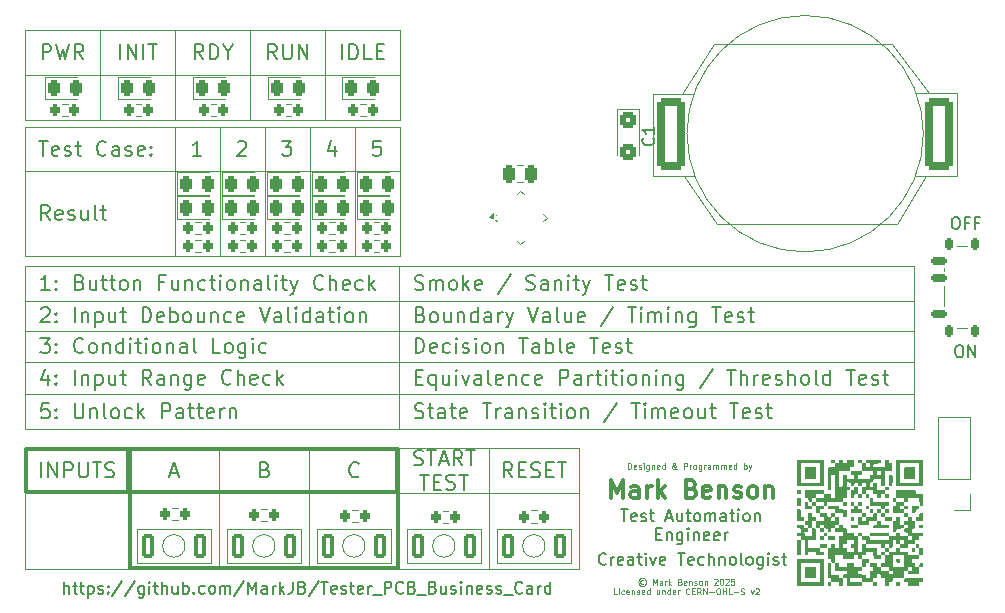
<source format=gto>
G04 #@! TF.GenerationSoftware,KiCad,Pcbnew,9.0.3*
G04 #@! TF.CreationDate,2025-09-08T19:44:41+01:00*
G04 #@! TF.ProjectId,tester_pcb_business_card,74657374-6572-45f7-9063-625f62757369,rev?*
G04 #@! TF.SameCoordinates,Original*
G04 #@! TF.FileFunction,Legend,Top*
G04 #@! TF.FilePolarity,Positive*
%FSLAX46Y46*%
G04 Gerber Fmt 4.6, Leading zero omitted, Abs format (unit mm)*
G04 Created by KiCad (PCBNEW 9.0.3) date 2025-09-08 19:44:41*
%MOMM*%
%LPD*%
G01*
G04 APERTURE LIST*
G04 Aperture macros list*
%AMRoundRect*
0 Rectangle with rounded corners*
0 $1 Rounding radius*
0 $2 $3 $4 $5 $6 $7 $8 $9 X,Y pos of 4 corners*
0 Add a 4 corners polygon primitive as box body*
4,1,4,$2,$3,$4,$5,$6,$7,$8,$9,$2,$3,0*
0 Add four circle primitives for the rounded corners*
1,1,$1+$1,$2,$3*
1,1,$1+$1,$4,$5*
1,1,$1+$1,$6,$7*
1,1,$1+$1,$8,$9*
0 Add four rect primitives between the rounded corners*
20,1,$1+$1,$2,$3,$4,$5,0*
20,1,$1+$1,$4,$5,$6,$7,0*
20,1,$1+$1,$6,$7,$8,$9,0*
20,1,$1+$1,$8,$9,$2,$3,0*%
%AMRotRect*
0 Rectangle, with rotation*
0 The origin of the aperture is its center*
0 $1 length*
0 $2 width*
0 $3 Rotation angle, in degrees counterclockwise*
0 Add horizontal line*
21,1,$1,$2,0,0,$3*%
G04 Aperture macros list end*
%ADD10C,0.300000*%
%ADD11C,0.000000*%
%ADD12C,0.200000*%
%ADD13C,0.150000*%
%ADD14C,0.100000*%
%ADD15C,0.158750*%
%ADD16C,0.120000*%
%ADD17RoundRect,0.200000X0.200000X0.275000X-0.200000X0.275000X-0.200000X-0.275000X0.200000X-0.275000X0*%
%ADD18RoundRect,0.243750X-0.243750X-0.456250X0.243750X-0.456250X0.243750X0.456250X-0.243750X0.456250X0*%
%ADD19RoundRect,0.200000X-0.200000X-0.275000X0.200000X-0.275000X0.200000X0.275000X-0.200000X0.275000X0*%
%ADD20RoundRect,0.157500X-0.367500X-0.842500X0.367500X-0.842500X0.367500X0.842500X-0.367500X0.842500X0*%
%ADD21R,1.700000X1.700000*%
%ADD22C,1.700000*%
%ADD23RoundRect,0.050000X-0.229810X-0.300520X0.300520X0.229810X0.229810X0.300520X-0.300520X-0.229810X0*%
%ADD24RoundRect,0.050000X0.229810X-0.300520X0.300520X-0.229810X-0.229810X0.300520X-0.300520X0.229810X0*%
%ADD25RotRect,1.650000X1.650000X45.000000*%
%ADD26C,0.850000*%
%ADD27RoundRect,0.150000X0.500000X-0.150000X0.500000X0.150000X-0.500000X0.150000X-0.500000X-0.150000X0*%
%ADD28RoundRect,0.175000X0.175000X-0.350000X0.175000X0.350000X-0.175000X0.350000X-0.175000X-0.350000X0*%
%ADD29RoundRect,0.360000X-0.840000X-2.690000X0.840000X-2.690000X0.840000X2.690000X-0.840000X2.690000X0*%
%ADD30C,12.000000*%
%ADD31RoundRect,0.250000X-0.445000X0.457500X-0.445000X-0.457500X0.445000X-0.457500X0.445000X0.457500X0*%
%ADD32RoundRect,0.250000X0.250000X0.475000X-0.250000X0.475000X-0.250000X-0.475000X0.250000X-0.475000X0*%
G04 APERTURE END LIST*
D10*
X63601600Y-105460800D02*
X86258400Y-105460800D01*
X86258400Y-115468400D01*
X63601600Y-115468400D01*
X63601600Y-105460800D01*
D11*
G36*
X125224495Y-110544350D02*
G01*
X125557397Y-110544350D01*
X125557397Y-110877362D01*
X124609906Y-110877362D01*
X124609906Y-110544350D01*
X124917200Y-110544350D01*
X124917200Y-110236953D01*
X125224495Y-110236953D01*
X125224495Y-110544350D01*
G37*
G36*
X121024802Y-110236953D02*
G01*
X121332097Y-110236953D01*
X121332097Y-110544350D01*
X120717507Y-110544350D01*
X120717507Y-110224145D01*
X120717507Y-109903940D01*
X121024802Y-109903940D01*
X121024802Y-110236953D01*
G37*
G36*
X127983744Y-107638098D02*
G01*
X128041932Y-107640309D01*
X128091502Y-107642612D01*
X128111415Y-107643712D01*
X128127205Y-107644733D01*
X128138217Y-107645639D01*
X128143793Y-107646397D01*
X128145059Y-107649188D01*
X128146212Y-107656724D01*
X128148172Y-107685056D01*
X128150630Y-107787908D01*
X128150995Y-107939300D01*
X128149094Y-108123578D01*
X128141616Y-108597506D01*
X127836499Y-108597506D01*
X127836499Y-108115279D01*
X127836499Y-107633026D01*
X127983744Y-107638098D01*
G37*
G36*
X125890300Y-111029548D02*
G01*
X125890200Y-111045103D01*
X125889907Y-111060320D01*
X125889431Y-111075116D01*
X125888782Y-111089408D01*
X125887970Y-111103113D01*
X125887005Y-111116149D01*
X125885896Y-111128431D01*
X125884653Y-111139878D01*
X125883287Y-111150406D01*
X125881807Y-111159933D01*
X125880223Y-111168376D01*
X125878546Y-111175651D01*
X125876784Y-111181675D01*
X125874948Y-111186367D01*
X125874005Y-111188187D01*
X125873048Y-111189642D01*
X125872077Y-111190723D01*
X125871094Y-111191418D01*
X125868442Y-111192354D01*
X125864495Y-111193155D01*
X125853032Y-111194354D01*
X125837335Y-111195018D01*
X125818037Y-111195152D01*
X125795768Y-111194760D01*
X125771159Y-111193846D01*
X125744841Y-111192415D01*
X125717446Y-111190470D01*
X125583005Y-111179814D01*
X125583005Y-111028576D01*
X125583005Y-110877362D01*
X125890300Y-110877362D01*
X125890300Y-111029548D01*
G37*
G36*
X130095165Y-109090621D02*
G01*
X130102796Y-109250723D01*
X130756924Y-109265069D01*
X130742994Y-110224145D01*
X130435698Y-110224145D01*
X130421358Y-109570928D01*
X129449795Y-109570928D01*
X129449795Y-109901507D01*
X129289746Y-109909115D01*
X129129696Y-109916748D01*
X129122065Y-110076851D01*
X129114460Y-110236953D01*
X129449795Y-110236953D01*
X129449795Y-110546783D01*
X129289746Y-110539175D01*
X129129696Y-110531541D01*
X129114332Y-110236953D01*
X128809598Y-110236953D01*
X128809598Y-110544350D01*
X129116892Y-110544350D01*
X129116892Y-110877362D01*
X128169401Y-110877362D01*
X128169401Y-110236953D01*
X128476695Y-110236953D01*
X128476695Y-109906502D01*
X128427607Y-109903940D01*
X128476695Y-109903940D01*
X129129696Y-109904043D01*
X129121119Y-109737485D01*
X129112514Y-109570928D01*
X128476695Y-109570928D01*
X128476695Y-109737434D01*
X128476695Y-109903940D01*
X128427607Y-109903940D01*
X128182205Y-109891132D01*
X128182205Y-109737434D01*
X128182246Y-109711273D01*
X128182423Y-109688271D01*
X128182821Y-109668234D01*
X128183523Y-109650966D01*
X128184014Y-109643311D01*
X128184613Y-109636275D01*
X128185330Y-109629834D01*
X128186176Y-109623965D01*
X128187160Y-109618642D01*
X128188294Y-109613842D01*
X128189588Y-109609540D01*
X128191053Y-109605712D01*
X128192698Y-109602333D01*
X128194535Y-109599380D01*
X128196574Y-109596828D01*
X128198826Y-109594652D01*
X128201300Y-109592829D01*
X128204007Y-109591334D01*
X128206959Y-109590143D01*
X128210164Y-109589232D01*
X128213635Y-109588576D01*
X128217381Y-109588151D01*
X128221412Y-109587932D01*
X128225740Y-109587896D01*
X128235327Y-109588274D01*
X128246225Y-109589090D01*
X128260783Y-109589902D01*
X128277647Y-109590150D01*
X128296215Y-109589864D01*
X128315881Y-109589077D01*
X128336043Y-109587819D01*
X128356098Y-109586122D01*
X128375441Y-109584016D01*
X128393470Y-109581533D01*
X128476695Y-109568597D01*
X128476695Y-109249571D01*
X128476695Y-108930519D01*
X130087559Y-108930519D01*
X130095165Y-109090621D01*
G37*
G36*
X130089992Y-114133200D02*
G01*
X129795502Y-114117830D01*
X129787871Y-113957728D01*
X129780264Y-113797626D01*
X130089992Y-113797626D01*
X130089992Y-114133200D01*
G37*
G36*
X122638098Y-112824205D02*
G01*
X122330804Y-112824205D01*
X122330804Y-113131600D01*
X121997901Y-113131600D01*
X121997901Y-112824205D01*
X122330804Y-112824205D01*
X122330804Y-112670506D01*
X122330804Y-112516808D01*
X122638098Y-112516808D01*
X122638098Y-112824205D01*
G37*
G36*
X121677803Y-116372069D02*
G01*
X120717507Y-116386004D01*
X120717507Y-115898730D01*
X120717507Y-115411456D01*
X121691734Y-115411456D01*
X121677803Y-116372069D01*
G37*
G36*
X128143793Y-111517770D02*
G01*
X127503596Y-111517770D01*
X127503596Y-111364072D01*
X127503596Y-111210374D01*
X128143793Y-111210374D01*
X128143793Y-111517770D01*
G37*
G36*
X130422894Y-110541916D02*
G01*
X130262845Y-110549524D01*
X130102796Y-110557158D01*
X130095165Y-110717260D01*
X130087559Y-110877362D01*
X129782698Y-110877362D01*
X129782698Y-110557158D01*
X129782698Y-110236953D01*
X130422894Y-110236953D01*
X130422894Y-110541916D01*
G37*
G36*
X120201064Y-110548491D02*
G01*
X120229933Y-110549626D01*
X120371801Y-110557158D01*
X120386141Y-111210374D01*
X120691899Y-111210374D01*
X120691899Y-111517770D01*
X120051702Y-111517770D01*
X120051702Y-111048146D01*
X120052074Y-110953431D01*
X120053139Y-110864353D01*
X120054822Y-110782915D01*
X120057048Y-110711115D01*
X120059742Y-110650954D01*
X120062830Y-110604433D01*
X120064497Y-110586912D01*
X120066235Y-110573551D01*
X120068034Y-110564599D01*
X120068953Y-110561856D01*
X120069884Y-110560308D01*
X120072474Y-110558492D01*
X120076435Y-110556804D01*
X120081686Y-110555250D01*
X120088143Y-110553834D01*
X120095726Y-110552562D01*
X120104351Y-110551440D01*
X120124403Y-110549665D01*
X120147643Y-110548553D01*
X120173416Y-110548147D01*
X120201064Y-110548491D01*
G37*
G36*
X130422894Y-113795192D02*
G01*
X130582943Y-113802800D01*
X130742994Y-113810433D01*
X130742994Y-114425226D01*
X130582943Y-114432860D01*
X130422894Y-114440467D01*
X130422894Y-114771047D01*
X129782698Y-114771047D01*
X129782698Y-115104059D01*
X130089992Y-115104059D01*
X130089992Y-115411456D01*
X130420333Y-115411456D01*
X130435698Y-115116868D01*
X130742994Y-115116868D01*
X130742994Y-115398647D01*
X130582943Y-115406282D01*
X130422894Y-115413890D01*
X130422894Y-116051864D01*
X129475403Y-116051864D01*
X129475403Y-115744468D01*
X129782698Y-115744468D01*
X129782698Y-115411456D01*
X129449795Y-115411456D01*
X129449795Y-115744468D01*
X129116892Y-115744468D01*
X129116892Y-116383750D01*
X128156597Y-116397685D01*
X128148966Y-116557787D01*
X128141360Y-116717890D01*
X127836499Y-116717890D01*
X127836499Y-117025286D01*
X127503596Y-117025286D01*
X127503596Y-116384877D01*
X127198734Y-116384877D01*
X127191129Y-116224775D01*
X127183498Y-116064673D01*
X127024703Y-116057090D01*
X126915615Y-116051864D01*
X126865908Y-116049483D01*
X126858252Y-116210788D01*
X126850595Y-116372069D01*
X126690546Y-116379703D01*
X126530496Y-116387311D01*
X126530496Y-116715456D01*
X126690546Y-116723064D01*
X126850595Y-116730698D01*
X126863706Y-117025286D01*
X126530496Y-117025286D01*
X126530496Y-116717890D01*
X125583005Y-116717890D01*
X125583005Y-116384877D01*
X124584297Y-116384877D01*
X124584297Y-116717890D01*
X125557397Y-116717890D01*
X125557397Y-117025286D01*
X124277003Y-117025286D01*
X124277003Y-116387311D01*
X124117389Y-116379703D01*
X123957775Y-116372069D01*
X123949888Y-116269603D01*
X123947441Y-116234653D01*
X123945917Y-116203616D01*
X123945499Y-116176265D01*
X123946369Y-116152369D01*
X123947344Y-116141645D01*
X123948710Y-116131700D01*
X123950489Y-116122504D01*
X123952705Y-116114029D01*
X123955380Y-116106247D01*
X123958537Y-116099128D01*
X123962199Y-116092644D01*
X123966389Y-116086767D01*
X123971129Y-116081467D01*
X123976443Y-116076717D01*
X123982353Y-116072488D01*
X123988882Y-116068750D01*
X123996053Y-116065476D01*
X124003889Y-116062637D01*
X124012413Y-116060204D01*
X124021647Y-116058148D01*
X124031614Y-116056442D01*
X124042338Y-116055056D01*
X124066146Y-116053130D01*
X124093253Y-116052143D01*
X124123842Y-116051864D01*
X124277003Y-116051864D01*
X124277003Y-115744468D01*
X123303903Y-115744468D01*
X123303903Y-115104059D01*
X123611198Y-115104059D01*
X123611198Y-115411456D01*
X124277003Y-115411456D01*
X124277003Y-115104059D01*
X124917200Y-115104059D01*
X124917200Y-115411456D01*
X125557397Y-115411456D01*
X125557397Y-115744468D01*
X125224495Y-115744468D01*
X125224495Y-116050327D01*
X125877496Y-116064673D01*
X125885127Y-116224775D01*
X125892732Y-116384877D01*
X126223202Y-116384877D01*
X126223202Y-115744468D01*
X126530496Y-115744468D01*
X127196302Y-115744468D01*
X127836499Y-115744468D01*
X127836499Y-116051864D01*
X128169401Y-116051864D01*
X128169401Y-115744468D01*
X127836499Y-115744468D01*
X127836499Y-115411456D01*
X127196302Y-115411456D01*
X127196302Y-115577963D01*
X127196302Y-115744468D01*
X126530496Y-115744468D01*
X126530496Y-115577963D01*
X126530496Y-115411456D01*
X126223202Y-115411456D01*
X126223202Y-115102471D01*
X126850595Y-115116868D01*
X126865960Y-115411456D01*
X127196302Y-115411456D01*
X127196302Y-115104059D01*
X127502060Y-115104059D01*
X127511019Y-114695924D01*
X128147800Y-114695924D01*
X128147824Y-114774946D01*
X128148402Y-114860713D01*
X128149556Y-114951258D01*
X128156597Y-115398647D01*
X129116892Y-115412583D01*
X129116892Y-114438035D01*
X128642352Y-114438035D01*
X128517611Y-114438416D01*
X128414472Y-114439637D01*
X128331253Y-114441810D01*
X128266276Y-114445050D01*
X128217859Y-114449471D01*
X128184321Y-114455185D01*
X128172607Y-114458563D01*
X128163983Y-114462308D01*
X128158238Y-114466432D01*
X128155163Y-114470952D01*
X128153914Y-114476627D01*
X128152771Y-114486697D01*
X128150815Y-114519036D01*
X128149319Y-114566000D01*
X128148307Y-114625619D01*
X128147800Y-114695924D01*
X127511019Y-114695924D01*
X127516400Y-114450842D01*
X127676449Y-114443209D01*
X127836499Y-114435601D01*
X127836499Y-114130639D01*
X128476695Y-114130639D01*
X128476695Y-113797626D01*
X128809598Y-113797626D01*
X128809598Y-114130639D01*
X129449795Y-114130639D01*
X129449795Y-114438035D01*
X130422894Y-114438035D01*
X130422894Y-113800188D01*
X130128404Y-113784817D01*
X130120773Y-113624715D01*
X130113167Y-113464614D01*
X130422894Y-113464614D01*
X130422894Y-113795192D01*
G37*
G36*
X125224495Y-112158179D02*
G01*
X124609906Y-112158179D01*
X124609906Y-112004481D01*
X124609906Y-111850783D01*
X125224495Y-111850783D01*
X125224495Y-112158179D01*
G37*
G36*
X121677803Y-106996485D02*
G01*
X121677803Y-107944290D01*
X120717507Y-107958225D01*
X120717507Y-107470387D01*
X120717507Y-106982550D01*
X121677803Y-106996485D01*
G37*
G36*
X122330804Y-117025286D02*
G01*
X120051702Y-117025286D01*
X120051702Y-116717890D01*
X120384605Y-116717890D01*
X121997901Y-116717890D01*
X121997901Y-115104059D01*
X120384605Y-115104059D01*
X120384605Y-115910974D01*
X120384605Y-116717890D01*
X120051702Y-116717890D01*
X120051702Y-115910974D01*
X120051702Y-115898166D01*
X120051702Y-114771047D01*
X122330804Y-114771047D01*
X122330804Y-117025286D01*
G37*
D10*
X63601600Y-105460800D02*
X86207600Y-105460800D01*
X86207600Y-109067600D01*
X63601600Y-109067600D01*
X63601600Y-105460800D01*
X54762400Y-105460800D02*
X63398400Y-105460800D01*
X63398400Y-109067600D01*
X54762400Y-109067600D01*
X54762400Y-105460800D01*
D11*
G36*
X129449897Y-111197567D02*
G01*
X129283395Y-111188985D01*
X129116892Y-111180378D01*
X129116892Y-110877362D01*
X129449795Y-110877362D01*
X129449897Y-111197567D01*
G37*
G36*
X120378638Y-113791222D02*
G01*
X120371801Y-114425226D01*
X120064506Y-114425226D01*
X120057669Y-113791222D01*
X120050806Y-113157217D01*
X120385501Y-113157217D01*
X120378638Y-113791222D01*
G37*
G36*
X123303903Y-113131600D02*
G01*
X122668444Y-113131600D01*
X122659686Y-112988534D01*
X122658137Y-112959567D01*
X122657115Y-112932126D01*
X122656612Y-112906842D01*
X122656619Y-112884345D01*
X122657128Y-112865266D01*
X122657568Y-112857204D01*
X122658130Y-112850234D01*
X122658814Y-112844433D01*
X122659617Y-112839880D01*
X122660540Y-112836655D01*
X122661046Y-112835564D01*
X122661581Y-112834835D01*
X122664305Y-112833753D01*
X122670168Y-112832702D01*
X122690641Y-112830710D01*
X122721659Y-112828905D01*
X122761884Y-112827330D01*
X122864601Y-112825044D01*
X122988082Y-112824205D01*
X123303903Y-112824205D01*
X123303903Y-113131600D01*
G37*
G36*
X125557397Y-110236953D02*
G01*
X125250102Y-110236953D01*
X125250102Y-110070447D01*
X125250102Y-109903940D01*
X125557397Y-109903940D01*
X125557397Y-110236953D01*
G37*
G36*
X129609844Y-106349416D02*
G01*
X130742994Y-106356076D01*
X130742994Y-108584698D01*
X129609844Y-108591359D01*
X128476695Y-108598045D01*
X128476695Y-108290110D01*
X128809598Y-108290110D01*
X130422894Y-108290110D01*
X130422894Y-106650664D01*
X128809598Y-106650664D01*
X128809598Y-107470387D01*
X128809598Y-108290110D01*
X128476695Y-108290110D01*
X128476695Y-107470387D01*
X128476695Y-106342730D01*
X129609844Y-106349416D01*
G37*
G36*
X126197594Y-115104059D02*
G01*
X125890300Y-115104059D01*
X125890300Y-115411456D01*
X125583005Y-115411456D01*
X125583005Y-115091251D01*
X125583005Y-114771047D01*
X126197594Y-114771047D01*
X126197594Y-115104059D01*
G37*
G36*
X128804426Y-114931149D02*
G01*
X128796794Y-115091251D01*
X128489499Y-115091251D01*
X128481868Y-114931149D01*
X128474263Y-114771047D01*
X128812031Y-114771047D01*
X128804426Y-114931149D01*
G37*
G36*
X123131050Y-106348442D02*
G01*
X123291099Y-106356076D01*
X123306464Y-106650664D01*
X123611198Y-106650664D01*
X123611198Y-106343268D01*
X123944101Y-106343268D01*
X123944101Y-106650664D01*
X124277003Y-106650664D01*
X124277003Y-106343268D01*
X124917200Y-106343268D01*
X124917200Y-106983677D01*
X124584297Y-106983677D01*
X124584297Y-107316689D01*
X123610327Y-107316689D01*
X123624002Y-108610315D01*
X123762105Y-108618179D01*
X123776298Y-108618856D01*
X123790339Y-108619267D01*
X123804144Y-108619423D01*
X123817630Y-108619330D01*
X123830715Y-108618997D01*
X123843315Y-108618433D01*
X123855346Y-108617647D01*
X123866726Y-108616645D01*
X123877372Y-108615438D01*
X123887199Y-108614032D01*
X123896126Y-108612437D01*
X123904068Y-108610661D01*
X123910943Y-108608712D01*
X123916667Y-108606599D01*
X123919072Y-108605483D01*
X123921158Y-108604330D01*
X123922914Y-108603139D01*
X123924331Y-108601913D01*
X123926823Y-108597084D01*
X123929202Y-108587839D01*
X123933586Y-108556986D01*
X123937404Y-108511128D01*
X123940579Y-108452044D01*
X123943034Y-108381509D01*
X123944692Y-108301301D01*
X123945474Y-108213195D01*
X123945304Y-108118968D01*
X123944904Y-108026573D01*
X123944988Y-107939917D01*
X123945522Y-107860930D01*
X123946469Y-107791539D01*
X123947796Y-107733677D01*
X123949467Y-107689271D01*
X123951448Y-107660252D01*
X123952543Y-107652115D01*
X123953703Y-107648549D01*
X123955693Y-107647408D01*
X123959212Y-107646386D01*
X123970500Y-107644709D01*
X123986880Y-107643531D01*
X124007665Y-107642865D01*
X124032169Y-107642724D01*
X124059705Y-107643120D01*
X124089587Y-107644067D01*
X124121127Y-107645577D01*
X124277003Y-107654261D01*
X124277003Y-107957098D01*
X124917200Y-107957098D01*
X124917200Y-107624085D01*
X124609906Y-107624085D01*
X124609906Y-107316689D01*
X125557397Y-107316689D01*
X125557397Y-107621652D01*
X125397348Y-107629260D01*
X125237299Y-107636893D01*
X125237299Y-107944290D01*
X125729021Y-107951232D01*
X126220718Y-107958199D01*
X126228374Y-107797534D01*
X126236006Y-107636893D01*
X126517693Y-107636893D01*
X126523452Y-107516055D01*
X126857885Y-107516055D01*
X126858645Y-107542455D01*
X126860323Y-107566496D01*
X126862854Y-107587496D01*
X126864419Y-107596642D01*
X126866174Y-107604772D01*
X126868110Y-107611799D01*
X126870218Y-107617640D01*
X126872492Y-107622207D01*
X126874923Y-107625417D01*
X126877931Y-107627889D01*
X126881845Y-107630235D01*
X126892176Y-107634545D01*
X126905491Y-107638333D01*
X126921361Y-107641588D01*
X126939360Y-107644294D01*
X126959062Y-107646440D01*
X126980038Y-107648012D01*
X127001864Y-107648997D01*
X127024111Y-107649382D01*
X127046352Y-107649153D01*
X127068162Y-107648297D01*
X127089113Y-107646801D01*
X127108778Y-107644652D01*
X127126730Y-107641836D01*
X127142543Y-107638341D01*
X127155790Y-107634153D01*
X127158598Y-107632966D01*
X127161288Y-107631602D01*
X127163860Y-107630051D01*
X127166316Y-107628306D01*
X127168660Y-107626359D01*
X127170892Y-107624201D01*
X127173014Y-107621824D01*
X127175030Y-107619220D01*
X127176939Y-107616382D01*
X127178746Y-107613301D01*
X127180451Y-107609968D01*
X127182056Y-107606377D01*
X127183564Y-107602518D01*
X127184976Y-107598384D01*
X127186294Y-107593966D01*
X127187521Y-107589257D01*
X127188659Y-107584248D01*
X127189708Y-107578931D01*
X127190672Y-107573299D01*
X127191552Y-107567342D01*
X127192351Y-107561054D01*
X127193069Y-107554425D01*
X127193710Y-107547448D01*
X127194275Y-107540115D01*
X127195185Y-107524346D01*
X127195816Y-107507055D01*
X127196183Y-107488177D01*
X127196302Y-107467646D01*
X127196302Y-107316689D01*
X126868136Y-107316689D01*
X126859378Y-107458911D01*
X126858108Y-107487980D01*
X126857885Y-107516055D01*
X126523452Y-107516055D01*
X126525324Y-107476791D01*
X126532929Y-107316689D01*
X125583005Y-107316689D01*
X125583005Y-106983677D01*
X125890300Y-106983677D01*
X126223202Y-106983677D01*
X126223202Y-106650664D01*
X125890300Y-106650664D01*
X125890300Y-106817170D01*
X125890300Y-106983677D01*
X125583005Y-106983677D01*
X125583005Y-106817170D01*
X125583005Y-106650664D01*
X125890300Y-106650664D01*
X125890300Y-106343268D01*
X127196302Y-106343268D01*
X127196302Y-106649127D01*
X126543300Y-106663472D01*
X126535669Y-106823575D01*
X126528064Y-106983677D01*
X127503596Y-106983677D01*
X127503596Y-106343268D01*
X127836499Y-106343268D01*
X127836499Y-106650664D01*
X128143793Y-106650664D01*
X128143793Y-107316689D01*
X127503596Y-107316689D01*
X127503596Y-108597506D01*
X127196302Y-108597506D01*
X127196302Y-107955561D01*
X126543300Y-107969906D01*
X126535643Y-108116022D01*
X126528013Y-108262112D01*
X126369192Y-108269720D01*
X126210398Y-108277302D01*
X126210398Y-108610315D01*
X126517693Y-108610315D01*
X126525324Y-108450213D01*
X126532929Y-108290110D01*
X126863399Y-108290110D01*
X126863399Y-108930519D01*
X127503596Y-108930519D01*
X127503596Y-108623123D01*
X127836499Y-108623123D01*
X127836499Y-108930519D01*
X127503596Y-108930519D01*
X127503596Y-109237915D01*
X127196302Y-109237915D01*
X127196302Y-109570928D01*
X126863399Y-109570928D01*
X126863399Y-109237915D01*
X126530496Y-109237915D01*
X126530496Y-108930519D01*
X125890300Y-108930519D01*
X125890300Y-109237915D01*
X125583005Y-109237915D01*
X125583005Y-108625685D01*
X125877496Y-108610315D01*
X125877496Y-108277302D01*
X125570201Y-108277302D01*
X125562569Y-108437404D01*
X125554964Y-108597506D01*
X125252535Y-108597506D01*
X125244930Y-108437404D01*
X125237299Y-108277302D01*
X124930004Y-108277302D01*
X124922373Y-108437404D01*
X124914767Y-108597506D01*
X124612338Y-108597506D01*
X124604733Y-108437404D01*
X124597102Y-108277302D01*
X124274596Y-108261984D01*
X124289807Y-108610315D01*
X124584297Y-108625685D01*
X124584297Y-108930519D01*
X124277003Y-108930519D01*
X124277003Y-109570928D01*
X123944101Y-109570928D01*
X123944101Y-109903940D01*
X124279435Y-109903940D01*
X124271830Y-110064043D01*
X124264199Y-110224145D01*
X123956904Y-110224145D01*
X123949273Y-110064043D01*
X123941667Y-109903940D01*
X122638098Y-109903940D01*
X122638098Y-110236953D01*
X122330804Y-110236953D01*
X122330804Y-110544350D01*
X121997901Y-110544350D01*
X121997901Y-110877362D01*
X121690607Y-110877362D01*
X121690607Y-110236953D01*
X122330804Y-110236953D01*
X122330804Y-109903940D01*
X121693040Y-109903940D01*
X121685434Y-110064043D01*
X121677803Y-110224145D01*
X121517754Y-110231779D01*
X121357704Y-110239387D01*
X121357704Y-109903940D01*
X121690607Y-109903940D01*
X121690607Y-109568597D01*
X121517754Y-109576153D01*
X121344900Y-109583736D01*
X121337243Y-109745068D01*
X121329587Y-109906425D01*
X121183596Y-109898766D01*
X121037606Y-109891132D01*
X121011998Y-109583736D01*
X120717507Y-109568366D01*
X120717507Y-108930519D01*
X122330804Y-108930519D01*
X122330804Y-109237915D01*
X121688276Y-109237915D01*
X121695831Y-109405933D01*
X121703411Y-109573951D01*
X121985097Y-109574053D01*
X122193446Y-109573663D01*
X122264144Y-109573167D01*
X122298794Y-109572542D01*
X122302757Y-109571770D01*
X122306448Y-109569860D01*
X122309869Y-109566800D01*
X122313021Y-109562579D01*
X122315909Y-109557186D01*
X122318532Y-109550609D01*
X122320895Y-109542837D01*
X122323000Y-109533858D01*
X122324848Y-109523661D01*
X122326442Y-109512236D01*
X122327784Y-109499569D01*
X122328878Y-109485651D01*
X122330325Y-109454012D01*
X122330804Y-109417230D01*
X122330804Y-109263532D01*
X122971001Y-109263532D01*
X122970975Y-109423634D01*
X122970975Y-109583736D01*
X123105416Y-109578869D01*
X123209791Y-109574985D01*
X123271893Y-109572465D01*
X123276376Y-109569676D01*
X123280452Y-109561432D01*
X123287450Y-109526612D01*
X123293016Y-109464063D01*
X123297280Y-109369846D01*
X123302420Y-109070650D01*
X123303903Y-108597506D01*
X123303903Y-107624085D01*
X122971001Y-107624085D01*
X122971001Y-108930519D01*
X122663706Y-108930519D01*
X122663706Y-107982714D01*
X122663630Y-107015697D01*
X122665281Y-107013701D01*
X122670146Y-107011688D01*
X122688859Y-107007666D01*
X122718454Y-107003740D01*
X122757620Y-107000017D01*
X122805043Y-106996605D01*
X122859411Y-106993611D01*
X122919410Y-106991145D01*
X122983728Y-106989312D01*
X123303903Y-106982140D01*
X123303903Y-106650664D01*
X122971001Y-106650664D01*
X122971001Y-106495736D01*
X122971001Y-106340834D01*
X123131050Y-106348442D01*
G37*
G36*
X128809598Y-117025286D02*
G01*
X128476695Y-117025286D01*
X128476695Y-116871588D01*
X128476695Y-116717890D01*
X128809598Y-116717890D01*
X128809598Y-117025286D01*
G37*
G36*
X126197594Y-110544350D02*
G01*
X125890300Y-110544350D01*
X125890300Y-110390651D01*
X125890300Y-110236953D01*
X126197594Y-110236953D01*
X126197594Y-110544350D01*
G37*
G36*
X130572256Y-110881503D02*
G01*
X130601125Y-110882639D01*
X130742994Y-110890170D01*
X130757385Y-111517770D01*
X130115600Y-111517770D01*
X130115600Y-111210374D01*
X130422894Y-111210374D01*
X130422894Y-111060955D01*
X130422988Y-111045635D01*
X130423265Y-111030561D01*
X130423716Y-111015818D01*
X130424330Y-111001491D01*
X130425099Y-110987667D01*
X130426014Y-110974431D01*
X130427064Y-110961869D01*
X130428240Y-110950068D01*
X130429533Y-110939112D01*
X130430934Y-110929088D01*
X130432434Y-110920082D01*
X130434022Y-110912180D01*
X130435690Y-110905466D01*
X130437427Y-110900028D01*
X130439226Y-110895951D01*
X130440145Y-110894450D01*
X130441076Y-110893321D01*
X130443666Y-110891505D01*
X130447627Y-110889817D01*
X130452878Y-110888262D01*
X130459335Y-110886846D01*
X130466918Y-110885574D01*
X130475543Y-110884452D01*
X130495595Y-110882677D01*
X130518836Y-110881565D01*
X130544608Y-110881159D01*
X130572256Y-110881503D01*
G37*
G36*
X120186177Y-108934121D02*
G01*
X120224248Y-108935642D01*
X120371801Y-108943327D01*
X120379509Y-109091877D01*
X120387242Y-109240426D01*
X120225862Y-109232766D01*
X120064506Y-109225107D01*
X120056491Y-109113318D01*
X120055170Y-109090104D01*
X120054494Y-109066997D01*
X120054438Y-109044607D01*
X120054977Y-109023542D01*
X120056086Y-109004411D01*
X120056847Y-108995762D01*
X120057741Y-108987824D01*
X120058765Y-108980675D01*
X120059915Y-108974390D01*
X120061190Y-108969045D01*
X120062586Y-108964717D01*
X120064924Y-108959815D01*
X120068039Y-108955370D01*
X120071985Y-108951373D01*
X120076819Y-108947815D01*
X120082596Y-108944684D01*
X120089371Y-108941971D01*
X120097200Y-108939666D01*
X120106138Y-108937759D01*
X120116242Y-108936240D01*
X120127566Y-108935100D01*
X120140166Y-108934328D01*
X120154097Y-108933914D01*
X120169416Y-108933848D01*
X120186177Y-108934121D01*
G37*
G36*
X125224495Y-109235354D02*
G01*
X124930004Y-109250723D01*
X124922373Y-109410826D01*
X124914767Y-109570928D01*
X124609906Y-109570928D01*
X124609906Y-108930519D01*
X124917200Y-108930519D01*
X124917200Y-108776821D01*
X124917200Y-108623123D01*
X125224495Y-108623123D01*
X125224495Y-109235354D01*
G37*
G36*
X123611198Y-110542812D02*
G01*
X124264199Y-110557158D01*
X124271369Y-110868652D01*
X124278539Y-111180122D01*
X124121921Y-111188857D01*
X124090234Y-111190388D01*
X124060257Y-111191394D01*
X124032676Y-111191884D01*
X124008175Y-111191867D01*
X123987439Y-111191349D01*
X123978697Y-111190906D01*
X123971154Y-111190341D01*
X123964894Y-111189655D01*
X123960005Y-111188850D01*
X123956570Y-111187926D01*
X123955425Y-111187419D01*
X123954676Y-111186884D01*
X123953599Y-111185023D01*
X123952553Y-111181692D01*
X123950571Y-111170953D01*
X123948775Y-111155324D01*
X123947209Y-111135460D01*
X123945914Y-111112017D01*
X123944936Y-111085652D01*
X123944317Y-111057022D01*
X123944101Y-111026782D01*
X123944101Y-110877362D01*
X123303903Y-110877362D01*
X123303903Y-111182325D01*
X123143854Y-111189932D01*
X122983805Y-111197567D01*
X122976173Y-111357668D01*
X122968568Y-111517770D01*
X123303903Y-111517770D01*
X123303903Y-111210374D01*
X123611198Y-111210374D01*
X123611198Y-111850783D01*
X123303903Y-111850783D01*
X123303903Y-112004481D01*
X123303903Y-112158179D01*
X123611198Y-112158179D01*
X123611198Y-111850783D01*
X123944101Y-111850783D01*
X123944101Y-112155746D01*
X124104150Y-112163354D01*
X124264199Y-112170987D01*
X124289807Y-112504000D01*
X124917200Y-112518396D01*
X124917200Y-112824205D01*
X125223624Y-112824205D01*
X125237299Y-114117830D01*
X125570201Y-114117830D01*
X125584541Y-113464614D01*
X125890300Y-113464614D01*
X125890300Y-113630120D01*
X125890300Y-113796498D01*
X126850595Y-113810433D01*
X126864987Y-114438035D01*
X127196302Y-114438035D01*
X127196302Y-114130639D01*
X127503596Y-114130639D01*
X127503596Y-113797626D01*
X127836499Y-113797626D01*
X127836499Y-113462179D01*
X127676449Y-113469788D01*
X127516400Y-113477421D01*
X127490792Y-113784817D01*
X127209105Y-113787943D01*
X127183498Y-113477421D01*
X125890300Y-113463742D01*
X125890300Y-113131600D01*
X125583005Y-113131600D01*
X125583005Y-112824205D01*
X126195161Y-112824205D01*
X126202767Y-112984307D01*
X126210398Y-113144409D01*
X127836499Y-113157934D01*
X127836499Y-112824205D01*
X126223202Y-112824205D01*
X126223202Y-112516808D01*
X127836499Y-112516808D01*
X127836499Y-112824205D01*
X128476695Y-112824205D01*
X128476695Y-112516808D01*
X128809598Y-112516808D01*
X128809598Y-112824205D01*
X129449795Y-112824205D01*
X129449795Y-113159650D01*
X129609844Y-113152042D01*
X129769894Y-113144409D01*
X129777525Y-112984307D01*
X129785130Y-112824205D01*
X129477836Y-112824205D01*
X129470230Y-112664102D01*
X129462599Y-112504000D01*
X129129696Y-112478384D01*
X129129696Y-112170987D01*
X129302550Y-112163405D01*
X129475403Y-112155848D01*
X129475403Y-111853114D01*
X129302550Y-111845558D01*
X129129696Y-111837975D01*
X129129696Y-111530579D01*
X129302550Y-111522996D01*
X129475403Y-111515440D01*
X129475403Y-111210374D01*
X129782698Y-111210374D01*
X129782698Y-111517770D01*
X130089992Y-111517770D01*
X130089992Y-112155618D01*
X129795502Y-112170987D01*
X129795502Y-112504000D01*
X130758307Y-112517935D01*
X130742994Y-112811396D01*
X130582943Y-112819030D01*
X130422894Y-112826638D01*
X130422894Y-113131600D01*
X130089992Y-113131600D01*
X130089992Y-113464614D01*
X129452228Y-113464614D01*
X129444622Y-113624715D01*
X129436991Y-113784817D01*
X128822401Y-113784817D01*
X128822401Y-113477421D01*
X129116892Y-113462051D01*
X129116892Y-113131600D01*
X128809598Y-113131600D01*
X128809598Y-113464614D01*
X128476695Y-113464614D01*
X128476695Y-113129167D01*
X128316647Y-113136775D01*
X128156597Y-113144409D01*
X128156597Y-113451805D01*
X128156094Y-113515560D01*
X128154641Y-113575043D01*
X128152330Y-113629123D01*
X128149248Y-113676671D01*
X128147445Y-113697642D01*
X128145484Y-113716556D01*
X128143374Y-113733272D01*
X128141127Y-113747647D01*
X128138754Y-113759542D01*
X128136266Y-113768814D01*
X128133674Y-113775322D01*
X128132342Y-113777496D01*
X128130989Y-113778926D01*
X128127717Y-113780902D01*
X128123232Y-113782764D01*
X128117615Y-113784505D01*
X128110943Y-113786117D01*
X128103297Y-113787592D01*
X128094753Y-113788925D01*
X128075292Y-113791132D01*
X128053190Y-113792681D01*
X128029078Y-113793515D01*
X128003585Y-113793577D01*
X127977342Y-113792810D01*
X127849303Y-113786970D01*
X127841723Y-113958804D01*
X127834168Y-114130639D01*
X127503596Y-114130639D01*
X127503596Y-114438035D01*
X127196302Y-114438035D01*
X127196302Y-114772585D01*
X126543300Y-114758239D01*
X126528909Y-114130639D01*
X125890300Y-114130639D01*
X125890300Y-114435601D01*
X125730250Y-114443209D01*
X125570201Y-114450842D01*
X125562569Y-114610945D01*
X125554964Y-114771047D01*
X125252535Y-114771047D01*
X125244930Y-114610945D01*
X125237299Y-114450842D01*
X125078503Y-114443261D01*
X124919710Y-114435652D01*
X124912052Y-114596958D01*
X124904396Y-114758239D01*
X123956904Y-114758239D01*
X123949273Y-114598137D01*
X123941667Y-114438035D01*
X123305440Y-114438035D01*
X123291099Y-115091251D01*
X122983805Y-115091251D01*
X122976199Y-114932354D01*
X122968619Y-114773429D01*
X122813896Y-114765847D01*
X122659148Y-114758239D01*
X122655025Y-114277958D01*
X122650902Y-113797651D01*
X122810952Y-113797651D01*
X122971001Y-113797626D01*
X122971001Y-113462179D01*
X123131050Y-113469788D01*
X123291099Y-113477421D01*
X123298730Y-113637524D01*
X123306336Y-113797626D01*
X123611198Y-113797626D01*
X123944101Y-113797626D01*
X124277003Y-113797626D01*
X124277003Y-114130639D01*
X124917200Y-114130639D01*
X124917200Y-113964132D01*
X124916730Y-113923978D01*
X124915303Y-113889532D01*
X124914222Y-113874408D01*
X124912892Y-113860660D01*
X124911310Y-113848272D01*
X124909473Y-113837225D01*
X124907377Y-113827505D01*
X124905019Y-113819092D01*
X124902395Y-113811971D01*
X124899504Y-113806124D01*
X124896341Y-113801535D01*
X124892903Y-113798186D01*
X124889187Y-113796061D01*
X124885190Y-113795141D01*
X124876281Y-113794668D01*
X124863171Y-113794269D01*
X124826862Y-113793719D01*
X124781305Y-113793534D01*
X124731543Y-113793758D01*
X124609906Y-113794833D01*
X124609906Y-113464614D01*
X124917200Y-113464614D01*
X124917200Y-113131600D01*
X124277003Y-113131600D01*
X124277003Y-113298107D01*
X124277003Y-113464614D01*
X123944101Y-113464614D01*
X123944101Y-113797626D01*
X123611198Y-113797626D01*
X123611198Y-113464614D01*
X123611198Y-112824205D01*
X123944101Y-112824205D01*
X123944101Y-112491192D01*
X123303903Y-112491192D01*
X123303903Y-112158179D01*
X122971001Y-112158179D01*
X122971001Y-112491192D01*
X122663706Y-112491192D01*
X122663706Y-112363110D01*
X122663877Y-112312089D01*
X122664343Y-112267853D01*
X122665035Y-112235138D01*
X122665444Y-112224583D01*
X122665883Y-112218685D01*
X122666097Y-112215320D01*
X122665830Y-112212033D01*
X122665088Y-112208824D01*
X122663879Y-112205696D01*
X122662207Y-112202651D01*
X122660080Y-112199691D01*
X122654483Y-112194032D01*
X122647139Y-112188734D01*
X122638096Y-112183812D01*
X122627405Y-112179282D01*
X122615115Y-112175157D01*
X122601277Y-112171453D01*
X122585941Y-112168185D01*
X122569156Y-112165367D01*
X122550972Y-112163015D01*
X122531439Y-112161144D01*
X122510607Y-112159769D01*
X122488526Y-112158903D01*
X122465245Y-112158564D01*
X122330804Y-112158179D01*
X122330804Y-112491192D01*
X121997901Y-112491192D01*
X121997901Y-112158179D01*
X122330804Y-112158179D01*
X122330804Y-111850783D01*
X121997901Y-111850783D01*
X121997901Y-112004481D01*
X121997901Y-112158179D01*
X121690607Y-112158179D01*
X121690607Y-112004481D01*
X121690607Y-111517770D01*
X121332097Y-111517770D01*
X121332097Y-112158179D01*
X121024802Y-112158179D01*
X121024802Y-112491192D01*
X120689467Y-112491192D01*
X120697072Y-112651294D01*
X120704703Y-112811396D01*
X121357704Y-112825741D01*
X121357704Y-112155746D01*
X121517754Y-112163354D01*
X121677803Y-112170987D01*
X121691734Y-113131600D01*
X121024802Y-113131600D01*
X121024802Y-113797626D01*
X121997901Y-113797626D01*
X121997901Y-113464614D01*
X122640531Y-113464614D01*
X122632925Y-113624715D01*
X122625294Y-113784817D01*
X121997901Y-113799214D01*
X121997901Y-114130639D01*
X122330804Y-114130639D01*
X122330804Y-114438035D01*
X121690607Y-114438035D01*
X121690607Y-114130639D01*
X121024802Y-114130639D01*
X121024802Y-114438035D01*
X120717507Y-114438035D01*
X120717507Y-113131600D01*
X120384605Y-113131600D01*
X120384605Y-112826638D01*
X120224556Y-112819030D01*
X120064506Y-112811396D01*
X120056875Y-112665358D01*
X120049218Y-112519319D01*
X120210522Y-112511659D01*
X120371801Y-112504000D01*
X120371801Y-112170987D01*
X120210522Y-112163328D01*
X120049218Y-112155669D01*
X120056875Y-112009630D01*
X120064506Y-111863591D01*
X120691899Y-111849195D01*
X120691899Y-112158179D01*
X121024802Y-112158179D01*
X121024802Y-111850783D01*
X120717507Y-111850783D01*
X120717507Y-111517770D01*
X121024802Y-111517770D01*
X121024802Y-110877362D01*
X121329664Y-110877362D01*
X121337269Y-111037464D01*
X121344900Y-111197567D01*
X121677803Y-111223183D01*
X121693168Y-111517770D01*
X122333237Y-111517770D01*
X122325631Y-111357668D01*
X122318000Y-111197567D01*
X122157951Y-111189932D01*
X121997901Y-111182325D01*
X121997901Y-110877362D01*
X122635665Y-110877362D01*
X122643271Y-111037464D01*
X122650902Y-111197567D01*
X122810952Y-111205200D01*
X122971001Y-111212808D01*
X122971001Y-110877362D01*
X123303903Y-110877362D01*
X123303903Y-110544350D01*
X122663706Y-110544350D01*
X122663706Y-110236953D01*
X123611198Y-110236953D01*
X123611198Y-110542812D01*
G37*
G36*
X120223787Y-109582378D02*
G01*
X120371801Y-109583736D01*
X120371801Y-110224145D01*
X120064506Y-110224145D01*
X120057029Y-109955173D01*
X120055799Y-109900069D01*
X120055169Y-109846586D01*
X120055113Y-109796044D01*
X120055611Y-109749762D01*
X120056637Y-109709059D01*
X120058170Y-109675253D01*
X120060186Y-109649664D01*
X120061368Y-109640363D01*
X120062663Y-109633611D01*
X120064933Y-109625496D01*
X120067577Y-109618248D01*
X120070736Y-109611822D01*
X120074554Y-109606172D01*
X120079173Y-109601252D01*
X120084738Y-109597019D01*
X120091390Y-109593425D01*
X120099272Y-109590425D01*
X120108528Y-109587975D01*
X120119301Y-109586028D01*
X120131733Y-109584539D01*
X120145967Y-109583464D01*
X120162147Y-109582755D01*
X120180415Y-109582368D01*
X120223787Y-109582378D01*
G37*
G36*
X130572256Y-111854924D02*
G01*
X130601125Y-111856060D01*
X130742994Y-111863591D01*
X130758358Y-112158179D01*
X130422894Y-112158179D01*
X130422894Y-112021568D01*
X130422988Y-112007553D01*
X130423265Y-111993747D01*
X130423716Y-111980229D01*
X130424330Y-111967077D01*
X130425099Y-111954372D01*
X130426014Y-111942192D01*
X130427064Y-111930617D01*
X130428240Y-111919726D01*
X130429533Y-111909599D01*
X130430934Y-111900314D01*
X130432434Y-111891951D01*
X130434022Y-111884590D01*
X130435690Y-111878309D01*
X130437427Y-111873188D01*
X130439226Y-111869306D01*
X130440145Y-111867854D01*
X130441076Y-111866742D01*
X130443666Y-111864926D01*
X130447627Y-111863238D01*
X130452878Y-111861684D01*
X130459335Y-111860268D01*
X130466918Y-111858996D01*
X130475543Y-111857873D01*
X130495595Y-111856099D01*
X130518836Y-111854987D01*
X130544608Y-111854581D01*
X130572256Y-111854924D01*
G37*
G36*
X130089992Y-107958225D02*
G01*
X129129696Y-107944290D01*
X129122654Y-107496900D01*
X129121501Y-107406356D01*
X129120924Y-107320588D01*
X129120900Y-107241567D01*
X129121406Y-107171262D01*
X129122419Y-107111643D01*
X129123915Y-107064678D01*
X129125870Y-107032339D01*
X129127013Y-107022269D01*
X129128262Y-107016594D01*
X129131337Y-107012074D01*
X129137082Y-107007950D01*
X129145706Y-107004205D01*
X129157420Y-107000827D01*
X129190958Y-106995113D01*
X129239375Y-106990692D01*
X129304352Y-106987452D01*
X129387571Y-106985279D01*
X129490710Y-106984058D01*
X129615452Y-106983677D01*
X130089992Y-106983677D01*
X130089992Y-107958225D01*
G37*
G36*
X125557397Y-106650664D02*
G01*
X125250102Y-106650664D01*
X125250102Y-106496966D01*
X125250102Y-106343268D01*
X125557397Y-106343268D01*
X125557397Y-106650664D01*
G37*
G36*
X128809598Y-111850783D02*
G01*
X129116892Y-111850783D01*
X129116892Y-112156591D01*
X128489499Y-112170987D01*
X128481868Y-112331090D01*
X128474263Y-112491192D01*
X128169401Y-112491192D01*
X128169401Y-111517770D01*
X128476695Y-111517770D01*
X128476695Y-111364072D01*
X128476695Y-111210374D01*
X128809598Y-111210374D01*
X128809598Y-111850783D01*
G37*
G36*
X122970949Y-116064673D02*
G01*
X123598394Y-116064673D01*
X123606025Y-116224775D01*
X123613631Y-116384877D01*
X123944101Y-116384877D01*
X123944101Y-117025286D01*
X123611198Y-117025286D01*
X123611198Y-116717890D01*
X122971001Y-116717890D01*
X122971001Y-117025286D01*
X122650902Y-117025388D01*
X122668264Y-116717890D01*
X122971001Y-116717890D01*
X122971001Y-116387311D01*
X122810952Y-116379703D01*
X122794683Y-116378825D01*
X122778935Y-116377777D01*
X122763786Y-116376572D01*
X122749316Y-116375223D01*
X122735603Y-116373746D01*
X122722727Y-116372152D01*
X122710765Y-116370456D01*
X122699797Y-116368672D01*
X122689902Y-116366812D01*
X122681159Y-116364892D01*
X122673647Y-116362925D01*
X122667444Y-116360924D01*
X122664858Y-116359915D01*
X122662629Y-116358903D01*
X122660767Y-116357889D01*
X122659282Y-116356875D01*
X122658183Y-116355863D01*
X122657480Y-116354855D01*
X122657184Y-116353852D01*
X122657304Y-116352856D01*
X122659795Y-116296880D01*
X122661830Y-116158688D01*
X122663706Y-115718853D01*
X122663706Y-115104059D01*
X122971001Y-115104059D01*
X122970949Y-116064673D01*
G37*
G36*
X125557397Y-112824205D02*
G01*
X125250102Y-112824205D01*
X125250102Y-112670506D01*
X125250102Y-112516808D01*
X125557397Y-112516808D01*
X125557397Y-112824205D01*
G37*
G36*
X125557397Y-109570928D02*
G01*
X125250102Y-109570928D01*
X125250102Y-109417230D01*
X125250102Y-109263532D01*
X125557397Y-109263532D01*
X125557397Y-109570928D01*
G37*
G36*
X126370447Y-109583045D02*
G01*
X126517693Y-109583736D01*
X126525324Y-109743838D01*
X126532929Y-109903940D01*
X127836499Y-109903940D01*
X127836499Y-110236953D01*
X127503596Y-110236953D01*
X127503596Y-110544350D01*
X127196302Y-110544350D01*
X127196302Y-110710856D01*
X127196302Y-110877362D01*
X127503596Y-110877362D01*
X127503596Y-110544350D01*
X127836499Y-110544350D01*
X127836499Y-110877362D01*
X127506028Y-110877362D01*
X127498423Y-111036286D01*
X127497074Y-111063638D01*
X127495750Y-111087653D01*
X127494345Y-111108544D01*
X127492753Y-111126522D01*
X127491853Y-111134486D01*
X127490867Y-111141802D01*
X127489781Y-111148495D01*
X127488581Y-111154594D01*
X127487255Y-111160124D01*
X127485790Y-111165113D01*
X127484171Y-111169586D01*
X127482386Y-111173570D01*
X127480422Y-111177092D01*
X127478264Y-111180179D01*
X127475900Y-111182856D01*
X127473317Y-111185152D01*
X127470502Y-111187091D01*
X127467440Y-111188701D01*
X127464119Y-111190009D01*
X127460525Y-111191040D01*
X127456646Y-111191822D01*
X127452467Y-111192382D01*
X127447976Y-111192745D01*
X127443159Y-111192938D01*
X127432496Y-111192922D01*
X127420370Y-111192546D01*
X127273125Y-111187320D01*
X127247848Y-111186151D01*
X127237612Y-111185071D01*
X127228830Y-111183358D01*
X127224949Y-111182194D01*
X127221390Y-111180787D01*
X127218139Y-111179108D01*
X127215181Y-111177130D01*
X127212503Y-111174824D01*
X127210091Y-111172161D01*
X127207932Y-111169115D01*
X127206010Y-111165655D01*
X127204313Y-111161754D01*
X127202826Y-111157384D01*
X127200427Y-111147122D01*
X127198703Y-111134642D01*
X127197542Y-111119719D01*
X127196832Y-111102126D01*
X127196463Y-111081636D01*
X127196302Y-111031060D01*
X127196302Y-110877362D01*
X126863399Y-110877362D01*
X126863399Y-110544350D01*
X127196302Y-110544350D01*
X127196302Y-110236953D01*
X126223202Y-110236953D01*
X126223202Y-109909653D01*
X126223202Y-109582327D01*
X126370447Y-109583045D01*
G37*
G36*
X124917200Y-111517770D02*
G01*
X124609906Y-111517770D01*
X124609906Y-111364072D01*
X124609906Y-111210374D01*
X124917200Y-111210374D01*
X124917200Y-111517770D01*
G37*
G36*
X122330804Y-108598045D02*
G01*
X121197655Y-108591359D01*
X120064506Y-108584698D01*
X120062698Y-108290110D01*
X120384605Y-108290110D01*
X121997901Y-108290110D01*
X121997901Y-106650664D01*
X120384605Y-106650664D01*
X120384605Y-107470387D01*
X120384605Y-108290110D01*
X120062698Y-108290110D01*
X120057823Y-107496004D01*
X120057724Y-107470387D01*
X120056193Y-107070759D01*
X120056709Y-106717712D01*
X120059184Y-106473632D01*
X120061098Y-106403945D01*
X120063431Y-106375288D01*
X120068155Y-106370817D01*
X120079121Y-106366749D01*
X120122030Y-106359759D01*
X120196662Y-106354192D01*
X120307519Y-106349922D01*
X120655921Y-106344762D01*
X121203263Y-106343268D01*
X122330804Y-106343268D01*
X122330804Y-108598045D01*
G37*
G36*
X127836499Y-109570928D02*
G01*
X127503596Y-109570928D01*
X127503596Y-109417230D01*
X127503596Y-109263532D01*
X127836499Y-109263532D01*
X127836499Y-109570928D01*
G37*
G36*
X126530496Y-110877362D02*
G01*
X126223202Y-110877362D01*
X126223202Y-110710856D01*
X126223202Y-110544350D01*
X126530496Y-110544350D01*
X126530496Y-110877362D01*
G37*
G36*
X126197594Y-109570928D02*
G01*
X125890300Y-109570928D01*
X125890300Y-109417230D01*
X125890300Y-109263532D01*
X126197594Y-109263532D01*
X126197594Y-109570928D01*
G37*
G36*
X124917200Y-110236953D02*
G01*
X124609906Y-110236953D01*
X124609906Y-110070447D01*
X124609906Y-109903940D01*
X124917200Y-109903940D01*
X124917200Y-110236953D01*
G37*
G36*
X126679858Y-110881503D02*
G01*
X126708727Y-110882639D01*
X126850595Y-110890170D01*
X126864987Y-111517770D01*
X127196302Y-111517770D01*
X127196302Y-111850783D01*
X127836499Y-111850783D01*
X127836499Y-112158179D01*
X126527936Y-112158179D01*
X126543300Y-111863591D01*
X126703350Y-111855958D01*
X126863399Y-111848350D01*
X126863399Y-111517770D01*
X126197594Y-111517770D01*
X126197594Y-111850783D01*
X125250102Y-111850783D01*
X125250102Y-111210374D01*
X125557397Y-111210374D01*
X125557397Y-111517770D01*
X125890300Y-111517770D01*
X125890300Y-111210374D01*
X126530496Y-111210374D01*
X126530496Y-111060955D01*
X126530591Y-111045635D01*
X126530868Y-111030561D01*
X126531319Y-111015818D01*
X126531933Y-111001491D01*
X126532702Y-110987667D01*
X126533616Y-110974431D01*
X126534666Y-110961869D01*
X126535842Y-110950068D01*
X126537136Y-110939112D01*
X126538537Y-110929088D01*
X126540036Y-110920082D01*
X126541624Y-110912180D01*
X126543292Y-110905466D01*
X126545029Y-110900028D01*
X126546828Y-110895951D01*
X126547747Y-110894450D01*
X126548678Y-110893321D01*
X126551268Y-110891505D01*
X126555230Y-110889817D01*
X126560480Y-110888262D01*
X126566937Y-110886846D01*
X126574520Y-110885574D01*
X126583145Y-110884452D01*
X126603197Y-110882677D01*
X126626437Y-110881565D01*
X126652210Y-110881159D01*
X126679858Y-110881503D01*
G37*
G36*
X129942081Y-116390922D02*
G01*
X130742994Y-116397685D01*
X130742994Y-116705081D01*
X130582943Y-116712715D01*
X130422894Y-116720323D01*
X130422894Y-117025286D01*
X129475403Y-117025286D01*
X129475403Y-116720220D01*
X129302550Y-116712663D01*
X129129696Y-116705081D01*
X129121759Y-116580253D01*
X129120447Y-116554451D01*
X129119763Y-116528974D01*
X129119681Y-116504480D01*
X129120180Y-116481627D01*
X129121234Y-116461073D01*
X129121962Y-116451864D01*
X129122820Y-116443477D01*
X129123805Y-116435994D01*
X129124915Y-116429498D01*
X129126145Y-116424070D01*
X129127494Y-116419793D01*
X129131210Y-116414526D01*
X129138483Y-116409819D01*
X129149901Y-116405649D01*
X129166049Y-116401996D01*
X129214879Y-116396158D01*
X129289662Y-116392139D01*
X129395086Y-116389772D01*
X129535838Y-116388891D01*
X129942081Y-116390922D01*
G37*
D12*
X133706949Y-96657219D02*
X133897425Y-96657219D01*
X133897425Y-96657219D02*
X133992663Y-96704838D01*
X133992663Y-96704838D02*
X134087901Y-96800076D01*
X134087901Y-96800076D02*
X134135520Y-96990552D01*
X134135520Y-96990552D02*
X134135520Y-97323885D01*
X134135520Y-97323885D02*
X134087901Y-97514361D01*
X134087901Y-97514361D02*
X133992663Y-97609600D01*
X133992663Y-97609600D02*
X133897425Y-97657219D01*
X133897425Y-97657219D02*
X133706949Y-97657219D01*
X133706949Y-97657219D02*
X133611711Y-97609600D01*
X133611711Y-97609600D02*
X133516473Y-97514361D01*
X133516473Y-97514361D02*
X133468854Y-97323885D01*
X133468854Y-97323885D02*
X133468854Y-96990552D01*
X133468854Y-96990552D02*
X133516473Y-96800076D01*
X133516473Y-96800076D02*
X133611711Y-96704838D01*
X133611711Y-96704838D02*
X133706949Y-96657219D01*
X134564092Y-97657219D02*
X134564092Y-96657219D01*
X134564092Y-96657219D02*
X135135520Y-97657219D01*
X135135520Y-97657219D02*
X135135520Y-96657219D01*
D13*
X57994779Y-117675019D02*
X57994779Y-116675019D01*
X58423350Y-117675019D02*
X58423350Y-117151209D01*
X58423350Y-117151209D02*
X58375731Y-117055971D01*
X58375731Y-117055971D02*
X58280493Y-117008352D01*
X58280493Y-117008352D02*
X58137636Y-117008352D01*
X58137636Y-117008352D02*
X58042398Y-117055971D01*
X58042398Y-117055971D02*
X57994779Y-117103590D01*
X58756684Y-117008352D02*
X59137636Y-117008352D01*
X58899541Y-116675019D02*
X58899541Y-117532161D01*
X58899541Y-117532161D02*
X58947160Y-117627400D01*
X58947160Y-117627400D02*
X59042398Y-117675019D01*
X59042398Y-117675019D02*
X59137636Y-117675019D01*
X59328113Y-117008352D02*
X59709065Y-117008352D01*
X59470970Y-116675019D02*
X59470970Y-117532161D01*
X59470970Y-117532161D02*
X59518589Y-117627400D01*
X59518589Y-117627400D02*
X59613827Y-117675019D01*
X59613827Y-117675019D02*
X59709065Y-117675019D01*
X60042399Y-117008352D02*
X60042399Y-118008352D01*
X60042399Y-117055971D02*
X60137637Y-117008352D01*
X60137637Y-117008352D02*
X60328113Y-117008352D01*
X60328113Y-117008352D02*
X60423351Y-117055971D01*
X60423351Y-117055971D02*
X60470970Y-117103590D01*
X60470970Y-117103590D02*
X60518589Y-117198828D01*
X60518589Y-117198828D02*
X60518589Y-117484542D01*
X60518589Y-117484542D02*
X60470970Y-117579780D01*
X60470970Y-117579780D02*
X60423351Y-117627400D01*
X60423351Y-117627400D02*
X60328113Y-117675019D01*
X60328113Y-117675019D02*
X60137637Y-117675019D01*
X60137637Y-117675019D02*
X60042399Y-117627400D01*
X60899542Y-117627400D02*
X60994780Y-117675019D01*
X60994780Y-117675019D02*
X61185256Y-117675019D01*
X61185256Y-117675019D02*
X61280494Y-117627400D01*
X61280494Y-117627400D02*
X61328113Y-117532161D01*
X61328113Y-117532161D02*
X61328113Y-117484542D01*
X61328113Y-117484542D02*
X61280494Y-117389304D01*
X61280494Y-117389304D02*
X61185256Y-117341685D01*
X61185256Y-117341685D02*
X61042399Y-117341685D01*
X61042399Y-117341685D02*
X60947161Y-117294066D01*
X60947161Y-117294066D02*
X60899542Y-117198828D01*
X60899542Y-117198828D02*
X60899542Y-117151209D01*
X60899542Y-117151209D02*
X60947161Y-117055971D01*
X60947161Y-117055971D02*
X61042399Y-117008352D01*
X61042399Y-117008352D02*
X61185256Y-117008352D01*
X61185256Y-117008352D02*
X61280494Y-117055971D01*
X61756685Y-117579780D02*
X61804304Y-117627400D01*
X61804304Y-117627400D02*
X61756685Y-117675019D01*
X61756685Y-117675019D02*
X61709066Y-117627400D01*
X61709066Y-117627400D02*
X61756685Y-117579780D01*
X61756685Y-117579780D02*
X61756685Y-117675019D01*
X61756685Y-117055971D02*
X61804304Y-117103590D01*
X61804304Y-117103590D02*
X61756685Y-117151209D01*
X61756685Y-117151209D02*
X61709066Y-117103590D01*
X61709066Y-117103590D02*
X61756685Y-117055971D01*
X61756685Y-117055971D02*
X61756685Y-117151209D01*
X62947160Y-116627400D02*
X62090018Y-117913114D01*
X63994779Y-116627400D02*
X63137637Y-117913114D01*
X64756684Y-117008352D02*
X64756684Y-117817876D01*
X64756684Y-117817876D02*
X64709065Y-117913114D01*
X64709065Y-117913114D02*
X64661446Y-117960733D01*
X64661446Y-117960733D02*
X64566208Y-118008352D01*
X64566208Y-118008352D02*
X64423351Y-118008352D01*
X64423351Y-118008352D02*
X64328113Y-117960733D01*
X64756684Y-117627400D02*
X64661446Y-117675019D01*
X64661446Y-117675019D02*
X64470970Y-117675019D01*
X64470970Y-117675019D02*
X64375732Y-117627400D01*
X64375732Y-117627400D02*
X64328113Y-117579780D01*
X64328113Y-117579780D02*
X64280494Y-117484542D01*
X64280494Y-117484542D02*
X64280494Y-117198828D01*
X64280494Y-117198828D02*
X64328113Y-117103590D01*
X64328113Y-117103590D02*
X64375732Y-117055971D01*
X64375732Y-117055971D02*
X64470970Y-117008352D01*
X64470970Y-117008352D02*
X64661446Y-117008352D01*
X64661446Y-117008352D02*
X64756684Y-117055971D01*
X65232875Y-117675019D02*
X65232875Y-117008352D01*
X65232875Y-116675019D02*
X65185256Y-116722638D01*
X65185256Y-116722638D02*
X65232875Y-116770257D01*
X65232875Y-116770257D02*
X65280494Y-116722638D01*
X65280494Y-116722638D02*
X65232875Y-116675019D01*
X65232875Y-116675019D02*
X65232875Y-116770257D01*
X65566208Y-117008352D02*
X65947160Y-117008352D01*
X65709065Y-116675019D02*
X65709065Y-117532161D01*
X65709065Y-117532161D02*
X65756684Y-117627400D01*
X65756684Y-117627400D02*
X65851922Y-117675019D01*
X65851922Y-117675019D02*
X65947160Y-117675019D01*
X66280494Y-117675019D02*
X66280494Y-116675019D01*
X66709065Y-117675019D02*
X66709065Y-117151209D01*
X66709065Y-117151209D02*
X66661446Y-117055971D01*
X66661446Y-117055971D02*
X66566208Y-117008352D01*
X66566208Y-117008352D02*
X66423351Y-117008352D01*
X66423351Y-117008352D02*
X66328113Y-117055971D01*
X66328113Y-117055971D02*
X66280494Y-117103590D01*
X67613827Y-117008352D02*
X67613827Y-117675019D01*
X67185256Y-117008352D02*
X67185256Y-117532161D01*
X67185256Y-117532161D02*
X67232875Y-117627400D01*
X67232875Y-117627400D02*
X67328113Y-117675019D01*
X67328113Y-117675019D02*
X67470970Y-117675019D01*
X67470970Y-117675019D02*
X67566208Y-117627400D01*
X67566208Y-117627400D02*
X67613827Y-117579780D01*
X68090018Y-117675019D02*
X68090018Y-116675019D01*
X68090018Y-117055971D02*
X68185256Y-117008352D01*
X68185256Y-117008352D02*
X68375732Y-117008352D01*
X68375732Y-117008352D02*
X68470970Y-117055971D01*
X68470970Y-117055971D02*
X68518589Y-117103590D01*
X68518589Y-117103590D02*
X68566208Y-117198828D01*
X68566208Y-117198828D02*
X68566208Y-117484542D01*
X68566208Y-117484542D02*
X68518589Y-117579780D01*
X68518589Y-117579780D02*
X68470970Y-117627400D01*
X68470970Y-117627400D02*
X68375732Y-117675019D01*
X68375732Y-117675019D02*
X68185256Y-117675019D01*
X68185256Y-117675019D02*
X68090018Y-117627400D01*
X68994780Y-117579780D02*
X69042399Y-117627400D01*
X69042399Y-117627400D02*
X68994780Y-117675019D01*
X68994780Y-117675019D02*
X68947161Y-117627400D01*
X68947161Y-117627400D02*
X68994780Y-117579780D01*
X68994780Y-117579780D02*
X68994780Y-117675019D01*
X69899541Y-117627400D02*
X69804303Y-117675019D01*
X69804303Y-117675019D02*
X69613827Y-117675019D01*
X69613827Y-117675019D02*
X69518589Y-117627400D01*
X69518589Y-117627400D02*
X69470970Y-117579780D01*
X69470970Y-117579780D02*
X69423351Y-117484542D01*
X69423351Y-117484542D02*
X69423351Y-117198828D01*
X69423351Y-117198828D02*
X69470970Y-117103590D01*
X69470970Y-117103590D02*
X69518589Y-117055971D01*
X69518589Y-117055971D02*
X69613827Y-117008352D01*
X69613827Y-117008352D02*
X69804303Y-117008352D01*
X69804303Y-117008352D02*
X69899541Y-117055971D01*
X70470970Y-117675019D02*
X70375732Y-117627400D01*
X70375732Y-117627400D02*
X70328113Y-117579780D01*
X70328113Y-117579780D02*
X70280494Y-117484542D01*
X70280494Y-117484542D02*
X70280494Y-117198828D01*
X70280494Y-117198828D02*
X70328113Y-117103590D01*
X70328113Y-117103590D02*
X70375732Y-117055971D01*
X70375732Y-117055971D02*
X70470970Y-117008352D01*
X70470970Y-117008352D02*
X70613827Y-117008352D01*
X70613827Y-117008352D02*
X70709065Y-117055971D01*
X70709065Y-117055971D02*
X70756684Y-117103590D01*
X70756684Y-117103590D02*
X70804303Y-117198828D01*
X70804303Y-117198828D02*
X70804303Y-117484542D01*
X70804303Y-117484542D02*
X70756684Y-117579780D01*
X70756684Y-117579780D02*
X70709065Y-117627400D01*
X70709065Y-117627400D02*
X70613827Y-117675019D01*
X70613827Y-117675019D02*
X70470970Y-117675019D01*
X71232875Y-117675019D02*
X71232875Y-117008352D01*
X71232875Y-117103590D02*
X71280494Y-117055971D01*
X71280494Y-117055971D02*
X71375732Y-117008352D01*
X71375732Y-117008352D02*
X71518589Y-117008352D01*
X71518589Y-117008352D02*
X71613827Y-117055971D01*
X71613827Y-117055971D02*
X71661446Y-117151209D01*
X71661446Y-117151209D02*
X71661446Y-117675019D01*
X71661446Y-117151209D02*
X71709065Y-117055971D01*
X71709065Y-117055971D02*
X71804303Y-117008352D01*
X71804303Y-117008352D02*
X71947160Y-117008352D01*
X71947160Y-117008352D02*
X72042399Y-117055971D01*
X72042399Y-117055971D02*
X72090018Y-117151209D01*
X72090018Y-117151209D02*
X72090018Y-117675019D01*
X73280493Y-116627400D02*
X72423351Y-117913114D01*
X73613827Y-117675019D02*
X73613827Y-116675019D01*
X73613827Y-116675019D02*
X73947160Y-117389304D01*
X73947160Y-117389304D02*
X74280493Y-116675019D01*
X74280493Y-116675019D02*
X74280493Y-117675019D01*
X75185255Y-117675019D02*
X75185255Y-117151209D01*
X75185255Y-117151209D02*
X75137636Y-117055971D01*
X75137636Y-117055971D02*
X75042398Y-117008352D01*
X75042398Y-117008352D02*
X74851922Y-117008352D01*
X74851922Y-117008352D02*
X74756684Y-117055971D01*
X75185255Y-117627400D02*
X75090017Y-117675019D01*
X75090017Y-117675019D02*
X74851922Y-117675019D01*
X74851922Y-117675019D02*
X74756684Y-117627400D01*
X74756684Y-117627400D02*
X74709065Y-117532161D01*
X74709065Y-117532161D02*
X74709065Y-117436923D01*
X74709065Y-117436923D02*
X74756684Y-117341685D01*
X74756684Y-117341685D02*
X74851922Y-117294066D01*
X74851922Y-117294066D02*
X75090017Y-117294066D01*
X75090017Y-117294066D02*
X75185255Y-117246447D01*
X75661446Y-117675019D02*
X75661446Y-117008352D01*
X75661446Y-117198828D02*
X75709065Y-117103590D01*
X75709065Y-117103590D02*
X75756684Y-117055971D01*
X75756684Y-117055971D02*
X75851922Y-117008352D01*
X75851922Y-117008352D02*
X75947160Y-117008352D01*
X76280494Y-117675019D02*
X76280494Y-116675019D01*
X76375732Y-117294066D02*
X76661446Y-117675019D01*
X76661446Y-117008352D02*
X76280494Y-117389304D01*
X77375732Y-116675019D02*
X77375732Y-117389304D01*
X77375732Y-117389304D02*
X77328113Y-117532161D01*
X77328113Y-117532161D02*
X77232875Y-117627400D01*
X77232875Y-117627400D02*
X77090018Y-117675019D01*
X77090018Y-117675019D02*
X76994780Y-117675019D01*
X78185256Y-117151209D02*
X78328113Y-117198828D01*
X78328113Y-117198828D02*
X78375732Y-117246447D01*
X78375732Y-117246447D02*
X78423351Y-117341685D01*
X78423351Y-117341685D02*
X78423351Y-117484542D01*
X78423351Y-117484542D02*
X78375732Y-117579780D01*
X78375732Y-117579780D02*
X78328113Y-117627400D01*
X78328113Y-117627400D02*
X78232875Y-117675019D01*
X78232875Y-117675019D02*
X77851923Y-117675019D01*
X77851923Y-117675019D02*
X77851923Y-116675019D01*
X77851923Y-116675019D02*
X78185256Y-116675019D01*
X78185256Y-116675019D02*
X78280494Y-116722638D01*
X78280494Y-116722638D02*
X78328113Y-116770257D01*
X78328113Y-116770257D02*
X78375732Y-116865495D01*
X78375732Y-116865495D02*
X78375732Y-116960733D01*
X78375732Y-116960733D02*
X78328113Y-117055971D01*
X78328113Y-117055971D02*
X78280494Y-117103590D01*
X78280494Y-117103590D02*
X78185256Y-117151209D01*
X78185256Y-117151209D02*
X77851923Y-117151209D01*
X79566208Y-116627400D02*
X78709066Y-117913114D01*
X79756685Y-116675019D02*
X80328113Y-116675019D01*
X80042399Y-117675019D02*
X80042399Y-116675019D01*
X81042399Y-117627400D02*
X80947161Y-117675019D01*
X80947161Y-117675019D02*
X80756685Y-117675019D01*
X80756685Y-117675019D02*
X80661447Y-117627400D01*
X80661447Y-117627400D02*
X80613828Y-117532161D01*
X80613828Y-117532161D02*
X80613828Y-117151209D01*
X80613828Y-117151209D02*
X80661447Y-117055971D01*
X80661447Y-117055971D02*
X80756685Y-117008352D01*
X80756685Y-117008352D02*
X80947161Y-117008352D01*
X80947161Y-117008352D02*
X81042399Y-117055971D01*
X81042399Y-117055971D02*
X81090018Y-117151209D01*
X81090018Y-117151209D02*
X81090018Y-117246447D01*
X81090018Y-117246447D02*
X80613828Y-117341685D01*
X81470971Y-117627400D02*
X81566209Y-117675019D01*
X81566209Y-117675019D02*
X81756685Y-117675019D01*
X81756685Y-117675019D02*
X81851923Y-117627400D01*
X81851923Y-117627400D02*
X81899542Y-117532161D01*
X81899542Y-117532161D02*
X81899542Y-117484542D01*
X81899542Y-117484542D02*
X81851923Y-117389304D01*
X81851923Y-117389304D02*
X81756685Y-117341685D01*
X81756685Y-117341685D02*
X81613828Y-117341685D01*
X81613828Y-117341685D02*
X81518590Y-117294066D01*
X81518590Y-117294066D02*
X81470971Y-117198828D01*
X81470971Y-117198828D02*
X81470971Y-117151209D01*
X81470971Y-117151209D02*
X81518590Y-117055971D01*
X81518590Y-117055971D02*
X81613828Y-117008352D01*
X81613828Y-117008352D02*
X81756685Y-117008352D01*
X81756685Y-117008352D02*
X81851923Y-117055971D01*
X82185257Y-117008352D02*
X82566209Y-117008352D01*
X82328114Y-116675019D02*
X82328114Y-117532161D01*
X82328114Y-117532161D02*
X82375733Y-117627400D01*
X82375733Y-117627400D02*
X82470971Y-117675019D01*
X82470971Y-117675019D02*
X82566209Y-117675019D01*
X83280495Y-117627400D02*
X83185257Y-117675019D01*
X83185257Y-117675019D02*
X82994781Y-117675019D01*
X82994781Y-117675019D02*
X82899543Y-117627400D01*
X82899543Y-117627400D02*
X82851924Y-117532161D01*
X82851924Y-117532161D02*
X82851924Y-117151209D01*
X82851924Y-117151209D02*
X82899543Y-117055971D01*
X82899543Y-117055971D02*
X82994781Y-117008352D01*
X82994781Y-117008352D02*
X83185257Y-117008352D01*
X83185257Y-117008352D02*
X83280495Y-117055971D01*
X83280495Y-117055971D02*
X83328114Y-117151209D01*
X83328114Y-117151209D02*
X83328114Y-117246447D01*
X83328114Y-117246447D02*
X82851924Y-117341685D01*
X83756686Y-117675019D02*
X83756686Y-117008352D01*
X83756686Y-117198828D02*
X83804305Y-117103590D01*
X83804305Y-117103590D02*
X83851924Y-117055971D01*
X83851924Y-117055971D02*
X83947162Y-117008352D01*
X83947162Y-117008352D02*
X84042400Y-117008352D01*
X84137639Y-117770257D02*
X84899543Y-117770257D01*
X85137639Y-117675019D02*
X85137639Y-116675019D01*
X85137639Y-116675019D02*
X85518591Y-116675019D01*
X85518591Y-116675019D02*
X85613829Y-116722638D01*
X85613829Y-116722638D02*
X85661448Y-116770257D01*
X85661448Y-116770257D02*
X85709067Y-116865495D01*
X85709067Y-116865495D02*
X85709067Y-117008352D01*
X85709067Y-117008352D02*
X85661448Y-117103590D01*
X85661448Y-117103590D02*
X85613829Y-117151209D01*
X85613829Y-117151209D02*
X85518591Y-117198828D01*
X85518591Y-117198828D02*
X85137639Y-117198828D01*
X86709067Y-117579780D02*
X86661448Y-117627400D01*
X86661448Y-117627400D02*
X86518591Y-117675019D01*
X86518591Y-117675019D02*
X86423353Y-117675019D01*
X86423353Y-117675019D02*
X86280496Y-117627400D01*
X86280496Y-117627400D02*
X86185258Y-117532161D01*
X86185258Y-117532161D02*
X86137639Y-117436923D01*
X86137639Y-117436923D02*
X86090020Y-117246447D01*
X86090020Y-117246447D02*
X86090020Y-117103590D01*
X86090020Y-117103590D02*
X86137639Y-116913114D01*
X86137639Y-116913114D02*
X86185258Y-116817876D01*
X86185258Y-116817876D02*
X86280496Y-116722638D01*
X86280496Y-116722638D02*
X86423353Y-116675019D01*
X86423353Y-116675019D02*
X86518591Y-116675019D01*
X86518591Y-116675019D02*
X86661448Y-116722638D01*
X86661448Y-116722638D02*
X86709067Y-116770257D01*
X87470972Y-117151209D02*
X87613829Y-117198828D01*
X87613829Y-117198828D02*
X87661448Y-117246447D01*
X87661448Y-117246447D02*
X87709067Y-117341685D01*
X87709067Y-117341685D02*
X87709067Y-117484542D01*
X87709067Y-117484542D02*
X87661448Y-117579780D01*
X87661448Y-117579780D02*
X87613829Y-117627400D01*
X87613829Y-117627400D02*
X87518591Y-117675019D01*
X87518591Y-117675019D02*
X87137639Y-117675019D01*
X87137639Y-117675019D02*
X87137639Y-116675019D01*
X87137639Y-116675019D02*
X87470972Y-116675019D01*
X87470972Y-116675019D02*
X87566210Y-116722638D01*
X87566210Y-116722638D02*
X87613829Y-116770257D01*
X87613829Y-116770257D02*
X87661448Y-116865495D01*
X87661448Y-116865495D02*
X87661448Y-116960733D01*
X87661448Y-116960733D02*
X87613829Y-117055971D01*
X87613829Y-117055971D02*
X87566210Y-117103590D01*
X87566210Y-117103590D02*
X87470972Y-117151209D01*
X87470972Y-117151209D02*
X87137639Y-117151209D01*
X87899544Y-117770257D02*
X88661448Y-117770257D01*
X89232877Y-117151209D02*
X89375734Y-117198828D01*
X89375734Y-117198828D02*
X89423353Y-117246447D01*
X89423353Y-117246447D02*
X89470972Y-117341685D01*
X89470972Y-117341685D02*
X89470972Y-117484542D01*
X89470972Y-117484542D02*
X89423353Y-117579780D01*
X89423353Y-117579780D02*
X89375734Y-117627400D01*
X89375734Y-117627400D02*
X89280496Y-117675019D01*
X89280496Y-117675019D02*
X88899544Y-117675019D01*
X88899544Y-117675019D02*
X88899544Y-116675019D01*
X88899544Y-116675019D02*
X89232877Y-116675019D01*
X89232877Y-116675019D02*
X89328115Y-116722638D01*
X89328115Y-116722638D02*
X89375734Y-116770257D01*
X89375734Y-116770257D02*
X89423353Y-116865495D01*
X89423353Y-116865495D02*
X89423353Y-116960733D01*
X89423353Y-116960733D02*
X89375734Y-117055971D01*
X89375734Y-117055971D02*
X89328115Y-117103590D01*
X89328115Y-117103590D02*
X89232877Y-117151209D01*
X89232877Y-117151209D02*
X88899544Y-117151209D01*
X90328115Y-117008352D02*
X90328115Y-117675019D01*
X89899544Y-117008352D02*
X89899544Y-117532161D01*
X89899544Y-117532161D02*
X89947163Y-117627400D01*
X89947163Y-117627400D02*
X90042401Y-117675019D01*
X90042401Y-117675019D02*
X90185258Y-117675019D01*
X90185258Y-117675019D02*
X90280496Y-117627400D01*
X90280496Y-117627400D02*
X90328115Y-117579780D01*
X90756687Y-117627400D02*
X90851925Y-117675019D01*
X90851925Y-117675019D02*
X91042401Y-117675019D01*
X91042401Y-117675019D02*
X91137639Y-117627400D01*
X91137639Y-117627400D02*
X91185258Y-117532161D01*
X91185258Y-117532161D02*
X91185258Y-117484542D01*
X91185258Y-117484542D02*
X91137639Y-117389304D01*
X91137639Y-117389304D02*
X91042401Y-117341685D01*
X91042401Y-117341685D02*
X90899544Y-117341685D01*
X90899544Y-117341685D02*
X90804306Y-117294066D01*
X90804306Y-117294066D02*
X90756687Y-117198828D01*
X90756687Y-117198828D02*
X90756687Y-117151209D01*
X90756687Y-117151209D02*
X90804306Y-117055971D01*
X90804306Y-117055971D02*
X90899544Y-117008352D01*
X90899544Y-117008352D02*
X91042401Y-117008352D01*
X91042401Y-117008352D02*
X91137639Y-117055971D01*
X91613830Y-117675019D02*
X91613830Y-117008352D01*
X91613830Y-116675019D02*
X91566211Y-116722638D01*
X91566211Y-116722638D02*
X91613830Y-116770257D01*
X91613830Y-116770257D02*
X91661449Y-116722638D01*
X91661449Y-116722638D02*
X91613830Y-116675019D01*
X91613830Y-116675019D02*
X91613830Y-116770257D01*
X92090020Y-117008352D02*
X92090020Y-117675019D01*
X92090020Y-117103590D02*
X92137639Y-117055971D01*
X92137639Y-117055971D02*
X92232877Y-117008352D01*
X92232877Y-117008352D02*
X92375734Y-117008352D01*
X92375734Y-117008352D02*
X92470972Y-117055971D01*
X92470972Y-117055971D02*
X92518591Y-117151209D01*
X92518591Y-117151209D02*
X92518591Y-117675019D01*
X93375734Y-117627400D02*
X93280496Y-117675019D01*
X93280496Y-117675019D02*
X93090020Y-117675019D01*
X93090020Y-117675019D02*
X92994782Y-117627400D01*
X92994782Y-117627400D02*
X92947163Y-117532161D01*
X92947163Y-117532161D02*
X92947163Y-117151209D01*
X92947163Y-117151209D02*
X92994782Y-117055971D01*
X92994782Y-117055971D02*
X93090020Y-117008352D01*
X93090020Y-117008352D02*
X93280496Y-117008352D01*
X93280496Y-117008352D02*
X93375734Y-117055971D01*
X93375734Y-117055971D02*
X93423353Y-117151209D01*
X93423353Y-117151209D02*
X93423353Y-117246447D01*
X93423353Y-117246447D02*
X92947163Y-117341685D01*
X93804306Y-117627400D02*
X93899544Y-117675019D01*
X93899544Y-117675019D02*
X94090020Y-117675019D01*
X94090020Y-117675019D02*
X94185258Y-117627400D01*
X94185258Y-117627400D02*
X94232877Y-117532161D01*
X94232877Y-117532161D02*
X94232877Y-117484542D01*
X94232877Y-117484542D02*
X94185258Y-117389304D01*
X94185258Y-117389304D02*
X94090020Y-117341685D01*
X94090020Y-117341685D02*
X93947163Y-117341685D01*
X93947163Y-117341685D02*
X93851925Y-117294066D01*
X93851925Y-117294066D02*
X93804306Y-117198828D01*
X93804306Y-117198828D02*
X93804306Y-117151209D01*
X93804306Y-117151209D02*
X93851925Y-117055971D01*
X93851925Y-117055971D02*
X93947163Y-117008352D01*
X93947163Y-117008352D02*
X94090020Y-117008352D01*
X94090020Y-117008352D02*
X94185258Y-117055971D01*
X94613830Y-117627400D02*
X94709068Y-117675019D01*
X94709068Y-117675019D02*
X94899544Y-117675019D01*
X94899544Y-117675019D02*
X94994782Y-117627400D01*
X94994782Y-117627400D02*
X95042401Y-117532161D01*
X95042401Y-117532161D02*
X95042401Y-117484542D01*
X95042401Y-117484542D02*
X94994782Y-117389304D01*
X94994782Y-117389304D02*
X94899544Y-117341685D01*
X94899544Y-117341685D02*
X94756687Y-117341685D01*
X94756687Y-117341685D02*
X94661449Y-117294066D01*
X94661449Y-117294066D02*
X94613830Y-117198828D01*
X94613830Y-117198828D02*
X94613830Y-117151209D01*
X94613830Y-117151209D02*
X94661449Y-117055971D01*
X94661449Y-117055971D02*
X94756687Y-117008352D01*
X94756687Y-117008352D02*
X94899544Y-117008352D01*
X94899544Y-117008352D02*
X94994782Y-117055971D01*
X95232878Y-117770257D02*
X95994782Y-117770257D01*
X96804306Y-117579780D02*
X96756687Y-117627400D01*
X96756687Y-117627400D02*
X96613830Y-117675019D01*
X96613830Y-117675019D02*
X96518592Y-117675019D01*
X96518592Y-117675019D02*
X96375735Y-117627400D01*
X96375735Y-117627400D02*
X96280497Y-117532161D01*
X96280497Y-117532161D02*
X96232878Y-117436923D01*
X96232878Y-117436923D02*
X96185259Y-117246447D01*
X96185259Y-117246447D02*
X96185259Y-117103590D01*
X96185259Y-117103590D02*
X96232878Y-116913114D01*
X96232878Y-116913114D02*
X96280497Y-116817876D01*
X96280497Y-116817876D02*
X96375735Y-116722638D01*
X96375735Y-116722638D02*
X96518592Y-116675019D01*
X96518592Y-116675019D02*
X96613830Y-116675019D01*
X96613830Y-116675019D02*
X96756687Y-116722638D01*
X96756687Y-116722638D02*
X96804306Y-116770257D01*
X97661449Y-117675019D02*
X97661449Y-117151209D01*
X97661449Y-117151209D02*
X97613830Y-117055971D01*
X97613830Y-117055971D02*
X97518592Y-117008352D01*
X97518592Y-117008352D02*
X97328116Y-117008352D01*
X97328116Y-117008352D02*
X97232878Y-117055971D01*
X97661449Y-117627400D02*
X97566211Y-117675019D01*
X97566211Y-117675019D02*
X97328116Y-117675019D01*
X97328116Y-117675019D02*
X97232878Y-117627400D01*
X97232878Y-117627400D02*
X97185259Y-117532161D01*
X97185259Y-117532161D02*
X97185259Y-117436923D01*
X97185259Y-117436923D02*
X97232878Y-117341685D01*
X97232878Y-117341685D02*
X97328116Y-117294066D01*
X97328116Y-117294066D02*
X97566211Y-117294066D01*
X97566211Y-117294066D02*
X97661449Y-117246447D01*
X98137640Y-117675019D02*
X98137640Y-117008352D01*
X98137640Y-117198828D02*
X98185259Y-117103590D01*
X98185259Y-117103590D02*
X98232878Y-117055971D01*
X98232878Y-117055971D02*
X98328116Y-117008352D01*
X98328116Y-117008352D02*
X98423354Y-117008352D01*
X99185259Y-117675019D02*
X99185259Y-116675019D01*
X99185259Y-117627400D02*
X99090021Y-117675019D01*
X99090021Y-117675019D02*
X98899545Y-117675019D01*
X98899545Y-117675019D02*
X98804307Y-117627400D01*
X98804307Y-117627400D02*
X98756688Y-117579780D01*
X98756688Y-117579780D02*
X98709069Y-117484542D01*
X98709069Y-117484542D02*
X98709069Y-117198828D01*
X98709069Y-117198828D02*
X98756688Y-117103590D01*
X98756688Y-117103590D02*
X98804307Y-117055971D01*
X98804307Y-117055971D02*
X98899545Y-117008352D01*
X98899545Y-117008352D02*
X99090021Y-117008352D01*
X99090021Y-117008352D02*
X99185259Y-117055971D01*
X103879807Y-115141380D02*
X103832188Y-115189000D01*
X103832188Y-115189000D02*
X103689331Y-115236619D01*
X103689331Y-115236619D02*
X103594093Y-115236619D01*
X103594093Y-115236619D02*
X103451236Y-115189000D01*
X103451236Y-115189000D02*
X103355998Y-115093761D01*
X103355998Y-115093761D02*
X103308379Y-114998523D01*
X103308379Y-114998523D02*
X103260760Y-114808047D01*
X103260760Y-114808047D02*
X103260760Y-114665190D01*
X103260760Y-114665190D02*
X103308379Y-114474714D01*
X103308379Y-114474714D02*
X103355998Y-114379476D01*
X103355998Y-114379476D02*
X103451236Y-114284238D01*
X103451236Y-114284238D02*
X103594093Y-114236619D01*
X103594093Y-114236619D02*
X103689331Y-114236619D01*
X103689331Y-114236619D02*
X103832188Y-114284238D01*
X103832188Y-114284238D02*
X103879807Y-114331857D01*
X104308379Y-115236619D02*
X104308379Y-114569952D01*
X104308379Y-114760428D02*
X104355998Y-114665190D01*
X104355998Y-114665190D02*
X104403617Y-114617571D01*
X104403617Y-114617571D02*
X104498855Y-114569952D01*
X104498855Y-114569952D02*
X104594093Y-114569952D01*
X105308379Y-115189000D02*
X105213141Y-115236619D01*
X105213141Y-115236619D02*
X105022665Y-115236619D01*
X105022665Y-115236619D02*
X104927427Y-115189000D01*
X104927427Y-115189000D02*
X104879808Y-115093761D01*
X104879808Y-115093761D02*
X104879808Y-114712809D01*
X104879808Y-114712809D02*
X104927427Y-114617571D01*
X104927427Y-114617571D02*
X105022665Y-114569952D01*
X105022665Y-114569952D02*
X105213141Y-114569952D01*
X105213141Y-114569952D02*
X105308379Y-114617571D01*
X105308379Y-114617571D02*
X105355998Y-114712809D01*
X105355998Y-114712809D02*
X105355998Y-114808047D01*
X105355998Y-114808047D02*
X104879808Y-114903285D01*
X106213141Y-115236619D02*
X106213141Y-114712809D01*
X106213141Y-114712809D02*
X106165522Y-114617571D01*
X106165522Y-114617571D02*
X106070284Y-114569952D01*
X106070284Y-114569952D02*
X105879808Y-114569952D01*
X105879808Y-114569952D02*
X105784570Y-114617571D01*
X106213141Y-115189000D02*
X106117903Y-115236619D01*
X106117903Y-115236619D02*
X105879808Y-115236619D01*
X105879808Y-115236619D02*
X105784570Y-115189000D01*
X105784570Y-115189000D02*
X105736951Y-115093761D01*
X105736951Y-115093761D02*
X105736951Y-114998523D01*
X105736951Y-114998523D02*
X105784570Y-114903285D01*
X105784570Y-114903285D02*
X105879808Y-114855666D01*
X105879808Y-114855666D02*
X106117903Y-114855666D01*
X106117903Y-114855666D02*
X106213141Y-114808047D01*
X106546475Y-114569952D02*
X106927427Y-114569952D01*
X106689332Y-114236619D02*
X106689332Y-115093761D01*
X106689332Y-115093761D02*
X106736951Y-115189000D01*
X106736951Y-115189000D02*
X106832189Y-115236619D01*
X106832189Y-115236619D02*
X106927427Y-115236619D01*
X107260761Y-115236619D02*
X107260761Y-114569952D01*
X107260761Y-114236619D02*
X107213142Y-114284238D01*
X107213142Y-114284238D02*
X107260761Y-114331857D01*
X107260761Y-114331857D02*
X107308380Y-114284238D01*
X107308380Y-114284238D02*
X107260761Y-114236619D01*
X107260761Y-114236619D02*
X107260761Y-114331857D01*
X107641713Y-114569952D02*
X107879808Y-115236619D01*
X107879808Y-115236619D02*
X108117903Y-114569952D01*
X108879808Y-115189000D02*
X108784570Y-115236619D01*
X108784570Y-115236619D02*
X108594094Y-115236619D01*
X108594094Y-115236619D02*
X108498856Y-115189000D01*
X108498856Y-115189000D02*
X108451237Y-115093761D01*
X108451237Y-115093761D02*
X108451237Y-114712809D01*
X108451237Y-114712809D02*
X108498856Y-114617571D01*
X108498856Y-114617571D02*
X108594094Y-114569952D01*
X108594094Y-114569952D02*
X108784570Y-114569952D01*
X108784570Y-114569952D02*
X108879808Y-114617571D01*
X108879808Y-114617571D02*
X108927427Y-114712809D01*
X108927427Y-114712809D02*
X108927427Y-114808047D01*
X108927427Y-114808047D02*
X108451237Y-114903285D01*
X109975047Y-114236619D02*
X110546475Y-114236619D01*
X110260761Y-115236619D02*
X110260761Y-114236619D01*
X111260761Y-115189000D02*
X111165523Y-115236619D01*
X111165523Y-115236619D02*
X110975047Y-115236619D01*
X110975047Y-115236619D02*
X110879809Y-115189000D01*
X110879809Y-115189000D02*
X110832190Y-115093761D01*
X110832190Y-115093761D02*
X110832190Y-114712809D01*
X110832190Y-114712809D02*
X110879809Y-114617571D01*
X110879809Y-114617571D02*
X110975047Y-114569952D01*
X110975047Y-114569952D02*
X111165523Y-114569952D01*
X111165523Y-114569952D02*
X111260761Y-114617571D01*
X111260761Y-114617571D02*
X111308380Y-114712809D01*
X111308380Y-114712809D02*
X111308380Y-114808047D01*
X111308380Y-114808047D02*
X110832190Y-114903285D01*
X112165523Y-115189000D02*
X112070285Y-115236619D01*
X112070285Y-115236619D02*
X111879809Y-115236619D01*
X111879809Y-115236619D02*
X111784571Y-115189000D01*
X111784571Y-115189000D02*
X111736952Y-115141380D01*
X111736952Y-115141380D02*
X111689333Y-115046142D01*
X111689333Y-115046142D02*
X111689333Y-114760428D01*
X111689333Y-114760428D02*
X111736952Y-114665190D01*
X111736952Y-114665190D02*
X111784571Y-114617571D01*
X111784571Y-114617571D02*
X111879809Y-114569952D01*
X111879809Y-114569952D02*
X112070285Y-114569952D01*
X112070285Y-114569952D02*
X112165523Y-114617571D01*
X112594095Y-115236619D02*
X112594095Y-114236619D01*
X113022666Y-115236619D02*
X113022666Y-114712809D01*
X113022666Y-114712809D02*
X112975047Y-114617571D01*
X112975047Y-114617571D02*
X112879809Y-114569952D01*
X112879809Y-114569952D02*
X112736952Y-114569952D01*
X112736952Y-114569952D02*
X112641714Y-114617571D01*
X112641714Y-114617571D02*
X112594095Y-114665190D01*
X113498857Y-114569952D02*
X113498857Y-115236619D01*
X113498857Y-114665190D02*
X113546476Y-114617571D01*
X113546476Y-114617571D02*
X113641714Y-114569952D01*
X113641714Y-114569952D02*
X113784571Y-114569952D01*
X113784571Y-114569952D02*
X113879809Y-114617571D01*
X113879809Y-114617571D02*
X113927428Y-114712809D01*
X113927428Y-114712809D02*
X113927428Y-115236619D01*
X114546476Y-115236619D02*
X114451238Y-115189000D01*
X114451238Y-115189000D02*
X114403619Y-115141380D01*
X114403619Y-115141380D02*
X114356000Y-115046142D01*
X114356000Y-115046142D02*
X114356000Y-114760428D01*
X114356000Y-114760428D02*
X114403619Y-114665190D01*
X114403619Y-114665190D02*
X114451238Y-114617571D01*
X114451238Y-114617571D02*
X114546476Y-114569952D01*
X114546476Y-114569952D02*
X114689333Y-114569952D01*
X114689333Y-114569952D02*
X114784571Y-114617571D01*
X114784571Y-114617571D02*
X114832190Y-114665190D01*
X114832190Y-114665190D02*
X114879809Y-114760428D01*
X114879809Y-114760428D02*
X114879809Y-115046142D01*
X114879809Y-115046142D02*
X114832190Y-115141380D01*
X114832190Y-115141380D02*
X114784571Y-115189000D01*
X114784571Y-115189000D02*
X114689333Y-115236619D01*
X114689333Y-115236619D02*
X114546476Y-115236619D01*
X115451238Y-115236619D02*
X115356000Y-115189000D01*
X115356000Y-115189000D02*
X115308381Y-115093761D01*
X115308381Y-115093761D02*
X115308381Y-114236619D01*
X115975048Y-115236619D02*
X115879810Y-115189000D01*
X115879810Y-115189000D02*
X115832191Y-115141380D01*
X115832191Y-115141380D02*
X115784572Y-115046142D01*
X115784572Y-115046142D02*
X115784572Y-114760428D01*
X115784572Y-114760428D02*
X115832191Y-114665190D01*
X115832191Y-114665190D02*
X115879810Y-114617571D01*
X115879810Y-114617571D02*
X115975048Y-114569952D01*
X115975048Y-114569952D02*
X116117905Y-114569952D01*
X116117905Y-114569952D02*
X116213143Y-114617571D01*
X116213143Y-114617571D02*
X116260762Y-114665190D01*
X116260762Y-114665190D02*
X116308381Y-114760428D01*
X116308381Y-114760428D02*
X116308381Y-115046142D01*
X116308381Y-115046142D02*
X116260762Y-115141380D01*
X116260762Y-115141380D02*
X116213143Y-115189000D01*
X116213143Y-115189000D02*
X116117905Y-115236619D01*
X116117905Y-115236619D02*
X115975048Y-115236619D01*
X117165524Y-114569952D02*
X117165524Y-115379476D01*
X117165524Y-115379476D02*
X117117905Y-115474714D01*
X117117905Y-115474714D02*
X117070286Y-115522333D01*
X117070286Y-115522333D02*
X116975048Y-115569952D01*
X116975048Y-115569952D02*
X116832191Y-115569952D01*
X116832191Y-115569952D02*
X116736953Y-115522333D01*
X117165524Y-115189000D02*
X117070286Y-115236619D01*
X117070286Y-115236619D02*
X116879810Y-115236619D01*
X116879810Y-115236619D02*
X116784572Y-115189000D01*
X116784572Y-115189000D02*
X116736953Y-115141380D01*
X116736953Y-115141380D02*
X116689334Y-115046142D01*
X116689334Y-115046142D02*
X116689334Y-114760428D01*
X116689334Y-114760428D02*
X116736953Y-114665190D01*
X116736953Y-114665190D02*
X116784572Y-114617571D01*
X116784572Y-114617571D02*
X116879810Y-114569952D01*
X116879810Y-114569952D02*
X117070286Y-114569952D01*
X117070286Y-114569952D02*
X117165524Y-114617571D01*
X117641715Y-115236619D02*
X117641715Y-114569952D01*
X117641715Y-114236619D02*
X117594096Y-114284238D01*
X117594096Y-114284238D02*
X117641715Y-114331857D01*
X117641715Y-114331857D02*
X117689334Y-114284238D01*
X117689334Y-114284238D02*
X117641715Y-114236619D01*
X117641715Y-114236619D02*
X117641715Y-114331857D01*
X118070286Y-115189000D02*
X118165524Y-115236619D01*
X118165524Y-115236619D02*
X118356000Y-115236619D01*
X118356000Y-115236619D02*
X118451238Y-115189000D01*
X118451238Y-115189000D02*
X118498857Y-115093761D01*
X118498857Y-115093761D02*
X118498857Y-115046142D01*
X118498857Y-115046142D02*
X118451238Y-114950904D01*
X118451238Y-114950904D02*
X118356000Y-114903285D01*
X118356000Y-114903285D02*
X118213143Y-114903285D01*
X118213143Y-114903285D02*
X118117905Y-114855666D01*
X118117905Y-114855666D02*
X118070286Y-114760428D01*
X118070286Y-114760428D02*
X118070286Y-114712809D01*
X118070286Y-114712809D02*
X118117905Y-114617571D01*
X118117905Y-114617571D02*
X118213143Y-114569952D01*
X118213143Y-114569952D02*
X118356000Y-114569952D01*
X118356000Y-114569952D02*
X118451238Y-114617571D01*
X118784572Y-114569952D02*
X119165524Y-114569952D01*
X118927429Y-114236619D02*
X118927429Y-115093761D01*
X118927429Y-115093761D02*
X118975048Y-115189000D01*
X118975048Y-115189000D02*
X119070286Y-115236619D01*
X119070286Y-115236619D02*
X119165524Y-115236619D01*
X105147218Y-110543875D02*
X105718646Y-110543875D01*
X105432932Y-111543875D02*
X105432932Y-110543875D01*
X106432932Y-111496256D02*
X106337694Y-111543875D01*
X106337694Y-111543875D02*
X106147218Y-111543875D01*
X106147218Y-111543875D02*
X106051980Y-111496256D01*
X106051980Y-111496256D02*
X106004361Y-111401017D01*
X106004361Y-111401017D02*
X106004361Y-111020065D01*
X106004361Y-111020065D02*
X106051980Y-110924827D01*
X106051980Y-110924827D02*
X106147218Y-110877208D01*
X106147218Y-110877208D02*
X106337694Y-110877208D01*
X106337694Y-110877208D02*
X106432932Y-110924827D01*
X106432932Y-110924827D02*
X106480551Y-111020065D01*
X106480551Y-111020065D02*
X106480551Y-111115303D01*
X106480551Y-111115303D02*
X106004361Y-111210541D01*
X106861504Y-111496256D02*
X106956742Y-111543875D01*
X106956742Y-111543875D02*
X107147218Y-111543875D01*
X107147218Y-111543875D02*
X107242456Y-111496256D01*
X107242456Y-111496256D02*
X107290075Y-111401017D01*
X107290075Y-111401017D02*
X107290075Y-111353398D01*
X107290075Y-111353398D02*
X107242456Y-111258160D01*
X107242456Y-111258160D02*
X107147218Y-111210541D01*
X107147218Y-111210541D02*
X107004361Y-111210541D01*
X107004361Y-111210541D02*
X106909123Y-111162922D01*
X106909123Y-111162922D02*
X106861504Y-111067684D01*
X106861504Y-111067684D02*
X106861504Y-111020065D01*
X106861504Y-111020065D02*
X106909123Y-110924827D01*
X106909123Y-110924827D02*
X107004361Y-110877208D01*
X107004361Y-110877208D02*
X107147218Y-110877208D01*
X107147218Y-110877208D02*
X107242456Y-110924827D01*
X107575790Y-110877208D02*
X107956742Y-110877208D01*
X107718647Y-110543875D02*
X107718647Y-111401017D01*
X107718647Y-111401017D02*
X107766266Y-111496256D01*
X107766266Y-111496256D02*
X107861504Y-111543875D01*
X107861504Y-111543875D02*
X107956742Y-111543875D01*
X109004362Y-111258160D02*
X109480552Y-111258160D01*
X108909124Y-111543875D02*
X109242457Y-110543875D01*
X109242457Y-110543875D02*
X109575790Y-111543875D01*
X110337695Y-110877208D02*
X110337695Y-111543875D01*
X109909124Y-110877208D02*
X109909124Y-111401017D01*
X109909124Y-111401017D02*
X109956743Y-111496256D01*
X109956743Y-111496256D02*
X110051981Y-111543875D01*
X110051981Y-111543875D02*
X110194838Y-111543875D01*
X110194838Y-111543875D02*
X110290076Y-111496256D01*
X110290076Y-111496256D02*
X110337695Y-111448636D01*
X110671029Y-110877208D02*
X111051981Y-110877208D01*
X110813886Y-110543875D02*
X110813886Y-111401017D01*
X110813886Y-111401017D02*
X110861505Y-111496256D01*
X110861505Y-111496256D02*
X110956743Y-111543875D01*
X110956743Y-111543875D02*
X111051981Y-111543875D01*
X111528172Y-111543875D02*
X111432934Y-111496256D01*
X111432934Y-111496256D02*
X111385315Y-111448636D01*
X111385315Y-111448636D02*
X111337696Y-111353398D01*
X111337696Y-111353398D02*
X111337696Y-111067684D01*
X111337696Y-111067684D02*
X111385315Y-110972446D01*
X111385315Y-110972446D02*
X111432934Y-110924827D01*
X111432934Y-110924827D02*
X111528172Y-110877208D01*
X111528172Y-110877208D02*
X111671029Y-110877208D01*
X111671029Y-110877208D02*
X111766267Y-110924827D01*
X111766267Y-110924827D02*
X111813886Y-110972446D01*
X111813886Y-110972446D02*
X111861505Y-111067684D01*
X111861505Y-111067684D02*
X111861505Y-111353398D01*
X111861505Y-111353398D02*
X111813886Y-111448636D01*
X111813886Y-111448636D02*
X111766267Y-111496256D01*
X111766267Y-111496256D02*
X111671029Y-111543875D01*
X111671029Y-111543875D02*
X111528172Y-111543875D01*
X112290077Y-111543875D02*
X112290077Y-110877208D01*
X112290077Y-110972446D02*
X112337696Y-110924827D01*
X112337696Y-110924827D02*
X112432934Y-110877208D01*
X112432934Y-110877208D02*
X112575791Y-110877208D01*
X112575791Y-110877208D02*
X112671029Y-110924827D01*
X112671029Y-110924827D02*
X112718648Y-111020065D01*
X112718648Y-111020065D02*
X112718648Y-111543875D01*
X112718648Y-111020065D02*
X112766267Y-110924827D01*
X112766267Y-110924827D02*
X112861505Y-110877208D01*
X112861505Y-110877208D02*
X113004362Y-110877208D01*
X113004362Y-110877208D02*
X113099601Y-110924827D01*
X113099601Y-110924827D02*
X113147220Y-111020065D01*
X113147220Y-111020065D02*
X113147220Y-111543875D01*
X114051981Y-111543875D02*
X114051981Y-111020065D01*
X114051981Y-111020065D02*
X114004362Y-110924827D01*
X114004362Y-110924827D02*
X113909124Y-110877208D01*
X113909124Y-110877208D02*
X113718648Y-110877208D01*
X113718648Y-110877208D02*
X113623410Y-110924827D01*
X114051981Y-111496256D02*
X113956743Y-111543875D01*
X113956743Y-111543875D02*
X113718648Y-111543875D01*
X113718648Y-111543875D02*
X113623410Y-111496256D01*
X113623410Y-111496256D02*
X113575791Y-111401017D01*
X113575791Y-111401017D02*
X113575791Y-111305779D01*
X113575791Y-111305779D02*
X113623410Y-111210541D01*
X113623410Y-111210541D02*
X113718648Y-111162922D01*
X113718648Y-111162922D02*
X113956743Y-111162922D01*
X113956743Y-111162922D02*
X114051981Y-111115303D01*
X114385315Y-110877208D02*
X114766267Y-110877208D01*
X114528172Y-110543875D02*
X114528172Y-111401017D01*
X114528172Y-111401017D02*
X114575791Y-111496256D01*
X114575791Y-111496256D02*
X114671029Y-111543875D01*
X114671029Y-111543875D02*
X114766267Y-111543875D01*
X115099601Y-111543875D02*
X115099601Y-110877208D01*
X115099601Y-110543875D02*
X115051982Y-110591494D01*
X115051982Y-110591494D02*
X115099601Y-110639113D01*
X115099601Y-110639113D02*
X115147220Y-110591494D01*
X115147220Y-110591494D02*
X115099601Y-110543875D01*
X115099601Y-110543875D02*
X115099601Y-110639113D01*
X115718648Y-111543875D02*
X115623410Y-111496256D01*
X115623410Y-111496256D02*
X115575791Y-111448636D01*
X115575791Y-111448636D02*
X115528172Y-111353398D01*
X115528172Y-111353398D02*
X115528172Y-111067684D01*
X115528172Y-111067684D02*
X115575791Y-110972446D01*
X115575791Y-110972446D02*
X115623410Y-110924827D01*
X115623410Y-110924827D02*
X115718648Y-110877208D01*
X115718648Y-110877208D02*
X115861505Y-110877208D01*
X115861505Y-110877208D02*
X115956743Y-110924827D01*
X115956743Y-110924827D02*
X116004362Y-110972446D01*
X116004362Y-110972446D02*
X116051981Y-111067684D01*
X116051981Y-111067684D02*
X116051981Y-111353398D01*
X116051981Y-111353398D02*
X116004362Y-111448636D01*
X116004362Y-111448636D02*
X115956743Y-111496256D01*
X115956743Y-111496256D02*
X115861505Y-111543875D01*
X115861505Y-111543875D02*
X115718648Y-111543875D01*
X116480553Y-110877208D02*
X116480553Y-111543875D01*
X116480553Y-110972446D02*
X116528172Y-110924827D01*
X116528172Y-110924827D02*
X116623410Y-110877208D01*
X116623410Y-110877208D02*
X116766267Y-110877208D01*
X116766267Y-110877208D02*
X116861505Y-110924827D01*
X116861505Y-110924827D02*
X116909124Y-111020065D01*
X116909124Y-111020065D02*
X116909124Y-111543875D01*
X108123409Y-112630009D02*
X108456742Y-112630009D01*
X108599599Y-113153819D02*
X108123409Y-113153819D01*
X108123409Y-113153819D02*
X108123409Y-112153819D01*
X108123409Y-112153819D02*
X108599599Y-112153819D01*
X109028171Y-112487152D02*
X109028171Y-113153819D01*
X109028171Y-112582390D02*
X109075790Y-112534771D01*
X109075790Y-112534771D02*
X109171028Y-112487152D01*
X109171028Y-112487152D02*
X109313885Y-112487152D01*
X109313885Y-112487152D02*
X109409123Y-112534771D01*
X109409123Y-112534771D02*
X109456742Y-112630009D01*
X109456742Y-112630009D02*
X109456742Y-113153819D01*
X110361504Y-112487152D02*
X110361504Y-113296676D01*
X110361504Y-113296676D02*
X110313885Y-113391914D01*
X110313885Y-113391914D02*
X110266266Y-113439533D01*
X110266266Y-113439533D02*
X110171028Y-113487152D01*
X110171028Y-113487152D02*
X110028171Y-113487152D01*
X110028171Y-113487152D02*
X109932933Y-113439533D01*
X110361504Y-113106200D02*
X110266266Y-113153819D01*
X110266266Y-113153819D02*
X110075790Y-113153819D01*
X110075790Y-113153819D02*
X109980552Y-113106200D01*
X109980552Y-113106200D02*
X109932933Y-113058580D01*
X109932933Y-113058580D02*
X109885314Y-112963342D01*
X109885314Y-112963342D02*
X109885314Y-112677628D01*
X109885314Y-112677628D02*
X109932933Y-112582390D01*
X109932933Y-112582390D02*
X109980552Y-112534771D01*
X109980552Y-112534771D02*
X110075790Y-112487152D01*
X110075790Y-112487152D02*
X110266266Y-112487152D01*
X110266266Y-112487152D02*
X110361504Y-112534771D01*
X110837695Y-113153819D02*
X110837695Y-112487152D01*
X110837695Y-112153819D02*
X110790076Y-112201438D01*
X110790076Y-112201438D02*
X110837695Y-112249057D01*
X110837695Y-112249057D02*
X110885314Y-112201438D01*
X110885314Y-112201438D02*
X110837695Y-112153819D01*
X110837695Y-112153819D02*
X110837695Y-112249057D01*
X111313885Y-112487152D02*
X111313885Y-113153819D01*
X111313885Y-112582390D02*
X111361504Y-112534771D01*
X111361504Y-112534771D02*
X111456742Y-112487152D01*
X111456742Y-112487152D02*
X111599599Y-112487152D01*
X111599599Y-112487152D02*
X111694837Y-112534771D01*
X111694837Y-112534771D02*
X111742456Y-112630009D01*
X111742456Y-112630009D02*
X111742456Y-113153819D01*
X112599599Y-113106200D02*
X112504361Y-113153819D01*
X112504361Y-113153819D02*
X112313885Y-113153819D01*
X112313885Y-113153819D02*
X112218647Y-113106200D01*
X112218647Y-113106200D02*
X112171028Y-113010961D01*
X112171028Y-113010961D02*
X112171028Y-112630009D01*
X112171028Y-112630009D02*
X112218647Y-112534771D01*
X112218647Y-112534771D02*
X112313885Y-112487152D01*
X112313885Y-112487152D02*
X112504361Y-112487152D01*
X112504361Y-112487152D02*
X112599599Y-112534771D01*
X112599599Y-112534771D02*
X112647218Y-112630009D01*
X112647218Y-112630009D02*
X112647218Y-112725247D01*
X112647218Y-112725247D02*
X112171028Y-112820485D01*
X113456742Y-113106200D02*
X113361504Y-113153819D01*
X113361504Y-113153819D02*
X113171028Y-113153819D01*
X113171028Y-113153819D02*
X113075790Y-113106200D01*
X113075790Y-113106200D02*
X113028171Y-113010961D01*
X113028171Y-113010961D02*
X113028171Y-112630009D01*
X113028171Y-112630009D02*
X113075790Y-112534771D01*
X113075790Y-112534771D02*
X113171028Y-112487152D01*
X113171028Y-112487152D02*
X113361504Y-112487152D01*
X113361504Y-112487152D02*
X113456742Y-112534771D01*
X113456742Y-112534771D02*
X113504361Y-112630009D01*
X113504361Y-112630009D02*
X113504361Y-112725247D01*
X113504361Y-112725247D02*
X113028171Y-112820485D01*
X113932933Y-113153819D02*
X113932933Y-112487152D01*
X113932933Y-112677628D02*
X113980552Y-112582390D01*
X113980552Y-112582390D02*
X114028171Y-112534771D01*
X114028171Y-112534771D02*
X114123409Y-112487152D01*
X114123409Y-112487152D02*
X114218647Y-112487152D01*
D14*
X105747236Y-107121609D02*
X105747236Y-106621609D01*
X105747236Y-106621609D02*
X105866284Y-106621609D01*
X105866284Y-106621609D02*
X105937712Y-106645419D01*
X105937712Y-106645419D02*
X105985331Y-106693038D01*
X105985331Y-106693038D02*
X106009141Y-106740657D01*
X106009141Y-106740657D02*
X106032950Y-106835895D01*
X106032950Y-106835895D02*
X106032950Y-106907323D01*
X106032950Y-106907323D02*
X106009141Y-107002561D01*
X106009141Y-107002561D02*
X105985331Y-107050180D01*
X105985331Y-107050180D02*
X105937712Y-107097800D01*
X105937712Y-107097800D02*
X105866284Y-107121609D01*
X105866284Y-107121609D02*
X105747236Y-107121609D01*
X106437712Y-107097800D02*
X106390093Y-107121609D01*
X106390093Y-107121609D02*
X106294855Y-107121609D01*
X106294855Y-107121609D02*
X106247236Y-107097800D01*
X106247236Y-107097800D02*
X106223427Y-107050180D01*
X106223427Y-107050180D02*
X106223427Y-106859704D01*
X106223427Y-106859704D02*
X106247236Y-106812085D01*
X106247236Y-106812085D02*
X106294855Y-106788276D01*
X106294855Y-106788276D02*
X106390093Y-106788276D01*
X106390093Y-106788276D02*
X106437712Y-106812085D01*
X106437712Y-106812085D02*
X106461522Y-106859704D01*
X106461522Y-106859704D02*
X106461522Y-106907323D01*
X106461522Y-106907323D02*
X106223427Y-106954942D01*
X106651998Y-107097800D02*
X106699617Y-107121609D01*
X106699617Y-107121609D02*
X106794855Y-107121609D01*
X106794855Y-107121609D02*
X106842474Y-107097800D01*
X106842474Y-107097800D02*
X106866283Y-107050180D01*
X106866283Y-107050180D02*
X106866283Y-107026371D01*
X106866283Y-107026371D02*
X106842474Y-106978752D01*
X106842474Y-106978752D02*
X106794855Y-106954942D01*
X106794855Y-106954942D02*
X106723426Y-106954942D01*
X106723426Y-106954942D02*
X106675807Y-106931133D01*
X106675807Y-106931133D02*
X106651998Y-106883514D01*
X106651998Y-106883514D02*
X106651998Y-106859704D01*
X106651998Y-106859704D02*
X106675807Y-106812085D01*
X106675807Y-106812085D02*
X106723426Y-106788276D01*
X106723426Y-106788276D02*
X106794855Y-106788276D01*
X106794855Y-106788276D02*
X106842474Y-106812085D01*
X107080569Y-107121609D02*
X107080569Y-106788276D01*
X107080569Y-106621609D02*
X107056760Y-106645419D01*
X107056760Y-106645419D02*
X107080569Y-106669228D01*
X107080569Y-106669228D02*
X107104379Y-106645419D01*
X107104379Y-106645419D02*
X107080569Y-106621609D01*
X107080569Y-106621609D02*
X107080569Y-106669228D01*
X107532950Y-106788276D02*
X107532950Y-107193038D01*
X107532950Y-107193038D02*
X107509140Y-107240657D01*
X107509140Y-107240657D02*
X107485331Y-107264466D01*
X107485331Y-107264466D02*
X107437712Y-107288276D01*
X107437712Y-107288276D02*
X107366283Y-107288276D01*
X107366283Y-107288276D02*
X107318664Y-107264466D01*
X107532950Y-107097800D02*
X107485331Y-107121609D01*
X107485331Y-107121609D02*
X107390093Y-107121609D01*
X107390093Y-107121609D02*
X107342474Y-107097800D01*
X107342474Y-107097800D02*
X107318664Y-107073990D01*
X107318664Y-107073990D02*
X107294855Y-107026371D01*
X107294855Y-107026371D02*
X107294855Y-106883514D01*
X107294855Y-106883514D02*
X107318664Y-106835895D01*
X107318664Y-106835895D02*
X107342474Y-106812085D01*
X107342474Y-106812085D02*
X107390093Y-106788276D01*
X107390093Y-106788276D02*
X107485331Y-106788276D01*
X107485331Y-106788276D02*
X107532950Y-106812085D01*
X107771045Y-106788276D02*
X107771045Y-107121609D01*
X107771045Y-106835895D02*
X107794855Y-106812085D01*
X107794855Y-106812085D02*
X107842474Y-106788276D01*
X107842474Y-106788276D02*
X107913902Y-106788276D01*
X107913902Y-106788276D02*
X107961521Y-106812085D01*
X107961521Y-106812085D02*
X107985331Y-106859704D01*
X107985331Y-106859704D02*
X107985331Y-107121609D01*
X108413902Y-107097800D02*
X108366283Y-107121609D01*
X108366283Y-107121609D02*
X108271045Y-107121609D01*
X108271045Y-107121609D02*
X108223426Y-107097800D01*
X108223426Y-107097800D02*
X108199617Y-107050180D01*
X108199617Y-107050180D02*
X108199617Y-106859704D01*
X108199617Y-106859704D02*
X108223426Y-106812085D01*
X108223426Y-106812085D02*
X108271045Y-106788276D01*
X108271045Y-106788276D02*
X108366283Y-106788276D01*
X108366283Y-106788276D02*
X108413902Y-106812085D01*
X108413902Y-106812085D02*
X108437712Y-106859704D01*
X108437712Y-106859704D02*
X108437712Y-106907323D01*
X108437712Y-106907323D02*
X108199617Y-106954942D01*
X108866283Y-107121609D02*
X108866283Y-106621609D01*
X108866283Y-107097800D02*
X108818664Y-107121609D01*
X108818664Y-107121609D02*
X108723426Y-107121609D01*
X108723426Y-107121609D02*
X108675807Y-107097800D01*
X108675807Y-107097800D02*
X108651997Y-107073990D01*
X108651997Y-107073990D02*
X108628188Y-107026371D01*
X108628188Y-107026371D02*
X108628188Y-106883514D01*
X108628188Y-106883514D02*
X108651997Y-106835895D01*
X108651997Y-106835895D02*
X108675807Y-106812085D01*
X108675807Y-106812085D02*
X108723426Y-106788276D01*
X108723426Y-106788276D02*
X108818664Y-106788276D01*
X108818664Y-106788276D02*
X108866283Y-106812085D01*
X109890092Y-107121609D02*
X109866283Y-107121609D01*
X109866283Y-107121609D02*
X109818663Y-107097800D01*
X109818663Y-107097800D02*
X109747235Y-107026371D01*
X109747235Y-107026371D02*
X109628187Y-106883514D01*
X109628187Y-106883514D02*
X109580568Y-106812085D01*
X109580568Y-106812085D02*
X109556759Y-106740657D01*
X109556759Y-106740657D02*
X109556759Y-106693038D01*
X109556759Y-106693038D02*
X109580568Y-106645419D01*
X109580568Y-106645419D02*
X109628187Y-106621609D01*
X109628187Y-106621609D02*
X109651997Y-106621609D01*
X109651997Y-106621609D02*
X109699616Y-106645419D01*
X109699616Y-106645419D02*
X109723425Y-106693038D01*
X109723425Y-106693038D02*
X109723425Y-106716847D01*
X109723425Y-106716847D02*
X109699616Y-106764466D01*
X109699616Y-106764466D02*
X109675806Y-106788276D01*
X109675806Y-106788276D02*
X109532949Y-106883514D01*
X109532949Y-106883514D02*
X109509140Y-106907323D01*
X109509140Y-106907323D02*
X109485330Y-106954942D01*
X109485330Y-106954942D02*
X109485330Y-107026371D01*
X109485330Y-107026371D02*
X109509140Y-107073990D01*
X109509140Y-107073990D02*
X109532949Y-107097800D01*
X109532949Y-107097800D02*
X109580568Y-107121609D01*
X109580568Y-107121609D02*
X109651997Y-107121609D01*
X109651997Y-107121609D02*
X109699616Y-107097800D01*
X109699616Y-107097800D02*
X109723425Y-107073990D01*
X109723425Y-107073990D02*
X109794854Y-106978752D01*
X109794854Y-106978752D02*
X109818663Y-106907323D01*
X109818663Y-106907323D02*
X109818663Y-106859704D01*
X110485330Y-107121609D02*
X110485330Y-106621609D01*
X110485330Y-106621609D02*
X110675806Y-106621609D01*
X110675806Y-106621609D02*
X110723425Y-106645419D01*
X110723425Y-106645419D02*
X110747235Y-106669228D01*
X110747235Y-106669228D02*
X110771044Y-106716847D01*
X110771044Y-106716847D02*
X110771044Y-106788276D01*
X110771044Y-106788276D02*
X110747235Y-106835895D01*
X110747235Y-106835895D02*
X110723425Y-106859704D01*
X110723425Y-106859704D02*
X110675806Y-106883514D01*
X110675806Y-106883514D02*
X110485330Y-106883514D01*
X110985330Y-107121609D02*
X110985330Y-106788276D01*
X110985330Y-106883514D02*
X111009140Y-106835895D01*
X111009140Y-106835895D02*
X111032949Y-106812085D01*
X111032949Y-106812085D02*
X111080568Y-106788276D01*
X111080568Y-106788276D02*
X111128187Y-106788276D01*
X111366283Y-107121609D02*
X111318664Y-107097800D01*
X111318664Y-107097800D02*
X111294854Y-107073990D01*
X111294854Y-107073990D02*
X111271045Y-107026371D01*
X111271045Y-107026371D02*
X111271045Y-106883514D01*
X111271045Y-106883514D02*
X111294854Y-106835895D01*
X111294854Y-106835895D02*
X111318664Y-106812085D01*
X111318664Y-106812085D02*
X111366283Y-106788276D01*
X111366283Y-106788276D02*
X111437711Y-106788276D01*
X111437711Y-106788276D02*
X111485330Y-106812085D01*
X111485330Y-106812085D02*
X111509140Y-106835895D01*
X111509140Y-106835895D02*
X111532949Y-106883514D01*
X111532949Y-106883514D02*
X111532949Y-107026371D01*
X111532949Y-107026371D02*
X111509140Y-107073990D01*
X111509140Y-107073990D02*
X111485330Y-107097800D01*
X111485330Y-107097800D02*
X111437711Y-107121609D01*
X111437711Y-107121609D02*
X111366283Y-107121609D01*
X111961521Y-106788276D02*
X111961521Y-107193038D01*
X111961521Y-107193038D02*
X111937711Y-107240657D01*
X111937711Y-107240657D02*
X111913902Y-107264466D01*
X111913902Y-107264466D02*
X111866283Y-107288276D01*
X111866283Y-107288276D02*
X111794854Y-107288276D01*
X111794854Y-107288276D02*
X111747235Y-107264466D01*
X111961521Y-107097800D02*
X111913902Y-107121609D01*
X111913902Y-107121609D02*
X111818664Y-107121609D01*
X111818664Y-107121609D02*
X111771045Y-107097800D01*
X111771045Y-107097800D02*
X111747235Y-107073990D01*
X111747235Y-107073990D02*
X111723426Y-107026371D01*
X111723426Y-107026371D02*
X111723426Y-106883514D01*
X111723426Y-106883514D02*
X111747235Y-106835895D01*
X111747235Y-106835895D02*
X111771045Y-106812085D01*
X111771045Y-106812085D02*
X111818664Y-106788276D01*
X111818664Y-106788276D02*
X111913902Y-106788276D01*
X111913902Y-106788276D02*
X111961521Y-106812085D01*
X112199616Y-107121609D02*
X112199616Y-106788276D01*
X112199616Y-106883514D02*
X112223426Y-106835895D01*
X112223426Y-106835895D02*
X112247235Y-106812085D01*
X112247235Y-106812085D02*
X112294854Y-106788276D01*
X112294854Y-106788276D02*
X112342473Y-106788276D01*
X112723426Y-107121609D02*
X112723426Y-106859704D01*
X112723426Y-106859704D02*
X112699616Y-106812085D01*
X112699616Y-106812085D02*
X112651997Y-106788276D01*
X112651997Y-106788276D02*
X112556759Y-106788276D01*
X112556759Y-106788276D02*
X112509140Y-106812085D01*
X112723426Y-107097800D02*
X112675807Y-107121609D01*
X112675807Y-107121609D02*
X112556759Y-107121609D01*
X112556759Y-107121609D02*
X112509140Y-107097800D01*
X112509140Y-107097800D02*
X112485331Y-107050180D01*
X112485331Y-107050180D02*
X112485331Y-107002561D01*
X112485331Y-107002561D02*
X112509140Y-106954942D01*
X112509140Y-106954942D02*
X112556759Y-106931133D01*
X112556759Y-106931133D02*
X112675807Y-106931133D01*
X112675807Y-106931133D02*
X112723426Y-106907323D01*
X112961521Y-107121609D02*
X112961521Y-106788276D01*
X112961521Y-106835895D02*
X112985331Y-106812085D01*
X112985331Y-106812085D02*
X113032950Y-106788276D01*
X113032950Y-106788276D02*
X113104378Y-106788276D01*
X113104378Y-106788276D02*
X113151997Y-106812085D01*
X113151997Y-106812085D02*
X113175807Y-106859704D01*
X113175807Y-106859704D02*
X113175807Y-107121609D01*
X113175807Y-106859704D02*
X113199616Y-106812085D01*
X113199616Y-106812085D02*
X113247235Y-106788276D01*
X113247235Y-106788276D02*
X113318664Y-106788276D01*
X113318664Y-106788276D02*
X113366283Y-106812085D01*
X113366283Y-106812085D02*
X113390093Y-106859704D01*
X113390093Y-106859704D02*
X113390093Y-107121609D01*
X113628188Y-107121609D02*
X113628188Y-106788276D01*
X113628188Y-106835895D02*
X113651998Y-106812085D01*
X113651998Y-106812085D02*
X113699617Y-106788276D01*
X113699617Y-106788276D02*
X113771045Y-106788276D01*
X113771045Y-106788276D02*
X113818664Y-106812085D01*
X113818664Y-106812085D02*
X113842474Y-106859704D01*
X113842474Y-106859704D02*
X113842474Y-107121609D01*
X113842474Y-106859704D02*
X113866283Y-106812085D01*
X113866283Y-106812085D02*
X113913902Y-106788276D01*
X113913902Y-106788276D02*
X113985331Y-106788276D01*
X113985331Y-106788276D02*
X114032950Y-106812085D01*
X114032950Y-106812085D02*
X114056760Y-106859704D01*
X114056760Y-106859704D02*
X114056760Y-107121609D01*
X114485331Y-107097800D02*
X114437712Y-107121609D01*
X114437712Y-107121609D02*
X114342474Y-107121609D01*
X114342474Y-107121609D02*
X114294855Y-107097800D01*
X114294855Y-107097800D02*
X114271046Y-107050180D01*
X114271046Y-107050180D02*
X114271046Y-106859704D01*
X114271046Y-106859704D02*
X114294855Y-106812085D01*
X114294855Y-106812085D02*
X114342474Y-106788276D01*
X114342474Y-106788276D02*
X114437712Y-106788276D01*
X114437712Y-106788276D02*
X114485331Y-106812085D01*
X114485331Y-106812085D02*
X114509141Y-106859704D01*
X114509141Y-106859704D02*
X114509141Y-106907323D01*
X114509141Y-106907323D02*
X114271046Y-106954942D01*
X114937712Y-107121609D02*
X114937712Y-106621609D01*
X114937712Y-107097800D02*
X114890093Y-107121609D01*
X114890093Y-107121609D02*
X114794855Y-107121609D01*
X114794855Y-107121609D02*
X114747236Y-107097800D01*
X114747236Y-107097800D02*
X114723426Y-107073990D01*
X114723426Y-107073990D02*
X114699617Y-107026371D01*
X114699617Y-107026371D02*
X114699617Y-106883514D01*
X114699617Y-106883514D02*
X114723426Y-106835895D01*
X114723426Y-106835895D02*
X114747236Y-106812085D01*
X114747236Y-106812085D02*
X114794855Y-106788276D01*
X114794855Y-106788276D02*
X114890093Y-106788276D01*
X114890093Y-106788276D02*
X114937712Y-106812085D01*
X115556759Y-107121609D02*
X115556759Y-106621609D01*
X115556759Y-106812085D02*
X115604378Y-106788276D01*
X115604378Y-106788276D02*
X115699616Y-106788276D01*
X115699616Y-106788276D02*
X115747235Y-106812085D01*
X115747235Y-106812085D02*
X115771045Y-106835895D01*
X115771045Y-106835895D02*
X115794854Y-106883514D01*
X115794854Y-106883514D02*
X115794854Y-107026371D01*
X115794854Y-107026371D02*
X115771045Y-107073990D01*
X115771045Y-107073990D02*
X115747235Y-107097800D01*
X115747235Y-107097800D02*
X115699616Y-107121609D01*
X115699616Y-107121609D02*
X115604378Y-107121609D01*
X115604378Y-107121609D02*
X115556759Y-107097800D01*
X115961521Y-106788276D02*
X116080569Y-107121609D01*
X116199616Y-106788276D02*
X116080569Y-107121609D01*
X116080569Y-107121609D02*
X116032950Y-107240657D01*
X116032950Y-107240657D02*
X116009140Y-107264466D01*
X116009140Y-107264466D02*
X115961521Y-107288276D01*
D12*
X133402149Y-85786019D02*
X133592625Y-85786019D01*
X133592625Y-85786019D02*
X133687863Y-85833638D01*
X133687863Y-85833638D02*
X133783101Y-85928876D01*
X133783101Y-85928876D02*
X133830720Y-86119352D01*
X133830720Y-86119352D02*
X133830720Y-86452685D01*
X133830720Y-86452685D02*
X133783101Y-86643161D01*
X133783101Y-86643161D02*
X133687863Y-86738400D01*
X133687863Y-86738400D02*
X133592625Y-86786019D01*
X133592625Y-86786019D02*
X133402149Y-86786019D01*
X133402149Y-86786019D02*
X133306911Y-86738400D01*
X133306911Y-86738400D02*
X133211673Y-86643161D01*
X133211673Y-86643161D02*
X133164054Y-86452685D01*
X133164054Y-86452685D02*
X133164054Y-86119352D01*
X133164054Y-86119352D02*
X133211673Y-85928876D01*
X133211673Y-85928876D02*
X133306911Y-85833638D01*
X133306911Y-85833638D02*
X133402149Y-85786019D01*
X134592625Y-86262209D02*
X134259292Y-86262209D01*
X134259292Y-86786019D02*
X134259292Y-85786019D01*
X134259292Y-85786019D02*
X134735482Y-85786019D01*
X135449768Y-86262209D02*
X135116435Y-86262209D01*
X135116435Y-86786019D02*
X135116435Y-85786019D01*
X135116435Y-85786019D02*
X135592625Y-85786019D01*
D10*
X104288110Y-109579628D02*
X104288110Y-108079628D01*
X104288110Y-108079628D02*
X104788110Y-109151057D01*
X104788110Y-109151057D02*
X105288110Y-108079628D01*
X105288110Y-108079628D02*
X105288110Y-109579628D01*
X106645254Y-109579628D02*
X106645254Y-108793914D01*
X106645254Y-108793914D02*
X106573825Y-108651057D01*
X106573825Y-108651057D02*
X106430968Y-108579628D01*
X106430968Y-108579628D02*
X106145254Y-108579628D01*
X106145254Y-108579628D02*
X106002396Y-108651057D01*
X106645254Y-109508200D02*
X106502396Y-109579628D01*
X106502396Y-109579628D02*
X106145254Y-109579628D01*
X106145254Y-109579628D02*
X106002396Y-109508200D01*
X106002396Y-109508200D02*
X105930968Y-109365342D01*
X105930968Y-109365342D02*
X105930968Y-109222485D01*
X105930968Y-109222485D02*
X106002396Y-109079628D01*
X106002396Y-109079628D02*
X106145254Y-109008200D01*
X106145254Y-109008200D02*
X106502396Y-109008200D01*
X106502396Y-109008200D02*
X106645254Y-108936771D01*
X107359539Y-109579628D02*
X107359539Y-108579628D01*
X107359539Y-108865342D02*
X107430968Y-108722485D01*
X107430968Y-108722485D02*
X107502397Y-108651057D01*
X107502397Y-108651057D02*
X107645254Y-108579628D01*
X107645254Y-108579628D02*
X107788111Y-108579628D01*
X108288110Y-109579628D02*
X108288110Y-108079628D01*
X108430968Y-109008200D02*
X108859539Y-109579628D01*
X108859539Y-108579628D02*
X108288110Y-109151057D01*
X111145253Y-108793914D02*
X111359539Y-108865342D01*
X111359539Y-108865342D02*
X111430968Y-108936771D01*
X111430968Y-108936771D02*
X111502396Y-109079628D01*
X111502396Y-109079628D02*
X111502396Y-109293914D01*
X111502396Y-109293914D02*
X111430968Y-109436771D01*
X111430968Y-109436771D02*
X111359539Y-109508200D01*
X111359539Y-109508200D02*
X111216682Y-109579628D01*
X111216682Y-109579628D02*
X110645253Y-109579628D01*
X110645253Y-109579628D02*
X110645253Y-108079628D01*
X110645253Y-108079628D02*
X111145253Y-108079628D01*
X111145253Y-108079628D02*
X111288111Y-108151057D01*
X111288111Y-108151057D02*
X111359539Y-108222485D01*
X111359539Y-108222485D02*
X111430968Y-108365342D01*
X111430968Y-108365342D02*
X111430968Y-108508200D01*
X111430968Y-108508200D02*
X111359539Y-108651057D01*
X111359539Y-108651057D02*
X111288111Y-108722485D01*
X111288111Y-108722485D02*
X111145253Y-108793914D01*
X111145253Y-108793914D02*
X110645253Y-108793914D01*
X112716682Y-109508200D02*
X112573825Y-109579628D01*
X112573825Y-109579628D02*
X112288111Y-109579628D01*
X112288111Y-109579628D02*
X112145253Y-109508200D01*
X112145253Y-109508200D02*
X112073825Y-109365342D01*
X112073825Y-109365342D02*
X112073825Y-108793914D01*
X112073825Y-108793914D02*
X112145253Y-108651057D01*
X112145253Y-108651057D02*
X112288111Y-108579628D01*
X112288111Y-108579628D02*
X112573825Y-108579628D01*
X112573825Y-108579628D02*
X112716682Y-108651057D01*
X112716682Y-108651057D02*
X112788111Y-108793914D01*
X112788111Y-108793914D02*
X112788111Y-108936771D01*
X112788111Y-108936771D02*
X112073825Y-109079628D01*
X113430967Y-108579628D02*
X113430967Y-109579628D01*
X113430967Y-108722485D02*
X113502396Y-108651057D01*
X113502396Y-108651057D02*
X113645253Y-108579628D01*
X113645253Y-108579628D02*
X113859539Y-108579628D01*
X113859539Y-108579628D02*
X114002396Y-108651057D01*
X114002396Y-108651057D02*
X114073825Y-108793914D01*
X114073825Y-108793914D02*
X114073825Y-109579628D01*
X114716682Y-109508200D02*
X114859539Y-109579628D01*
X114859539Y-109579628D02*
X115145253Y-109579628D01*
X115145253Y-109579628D02*
X115288110Y-109508200D01*
X115288110Y-109508200D02*
X115359539Y-109365342D01*
X115359539Y-109365342D02*
X115359539Y-109293914D01*
X115359539Y-109293914D02*
X115288110Y-109151057D01*
X115288110Y-109151057D02*
X115145253Y-109079628D01*
X115145253Y-109079628D02*
X114930968Y-109079628D01*
X114930968Y-109079628D02*
X114788110Y-109008200D01*
X114788110Y-109008200D02*
X114716682Y-108865342D01*
X114716682Y-108865342D02*
X114716682Y-108793914D01*
X114716682Y-108793914D02*
X114788110Y-108651057D01*
X114788110Y-108651057D02*
X114930968Y-108579628D01*
X114930968Y-108579628D02*
X115145253Y-108579628D01*
X115145253Y-108579628D02*
X115288110Y-108651057D01*
X116216682Y-109579628D02*
X116073825Y-109508200D01*
X116073825Y-109508200D02*
X116002396Y-109436771D01*
X116002396Y-109436771D02*
X115930968Y-109293914D01*
X115930968Y-109293914D02*
X115930968Y-108865342D01*
X115930968Y-108865342D02*
X116002396Y-108722485D01*
X116002396Y-108722485D02*
X116073825Y-108651057D01*
X116073825Y-108651057D02*
X116216682Y-108579628D01*
X116216682Y-108579628D02*
X116430968Y-108579628D01*
X116430968Y-108579628D02*
X116573825Y-108651057D01*
X116573825Y-108651057D02*
X116645254Y-108722485D01*
X116645254Y-108722485D02*
X116716682Y-108865342D01*
X116716682Y-108865342D02*
X116716682Y-109293914D01*
X116716682Y-109293914D02*
X116645254Y-109436771D01*
X116645254Y-109436771D02*
X116573825Y-109508200D01*
X116573825Y-109508200D02*
X116430968Y-109579628D01*
X116430968Y-109579628D02*
X116216682Y-109579628D01*
X117359539Y-108579628D02*
X117359539Y-109579628D01*
X117359539Y-108722485D02*
X117430968Y-108651057D01*
X117430968Y-108651057D02*
X117573825Y-108579628D01*
X117573825Y-108579628D02*
X117788111Y-108579628D01*
X117788111Y-108579628D02*
X117930968Y-108651057D01*
X117930968Y-108651057D02*
X118002397Y-108793914D01*
X118002397Y-108793914D02*
X118002397Y-109579628D01*
D14*
X107050344Y-116552885D02*
X107002725Y-116529075D01*
X107002725Y-116529075D02*
X106907487Y-116529075D01*
X106907487Y-116529075D02*
X106859868Y-116552885D01*
X106859868Y-116552885D02*
X106812249Y-116600504D01*
X106812249Y-116600504D02*
X106788439Y-116648123D01*
X106788439Y-116648123D02*
X106788439Y-116743361D01*
X106788439Y-116743361D02*
X106812249Y-116790980D01*
X106812249Y-116790980D02*
X106859868Y-116838599D01*
X106859868Y-116838599D02*
X106907487Y-116862408D01*
X106907487Y-116862408D02*
X107002725Y-116862408D01*
X107002725Y-116862408D02*
X107050344Y-116838599D01*
X106955106Y-116362408D02*
X106836058Y-116386218D01*
X106836058Y-116386218D02*
X106717011Y-116457647D01*
X106717011Y-116457647D02*
X106645582Y-116576694D01*
X106645582Y-116576694D02*
X106621773Y-116695742D01*
X106621773Y-116695742D02*
X106645582Y-116814789D01*
X106645582Y-116814789D02*
X106717011Y-116933837D01*
X106717011Y-116933837D02*
X106836058Y-117005266D01*
X106836058Y-117005266D02*
X106955106Y-117029075D01*
X106955106Y-117029075D02*
X107074154Y-117005266D01*
X107074154Y-117005266D02*
X107193201Y-116933837D01*
X107193201Y-116933837D02*
X107264630Y-116814789D01*
X107264630Y-116814789D02*
X107288439Y-116695742D01*
X107288439Y-116695742D02*
X107264630Y-116576694D01*
X107264630Y-116576694D02*
X107193201Y-116457647D01*
X107193201Y-116457647D02*
X107074154Y-116386218D01*
X107074154Y-116386218D02*
X106955106Y-116362408D01*
X107883677Y-116933837D02*
X107883677Y-116433837D01*
X107883677Y-116433837D02*
X108050344Y-116790980D01*
X108050344Y-116790980D02*
X108217010Y-116433837D01*
X108217010Y-116433837D02*
X108217010Y-116933837D01*
X108669392Y-116933837D02*
X108669392Y-116671932D01*
X108669392Y-116671932D02*
X108645582Y-116624313D01*
X108645582Y-116624313D02*
X108597963Y-116600504D01*
X108597963Y-116600504D02*
X108502725Y-116600504D01*
X108502725Y-116600504D02*
X108455106Y-116624313D01*
X108669392Y-116910028D02*
X108621773Y-116933837D01*
X108621773Y-116933837D02*
X108502725Y-116933837D01*
X108502725Y-116933837D02*
X108455106Y-116910028D01*
X108455106Y-116910028D02*
X108431297Y-116862408D01*
X108431297Y-116862408D02*
X108431297Y-116814789D01*
X108431297Y-116814789D02*
X108455106Y-116767170D01*
X108455106Y-116767170D02*
X108502725Y-116743361D01*
X108502725Y-116743361D02*
X108621773Y-116743361D01*
X108621773Y-116743361D02*
X108669392Y-116719551D01*
X108907487Y-116933837D02*
X108907487Y-116600504D01*
X108907487Y-116695742D02*
X108931297Y-116648123D01*
X108931297Y-116648123D02*
X108955106Y-116624313D01*
X108955106Y-116624313D02*
X109002725Y-116600504D01*
X109002725Y-116600504D02*
X109050344Y-116600504D01*
X109217011Y-116933837D02*
X109217011Y-116433837D01*
X109264630Y-116743361D02*
X109407487Y-116933837D01*
X109407487Y-116600504D02*
X109217011Y-116790980D01*
X110169392Y-116671932D02*
X110240820Y-116695742D01*
X110240820Y-116695742D02*
X110264630Y-116719551D01*
X110264630Y-116719551D02*
X110288439Y-116767170D01*
X110288439Y-116767170D02*
X110288439Y-116838599D01*
X110288439Y-116838599D02*
X110264630Y-116886218D01*
X110264630Y-116886218D02*
X110240820Y-116910028D01*
X110240820Y-116910028D02*
X110193201Y-116933837D01*
X110193201Y-116933837D02*
X110002725Y-116933837D01*
X110002725Y-116933837D02*
X110002725Y-116433837D01*
X110002725Y-116433837D02*
X110169392Y-116433837D01*
X110169392Y-116433837D02*
X110217011Y-116457647D01*
X110217011Y-116457647D02*
X110240820Y-116481456D01*
X110240820Y-116481456D02*
X110264630Y-116529075D01*
X110264630Y-116529075D02*
X110264630Y-116576694D01*
X110264630Y-116576694D02*
X110240820Y-116624313D01*
X110240820Y-116624313D02*
X110217011Y-116648123D01*
X110217011Y-116648123D02*
X110169392Y-116671932D01*
X110169392Y-116671932D02*
X110002725Y-116671932D01*
X110693201Y-116910028D02*
X110645582Y-116933837D01*
X110645582Y-116933837D02*
X110550344Y-116933837D01*
X110550344Y-116933837D02*
X110502725Y-116910028D01*
X110502725Y-116910028D02*
X110478916Y-116862408D01*
X110478916Y-116862408D02*
X110478916Y-116671932D01*
X110478916Y-116671932D02*
X110502725Y-116624313D01*
X110502725Y-116624313D02*
X110550344Y-116600504D01*
X110550344Y-116600504D02*
X110645582Y-116600504D01*
X110645582Y-116600504D02*
X110693201Y-116624313D01*
X110693201Y-116624313D02*
X110717011Y-116671932D01*
X110717011Y-116671932D02*
X110717011Y-116719551D01*
X110717011Y-116719551D02*
X110478916Y-116767170D01*
X110931296Y-116600504D02*
X110931296Y-116933837D01*
X110931296Y-116648123D02*
X110955106Y-116624313D01*
X110955106Y-116624313D02*
X111002725Y-116600504D01*
X111002725Y-116600504D02*
X111074153Y-116600504D01*
X111074153Y-116600504D02*
X111121772Y-116624313D01*
X111121772Y-116624313D02*
X111145582Y-116671932D01*
X111145582Y-116671932D02*
X111145582Y-116933837D01*
X111359868Y-116910028D02*
X111407487Y-116933837D01*
X111407487Y-116933837D02*
X111502725Y-116933837D01*
X111502725Y-116933837D02*
X111550344Y-116910028D01*
X111550344Y-116910028D02*
X111574153Y-116862408D01*
X111574153Y-116862408D02*
X111574153Y-116838599D01*
X111574153Y-116838599D02*
X111550344Y-116790980D01*
X111550344Y-116790980D02*
X111502725Y-116767170D01*
X111502725Y-116767170D02*
X111431296Y-116767170D01*
X111431296Y-116767170D02*
X111383677Y-116743361D01*
X111383677Y-116743361D02*
X111359868Y-116695742D01*
X111359868Y-116695742D02*
X111359868Y-116671932D01*
X111359868Y-116671932D02*
X111383677Y-116624313D01*
X111383677Y-116624313D02*
X111431296Y-116600504D01*
X111431296Y-116600504D02*
X111502725Y-116600504D01*
X111502725Y-116600504D02*
X111550344Y-116624313D01*
X111859868Y-116933837D02*
X111812249Y-116910028D01*
X111812249Y-116910028D02*
X111788439Y-116886218D01*
X111788439Y-116886218D02*
X111764630Y-116838599D01*
X111764630Y-116838599D02*
X111764630Y-116695742D01*
X111764630Y-116695742D02*
X111788439Y-116648123D01*
X111788439Y-116648123D02*
X111812249Y-116624313D01*
X111812249Y-116624313D02*
X111859868Y-116600504D01*
X111859868Y-116600504D02*
X111931296Y-116600504D01*
X111931296Y-116600504D02*
X111978915Y-116624313D01*
X111978915Y-116624313D02*
X112002725Y-116648123D01*
X112002725Y-116648123D02*
X112026534Y-116695742D01*
X112026534Y-116695742D02*
X112026534Y-116838599D01*
X112026534Y-116838599D02*
X112002725Y-116886218D01*
X112002725Y-116886218D02*
X111978915Y-116910028D01*
X111978915Y-116910028D02*
X111931296Y-116933837D01*
X111931296Y-116933837D02*
X111859868Y-116933837D01*
X112240820Y-116600504D02*
X112240820Y-116933837D01*
X112240820Y-116648123D02*
X112264630Y-116624313D01*
X112264630Y-116624313D02*
X112312249Y-116600504D01*
X112312249Y-116600504D02*
X112383677Y-116600504D01*
X112383677Y-116600504D02*
X112431296Y-116624313D01*
X112431296Y-116624313D02*
X112455106Y-116671932D01*
X112455106Y-116671932D02*
X112455106Y-116933837D01*
X113050344Y-116481456D02*
X113074153Y-116457647D01*
X113074153Y-116457647D02*
X113121772Y-116433837D01*
X113121772Y-116433837D02*
X113240820Y-116433837D01*
X113240820Y-116433837D02*
X113288439Y-116457647D01*
X113288439Y-116457647D02*
X113312248Y-116481456D01*
X113312248Y-116481456D02*
X113336058Y-116529075D01*
X113336058Y-116529075D02*
X113336058Y-116576694D01*
X113336058Y-116576694D02*
X113312248Y-116648123D01*
X113312248Y-116648123D02*
X113026534Y-116933837D01*
X113026534Y-116933837D02*
X113336058Y-116933837D01*
X113645581Y-116433837D02*
X113693200Y-116433837D01*
X113693200Y-116433837D02*
X113740819Y-116457647D01*
X113740819Y-116457647D02*
X113764629Y-116481456D01*
X113764629Y-116481456D02*
X113788438Y-116529075D01*
X113788438Y-116529075D02*
X113812248Y-116624313D01*
X113812248Y-116624313D02*
X113812248Y-116743361D01*
X113812248Y-116743361D02*
X113788438Y-116838599D01*
X113788438Y-116838599D02*
X113764629Y-116886218D01*
X113764629Y-116886218D02*
X113740819Y-116910028D01*
X113740819Y-116910028D02*
X113693200Y-116933837D01*
X113693200Y-116933837D02*
X113645581Y-116933837D01*
X113645581Y-116933837D02*
X113597962Y-116910028D01*
X113597962Y-116910028D02*
X113574153Y-116886218D01*
X113574153Y-116886218D02*
X113550343Y-116838599D01*
X113550343Y-116838599D02*
X113526534Y-116743361D01*
X113526534Y-116743361D02*
X113526534Y-116624313D01*
X113526534Y-116624313D02*
X113550343Y-116529075D01*
X113550343Y-116529075D02*
X113574153Y-116481456D01*
X113574153Y-116481456D02*
X113597962Y-116457647D01*
X113597962Y-116457647D02*
X113645581Y-116433837D01*
X114002724Y-116481456D02*
X114026533Y-116457647D01*
X114026533Y-116457647D02*
X114074152Y-116433837D01*
X114074152Y-116433837D02*
X114193200Y-116433837D01*
X114193200Y-116433837D02*
X114240819Y-116457647D01*
X114240819Y-116457647D02*
X114264628Y-116481456D01*
X114264628Y-116481456D02*
X114288438Y-116529075D01*
X114288438Y-116529075D02*
X114288438Y-116576694D01*
X114288438Y-116576694D02*
X114264628Y-116648123D01*
X114264628Y-116648123D02*
X113978914Y-116933837D01*
X113978914Y-116933837D02*
X114288438Y-116933837D01*
X114740818Y-116433837D02*
X114502723Y-116433837D01*
X114502723Y-116433837D02*
X114478914Y-116671932D01*
X114478914Y-116671932D02*
X114502723Y-116648123D01*
X114502723Y-116648123D02*
X114550342Y-116624313D01*
X114550342Y-116624313D02*
X114669390Y-116624313D01*
X114669390Y-116624313D02*
X114717009Y-116648123D01*
X114717009Y-116648123D02*
X114740818Y-116671932D01*
X114740818Y-116671932D02*
X114764628Y-116719551D01*
X114764628Y-116719551D02*
X114764628Y-116838599D01*
X114764628Y-116838599D02*
X114740818Y-116886218D01*
X114740818Y-116886218D02*
X114717009Y-116910028D01*
X114717009Y-116910028D02*
X114669390Y-116933837D01*
X114669390Y-116933837D02*
X114550342Y-116933837D01*
X114550342Y-116933837D02*
X114502723Y-116910028D01*
X114502723Y-116910028D02*
X114478914Y-116886218D01*
X104812248Y-117738809D02*
X104574153Y-117738809D01*
X104574153Y-117738809D02*
X104574153Y-117238809D01*
X104978915Y-117738809D02*
X104978915Y-117405476D01*
X104978915Y-117238809D02*
X104955106Y-117262619D01*
X104955106Y-117262619D02*
X104978915Y-117286428D01*
X104978915Y-117286428D02*
X105002725Y-117262619D01*
X105002725Y-117262619D02*
X104978915Y-117238809D01*
X104978915Y-117238809D02*
X104978915Y-117286428D01*
X105431296Y-117715000D02*
X105383677Y-117738809D01*
X105383677Y-117738809D02*
X105288439Y-117738809D01*
X105288439Y-117738809D02*
X105240820Y-117715000D01*
X105240820Y-117715000D02*
X105217010Y-117691190D01*
X105217010Y-117691190D02*
X105193201Y-117643571D01*
X105193201Y-117643571D02*
X105193201Y-117500714D01*
X105193201Y-117500714D02*
X105217010Y-117453095D01*
X105217010Y-117453095D02*
X105240820Y-117429285D01*
X105240820Y-117429285D02*
X105288439Y-117405476D01*
X105288439Y-117405476D02*
X105383677Y-117405476D01*
X105383677Y-117405476D02*
X105431296Y-117429285D01*
X105836057Y-117715000D02*
X105788438Y-117738809D01*
X105788438Y-117738809D02*
X105693200Y-117738809D01*
X105693200Y-117738809D02*
X105645581Y-117715000D01*
X105645581Y-117715000D02*
X105621772Y-117667380D01*
X105621772Y-117667380D02*
X105621772Y-117476904D01*
X105621772Y-117476904D02*
X105645581Y-117429285D01*
X105645581Y-117429285D02*
X105693200Y-117405476D01*
X105693200Y-117405476D02*
X105788438Y-117405476D01*
X105788438Y-117405476D02*
X105836057Y-117429285D01*
X105836057Y-117429285D02*
X105859867Y-117476904D01*
X105859867Y-117476904D02*
X105859867Y-117524523D01*
X105859867Y-117524523D02*
X105621772Y-117572142D01*
X106074152Y-117405476D02*
X106074152Y-117738809D01*
X106074152Y-117453095D02*
X106097962Y-117429285D01*
X106097962Y-117429285D02*
X106145581Y-117405476D01*
X106145581Y-117405476D02*
X106217009Y-117405476D01*
X106217009Y-117405476D02*
X106264628Y-117429285D01*
X106264628Y-117429285D02*
X106288438Y-117476904D01*
X106288438Y-117476904D02*
X106288438Y-117738809D01*
X106502724Y-117715000D02*
X106550343Y-117738809D01*
X106550343Y-117738809D02*
X106645581Y-117738809D01*
X106645581Y-117738809D02*
X106693200Y-117715000D01*
X106693200Y-117715000D02*
X106717009Y-117667380D01*
X106717009Y-117667380D02*
X106717009Y-117643571D01*
X106717009Y-117643571D02*
X106693200Y-117595952D01*
X106693200Y-117595952D02*
X106645581Y-117572142D01*
X106645581Y-117572142D02*
X106574152Y-117572142D01*
X106574152Y-117572142D02*
X106526533Y-117548333D01*
X106526533Y-117548333D02*
X106502724Y-117500714D01*
X106502724Y-117500714D02*
X106502724Y-117476904D01*
X106502724Y-117476904D02*
X106526533Y-117429285D01*
X106526533Y-117429285D02*
X106574152Y-117405476D01*
X106574152Y-117405476D02*
X106645581Y-117405476D01*
X106645581Y-117405476D02*
X106693200Y-117429285D01*
X107121771Y-117715000D02*
X107074152Y-117738809D01*
X107074152Y-117738809D02*
X106978914Y-117738809D01*
X106978914Y-117738809D02*
X106931295Y-117715000D01*
X106931295Y-117715000D02*
X106907486Y-117667380D01*
X106907486Y-117667380D02*
X106907486Y-117476904D01*
X106907486Y-117476904D02*
X106931295Y-117429285D01*
X106931295Y-117429285D02*
X106978914Y-117405476D01*
X106978914Y-117405476D02*
X107074152Y-117405476D01*
X107074152Y-117405476D02*
X107121771Y-117429285D01*
X107121771Y-117429285D02*
X107145581Y-117476904D01*
X107145581Y-117476904D02*
X107145581Y-117524523D01*
X107145581Y-117524523D02*
X106907486Y-117572142D01*
X107574152Y-117738809D02*
X107574152Y-117238809D01*
X107574152Y-117715000D02*
X107526533Y-117738809D01*
X107526533Y-117738809D02*
X107431295Y-117738809D01*
X107431295Y-117738809D02*
X107383676Y-117715000D01*
X107383676Y-117715000D02*
X107359866Y-117691190D01*
X107359866Y-117691190D02*
X107336057Y-117643571D01*
X107336057Y-117643571D02*
X107336057Y-117500714D01*
X107336057Y-117500714D02*
X107359866Y-117453095D01*
X107359866Y-117453095D02*
X107383676Y-117429285D01*
X107383676Y-117429285D02*
X107431295Y-117405476D01*
X107431295Y-117405476D02*
X107526533Y-117405476D01*
X107526533Y-117405476D02*
X107574152Y-117429285D01*
X108407485Y-117405476D02*
X108407485Y-117738809D01*
X108193199Y-117405476D02*
X108193199Y-117667380D01*
X108193199Y-117667380D02*
X108217009Y-117715000D01*
X108217009Y-117715000D02*
X108264628Y-117738809D01*
X108264628Y-117738809D02*
X108336056Y-117738809D01*
X108336056Y-117738809D02*
X108383675Y-117715000D01*
X108383675Y-117715000D02*
X108407485Y-117691190D01*
X108645580Y-117405476D02*
X108645580Y-117738809D01*
X108645580Y-117453095D02*
X108669390Y-117429285D01*
X108669390Y-117429285D02*
X108717009Y-117405476D01*
X108717009Y-117405476D02*
X108788437Y-117405476D01*
X108788437Y-117405476D02*
X108836056Y-117429285D01*
X108836056Y-117429285D02*
X108859866Y-117476904D01*
X108859866Y-117476904D02*
X108859866Y-117738809D01*
X109312247Y-117738809D02*
X109312247Y-117238809D01*
X109312247Y-117715000D02*
X109264628Y-117738809D01*
X109264628Y-117738809D02*
X109169390Y-117738809D01*
X109169390Y-117738809D02*
X109121771Y-117715000D01*
X109121771Y-117715000D02*
X109097961Y-117691190D01*
X109097961Y-117691190D02*
X109074152Y-117643571D01*
X109074152Y-117643571D02*
X109074152Y-117500714D01*
X109074152Y-117500714D02*
X109097961Y-117453095D01*
X109097961Y-117453095D02*
X109121771Y-117429285D01*
X109121771Y-117429285D02*
X109169390Y-117405476D01*
X109169390Y-117405476D02*
X109264628Y-117405476D01*
X109264628Y-117405476D02*
X109312247Y-117429285D01*
X109740818Y-117715000D02*
X109693199Y-117738809D01*
X109693199Y-117738809D02*
X109597961Y-117738809D01*
X109597961Y-117738809D02*
X109550342Y-117715000D01*
X109550342Y-117715000D02*
X109526533Y-117667380D01*
X109526533Y-117667380D02*
X109526533Y-117476904D01*
X109526533Y-117476904D02*
X109550342Y-117429285D01*
X109550342Y-117429285D02*
X109597961Y-117405476D01*
X109597961Y-117405476D02*
X109693199Y-117405476D01*
X109693199Y-117405476D02*
X109740818Y-117429285D01*
X109740818Y-117429285D02*
X109764628Y-117476904D01*
X109764628Y-117476904D02*
X109764628Y-117524523D01*
X109764628Y-117524523D02*
X109526533Y-117572142D01*
X109978913Y-117738809D02*
X109978913Y-117405476D01*
X109978913Y-117500714D02*
X110002723Y-117453095D01*
X110002723Y-117453095D02*
X110026532Y-117429285D01*
X110026532Y-117429285D02*
X110074151Y-117405476D01*
X110074151Y-117405476D02*
X110121770Y-117405476D01*
X110955103Y-117691190D02*
X110931294Y-117715000D01*
X110931294Y-117715000D02*
X110859865Y-117738809D01*
X110859865Y-117738809D02*
X110812246Y-117738809D01*
X110812246Y-117738809D02*
X110740818Y-117715000D01*
X110740818Y-117715000D02*
X110693199Y-117667380D01*
X110693199Y-117667380D02*
X110669389Y-117619761D01*
X110669389Y-117619761D02*
X110645580Y-117524523D01*
X110645580Y-117524523D02*
X110645580Y-117453095D01*
X110645580Y-117453095D02*
X110669389Y-117357857D01*
X110669389Y-117357857D02*
X110693199Y-117310238D01*
X110693199Y-117310238D02*
X110740818Y-117262619D01*
X110740818Y-117262619D02*
X110812246Y-117238809D01*
X110812246Y-117238809D02*
X110859865Y-117238809D01*
X110859865Y-117238809D02*
X110931294Y-117262619D01*
X110931294Y-117262619D02*
X110955103Y-117286428D01*
X111169389Y-117476904D02*
X111336056Y-117476904D01*
X111407484Y-117738809D02*
X111169389Y-117738809D01*
X111169389Y-117738809D02*
X111169389Y-117238809D01*
X111169389Y-117238809D02*
X111407484Y-117238809D01*
X111907484Y-117738809D02*
X111740818Y-117500714D01*
X111621770Y-117738809D02*
X111621770Y-117238809D01*
X111621770Y-117238809D02*
X111812246Y-117238809D01*
X111812246Y-117238809D02*
X111859865Y-117262619D01*
X111859865Y-117262619D02*
X111883675Y-117286428D01*
X111883675Y-117286428D02*
X111907484Y-117334047D01*
X111907484Y-117334047D02*
X111907484Y-117405476D01*
X111907484Y-117405476D02*
X111883675Y-117453095D01*
X111883675Y-117453095D02*
X111859865Y-117476904D01*
X111859865Y-117476904D02*
X111812246Y-117500714D01*
X111812246Y-117500714D02*
X111621770Y-117500714D01*
X112121770Y-117738809D02*
X112121770Y-117238809D01*
X112121770Y-117238809D02*
X112407484Y-117738809D01*
X112407484Y-117738809D02*
X112407484Y-117238809D01*
X112645580Y-117548333D02*
X113026533Y-117548333D01*
X113359866Y-117238809D02*
X113455104Y-117238809D01*
X113455104Y-117238809D02*
X113502723Y-117262619D01*
X113502723Y-117262619D02*
X113550342Y-117310238D01*
X113550342Y-117310238D02*
X113574152Y-117405476D01*
X113574152Y-117405476D02*
X113574152Y-117572142D01*
X113574152Y-117572142D02*
X113550342Y-117667380D01*
X113550342Y-117667380D02*
X113502723Y-117715000D01*
X113502723Y-117715000D02*
X113455104Y-117738809D01*
X113455104Y-117738809D02*
X113359866Y-117738809D01*
X113359866Y-117738809D02*
X113312247Y-117715000D01*
X113312247Y-117715000D02*
X113264628Y-117667380D01*
X113264628Y-117667380D02*
X113240819Y-117572142D01*
X113240819Y-117572142D02*
X113240819Y-117405476D01*
X113240819Y-117405476D02*
X113264628Y-117310238D01*
X113264628Y-117310238D02*
X113312247Y-117262619D01*
X113312247Y-117262619D02*
X113359866Y-117238809D01*
X113788438Y-117738809D02*
X113788438Y-117238809D01*
X113788438Y-117476904D02*
X114074152Y-117476904D01*
X114074152Y-117738809D02*
X114074152Y-117238809D01*
X114550343Y-117738809D02*
X114312248Y-117738809D01*
X114312248Y-117738809D02*
X114312248Y-117238809D01*
X114717010Y-117548333D02*
X115097963Y-117548333D01*
X115312249Y-117715000D02*
X115383677Y-117738809D01*
X115383677Y-117738809D02*
X115502725Y-117738809D01*
X115502725Y-117738809D02*
X115550344Y-117715000D01*
X115550344Y-117715000D02*
X115574153Y-117691190D01*
X115574153Y-117691190D02*
X115597963Y-117643571D01*
X115597963Y-117643571D02*
X115597963Y-117595952D01*
X115597963Y-117595952D02*
X115574153Y-117548333D01*
X115574153Y-117548333D02*
X115550344Y-117524523D01*
X115550344Y-117524523D02*
X115502725Y-117500714D01*
X115502725Y-117500714D02*
X115407487Y-117476904D01*
X115407487Y-117476904D02*
X115359868Y-117453095D01*
X115359868Y-117453095D02*
X115336058Y-117429285D01*
X115336058Y-117429285D02*
X115312249Y-117381666D01*
X115312249Y-117381666D02*
X115312249Y-117334047D01*
X115312249Y-117334047D02*
X115336058Y-117286428D01*
X115336058Y-117286428D02*
X115359868Y-117262619D01*
X115359868Y-117262619D02*
X115407487Y-117238809D01*
X115407487Y-117238809D02*
X115526534Y-117238809D01*
X115526534Y-117238809D02*
X115597963Y-117262619D01*
X116145581Y-117405476D02*
X116264629Y-117738809D01*
X116264629Y-117738809D02*
X116383676Y-117405476D01*
X116550343Y-117286428D02*
X116574152Y-117262619D01*
X116574152Y-117262619D02*
X116621771Y-117238809D01*
X116621771Y-117238809D02*
X116740819Y-117238809D01*
X116740819Y-117238809D02*
X116788438Y-117262619D01*
X116788438Y-117262619D02*
X116812247Y-117286428D01*
X116812247Y-117286428D02*
X116836057Y-117334047D01*
X116836057Y-117334047D02*
X116836057Y-117381666D01*
X116836057Y-117381666D02*
X116812247Y-117453095D01*
X116812247Y-117453095D02*
X116526533Y-117738809D01*
X116526533Y-117738809D02*
X116836057Y-117738809D01*
D15*
X56786159Y-91968471D02*
X56060444Y-91968471D01*
X56423301Y-91968471D02*
X56423301Y-90698471D01*
X56423301Y-90698471D02*
X56302349Y-90879899D01*
X56302349Y-90879899D02*
X56181397Y-91000852D01*
X56181397Y-91000852D02*
X56060444Y-91061328D01*
X57330444Y-91847518D02*
X57390921Y-91907995D01*
X57390921Y-91907995D02*
X57330444Y-91968471D01*
X57330444Y-91968471D02*
X57269968Y-91907995D01*
X57269968Y-91907995D02*
X57330444Y-91847518D01*
X57330444Y-91847518D02*
X57330444Y-91968471D01*
X57330444Y-91182280D02*
X57390921Y-91242756D01*
X57390921Y-91242756D02*
X57330444Y-91303233D01*
X57330444Y-91303233D02*
X57269968Y-91242756D01*
X57269968Y-91242756D02*
X57330444Y-91182280D01*
X57330444Y-91182280D02*
X57330444Y-91303233D01*
X59326159Y-91303233D02*
X59507587Y-91363709D01*
X59507587Y-91363709D02*
X59568064Y-91424185D01*
X59568064Y-91424185D02*
X59628540Y-91545137D01*
X59628540Y-91545137D02*
X59628540Y-91726566D01*
X59628540Y-91726566D02*
X59568064Y-91847518D01*
X59568064Y-91847518D02*
X59507587Y-91907995D01*
X59507587Y-91907995D02*
X59386635Y-91968471D01*
X59386635Y-91968471D02*
X58902825Y-91968471D01*
X58902825Y-91968471D02*
X58902825Y-90698471D01*
X58902825Y-90698471D02*
X59326159Y-90698471D01*
X59326159Y-90698471D02*
X59447111Y-90758947D01*
X59447111Y-90758947D02*
X59507587Y-90819423D01*
X59507587Y-90819423D02*
X59568064Y-90940375D01*
X59568064Y-90940375D02*
X59568064Y-91061328D01*
X59568064Y-91061328D02*
X59507587Y-91182280D01*
X59507587Y-91182280D02*
X59447111Y-91242756D01*
X59447111Y-91242756D02*
X59326159Y-91303233D01*
X59326159Y-91303233D02*
X58902825Y-91303233D01*
X60717111Y-91121804D02*
X60717111Y-91968471D01*
X60172825Y-91121804D02*
X60172825Y-91787042D01*
X60172825Y-91787042D02*
X60233302Y-91907995D01*
X60233302Y-91907995D02*
X60354254Y-91968471D01*
X60354254Y-91968471D02*
X60535683Y-91968471D01*
X60535683Y-91968471D02*
X60656635Y-91907995D01*
X60656635Y-91907995D02*
X60717111Y-91847518D01*
X61140445Y-91121804D02*
X61624254Y-91121804D01*
X61321873Y-90698471D02*
X61321873Y-91787042D01*
X61321873Y-91787042D02*
X61382350Y-91907995D01*
X61382350Y-91907995D02*
X61503302Y-91968471D01*
X61503302Y-91968471D02*
X61624254Y-91968471D01*
X61866159Y-91121804D02*
X62349968Y-91121804D01*
X62047587Y-90698471D02*
X62047587Y-91787042D01*
X62047587Y-91787042D02*
X62108064Y-91907995D01*
X62108064Y-91907995D02*
X62229016Y-91968471D01*
X62229016Y-91968471D02*
X62349968Y-91968471D01*
X62954730Y-91968471D02*
X62833778Y-91907995D01*
X62833778Y-91907995D02*
X62773301Y-91847518D01*
X62773301Y-91847518D02*
X62712825Y-91726566D01*
X62712825Y-91726566D02*
X62712825Y-91363709D01*
X62712825Y-91363709D02*
X62773301Y-91242756D01*
X62773301Y-91242756D02*
X62833778Y-91182280D01*
X62833778Y-91182280D02*
X62954730Y-91121804D01*
X62954730Y-91121804D02*
X63136159Y-91121804D01*
X63136159Y-91121804D02*
X63257111Y-91182280D01*
X63257111Y-91182280D02*
X63317587Y-91242756D01*
X63317587Y-91242756D02*
X63378063Y-91363709D01*
X63378063Y-91363709D02*
X63378063Y-91726566D01*
X63378063Y-91726566D02*
X63317587Y-91847518D01*
X63317587Y-91847518D02*
X63257111Y-91907995D01*
X63257111Y-91907995D02*
X63136159Y-91968471D01*
X63136159Y-91968471D02*
X62954730Y-91968471D01*
X63922349Y-91121804D02*
X63922349Y-91968471D01*
X63922349Y-91242756D02*
X63982826Y-91182280D01*
X63982826Y-91182280D02*
X64103778Y-91121804D01*
X64103778Y-91121804D02*
X64285207Y-91121804D01*
X64285207Y-91121804D02*
X64406159Y-91182280D01*
X64406159Y-91182280D02*
X64466635Y-91303233D01*
X64466635Y-91303233D02*
X64466635Y-91968471D01*
X66462350Y-91303233D02*
X66039016Y-91303233D01*
X66039016Y-91968471D02*
X66039016Y-90698471D01*
X66039016Y-90698471D02*
X66643778Y-90698471D01*
X67671873Y-91121804D02*
X67671873Y-91968471D01*
X67127587Y-91121804D02*
X67127587Y-91787042D01*
X67127587Y-91787042D02*
X67188064Y-91907995D01*
X67188064Y-91907995D02*
X67309016Y-91968471D01*
X67309016Y-91968471D02*
X67490445Y-91968471D01*
X67490445Y-91968471D02*
X67611397Y-91907995D01*
X67611397Y-91907995D02*
X67671873Y-91847518D01*
X68276635Y-91121804D02*
X68276635Y-91968471D01*
X68276635Y-91242756D02*
X68337112Y-91182280D01*
X68337112Y-91182280D02*
X68458064Y-91121804D01*
X68458064Y-91121804D02*
X68639493Y-91121804D01*
X68639493Y-91121804D02*
X68760445Y-91182280D01*
X68760445Y-91182280D02*
X68820921Y-91303233D01*
X68820921Y-91303233D02*
X68820921Y-91968471D01*
X69969969Y-91907995D02*
X69849017Y-91968471D01*
X69849017Y-91968471D02*
X69607112Y-91968471D01*
X69607112Y-91968471D02*
X69486160Y-91907995D01*
X69486160Y-91907995D02*
X69425683Y-91847518D01*
X69425683Y-91847518D02*
X69365207Y-91726566D01*
X69365207Y-91726566D02*
X69365207Y-91363709D01*
X69365207Y-91363709D02*
X69425683Y-91242756D01*
X69425683Y-91242756D02*
X69486160Y-91182280D01*
X69486160Y-91182280D02*
X69607112Y-91121804D01*
X69607112Y-91121804D02*
X69849017Y-91121804D01*
X69849017Y-91121804D02*
X69969969Y-91182280D01*
X70332826Y-91121804D02*
X70816635Y-91121804D01*
X70514254Y-90698471D02*
X70514254Y-91787042D01*
X70514254Y-91787042D02*
X70574731Y-91907995D01*
X70574731Y-91907995D02*
X70695683Y-91968471D01*
X70695683Y-91968471D02*
X70816635Y-91968471D01*
X71239968Y-91968471D02*
X71239968Y-91121804D01*
X71239968Y-90698471D02*
X71179492Y-90758947D01*
X71179492Y-90758947D02*
X71239968Y-90819423D01*
X71239968Y-90819423D02*
X71300445Y-90758947D01*
X71300445Y-90758947D02*
X71239968Y-90698471D01*
X71239968Y-90698471D02*
X71239968Y-90819423D01*
X72026159Y-91968471D02*
X71905207Y-91907995D01*
X71905207Y-91907995D02*
X71844730Y-91847518D01*
X71844730Y-91847518D02*
X71784254Y-91726566D01*
X71784254Y-91726566D02*
X71784254Y-91363709D01*
X71784254Y-91363709D02*
X71844730Y-91242756D01*
X71844730Y-91242756D02*
X71905207Y-91182280D01*
X71905207Y-91182280D02*
X72026159Y-91121804D01*
X72026159Y-91121804D02*
X72207588Y-91121804D01*
X72207588Y-91121804D02*
X72328540Y-91182280D01*
X72328540Y-91182280D02*
X72389016Y-91242756D01*
X72389016Y-91242756D02*
X72449492Y-91363709D01*
X72449492Y-91363709D02*
X72449492Y-91726566D01*
X72449492Y-91726566D02*
X72389016Y-91847518D01*
X72389016Y-91847518D02*
X72328540Y-91907995D01*
X72328540Y-91907995D02*
X72207588Y-91968471D01*
X72207588Y-91968471D02*
X72026159Y-91968471D01*
X72993778Y-91121804D02*
X72993778Y-91968471D01*
X72993778Y-91242756D02*
X73054255Y-91182280D01*
X73054255Y-91182280D02*
X73175207Y-91121804D01*
X73175207Y-91121804D02*
X73356636Y-91121804D01*
X73356636Y-91121804D02*
X73477588Y-91182280D01*
X73477588Y-91182280D02*
X73538064Y-91303233D01*
X73538064Y-91303233D02*
X73538064Y-91968471D01*
X74687112Y-91968471D02*
X74687112Y-91303233D01*
X74687112Y-91303233D02*
X74626636Y-91182280D01*
X74626636Y-91182280D02*
X74505684Y-91121804D01*
X74505684Y-91121804D02*
X74263779Y-91121804D01*
X74263779Y-91121804D02*
X74142826Y-91182280D01*
X74687112Y-91907995D02*
X74566160Y-91968471D01*
X74566160Y-91968471D02*
X74263779Y-91968471D01*
X74263779Y-91968471D02*
X74142826Y-91907995D01*
X74142826Y-91907995D02*
X74082350Y-91787042D01*
X74082350Y-91787042D02*
X74082350Y-91666090D01*
X74082350Y-91666090D02*
X74142826Y-91545137D01*
X74142826Y-91545137D02*
X74263779Y-91484661D01*
X74263779Y-91484661D02*
X74566160Y-91484661D01*
X74566160Y-91484661D02*
X74687112Y-91424185D01*
X75473303Y-91968471D02*
X75352351Y-91907995D01*
X75352351Y-91907995D02*
X75291874Y-91787042D01*
X75291874Y-91787042D02*
X75291874Y-90698471D01*
X75957112Y-91968471D02*
X75957112Y-91121804D01*
X75957112Y-90698471D02*
X75896636Y-90758947D01*
X75896636Y-90758947D02*
X75957112Y-90819423D01*
X75957112Y-90819423D02*
X76017589Y-90758947D01*
X76017589Y-90758947D02*
X75957112Y-90698471D01*
X75957112Y-90698471D02*
X75957112Y-90819423D01*
X76380446Y-91121804D02*
X76864255Y-91121804D01*
X76561874Y-90698471D02*
X76561874Y-91787042D01*
X76561874Y-91787042D02*
X76622351Y-91907995D01*
X76622351Y-91907995D02*
X76743303Y-91968471D01*
X76743303Y-91968471D02*
X76864255Y-91968471D01*
X77166636Y-91121804D02*
X77469017Y-91968471D01*
X77771398Y-91121804D02*
X77469017Y-91968471D01*
X77469017Y-91968471D02*
X77348065Y-92270852D01*
X77348065Y-92270852D02*
X77287588Y-92331328D01*
X77287588Y-92331328D02*
X77166636Y-92391804D01*
X79948541Y-91847518D02*
X79888065Y-91907995D01*
X79888065Y-91907995D02*
X79706636Y-91968471D01*
X79706636Y-91968471D02*
X79585684Y-91968471D01*
X79585684Y-91968471D02*
X79404255Y-91907995D01*
X79404255Y-91907995D02*
X79283303Y-91787042D01*
X79283303Y-91787042D02*
X79222826Y-91666090D01*
X79222826Y-91666090D02*
X79162350Y-91424185D01*
X79162350Y-91424185D02*
X79162350Y-91242756D01*
X79162350Y-91242756D02*
X79222826Y-91000852D01*
X79222826Y-91000852D02*
X79283303Y-90879899D01*
X79283303Y-90879899D02*
X79404255Y-90758947D01*
X79404255Y-90758947D02*
X79585684Y-90698471D01*
X79585684Y-90698471D02*
X79706636Y-90698471D01*
X79706636Y-90698471D02*
X79888065Y-90758947D01*
X79888065Y-90758947D02*
X79948541Y-90819423D01*
X80492826Y-91968471D02*
X80492826Y-90698471D01*
X81037112Y-91968471D02*
X81037112Y-91303233D01*
X81037112Y-91303233D02*
X80976636Y-91182280D01*
X80976636Y-91182280D02*
X80855684Y-91121804D01*
X80855684Y-91121804D02*
X80674255Y-91121804D01*
X80674255Y-91121804D02*
X80553303Y-91182280D01*
X80553303Y-91182280D02*
X80492826Y-91242756D01*
X82125684Y-91907995D02*
X82004732Y-91968471D01*
X82004732Y-91968471D02*
X81762827Y-91968471D01*
X81762827Y-91968471D02*
X81641874Y-91907995D01*
X81641874Y-91907995D02*
X81581398Y-91787042D01*
X81581398Y-91787042D02*
X81581398Y-91303233D01*
X81581398Y-91303233D02*
X81641874Y-91182280D01*
X81641874Y-91182280D02*
X81762827Y-91121804D01*
X81762827Y-91121804D02*
X82004732Y-91121804D01*
X82004732Y-91121804D02*
X82125684Y-91182280D01*
X82125684Y-91182280D02*
X82186160Y-91303233D01*
X82186160Y-91303233D02*
X82186160Y-91424185D01*
X82186160Y-91424185D02*
X81581398Y-91545137D01*
X83274731Y-91907995D02*
X83153779Y-91968471D01*
X83153779Y-91968471D02*
X82911874Y-91968471D01*
X82911874Y-91968471D02*
X82790922Y-91907995D01*
X82790922Y-91907995D02*
X82730445Y-91847518D01*
X82730445Y-91847518D02*
X82669969Y-91726566D01*
X82669969Y-91726566D02*
X82669969Y-91363709D01*
X82669969Y-91363709D02*
X82730445Y-91242756D01*
X82730445Y-91242756D02*
X82790922Y-91182280D01*
X82790922Y-91182280D02*
X82911874Y-91121804D01*
X82911874Y-91121804D02*
X83153779Y-91121804D01*
X83153779Y-91121804D02*
X83274731Y-91182280D01*
X83819016Y-91968471D02*
X83819016Y-90698471D01*
X83939969Y-91484661D02*
X84302826Y-91968471D01*
X84302826Y-91121804D02*
X83819016Y-91605614D01*
X87708844Y-91907995D02*
X87890273Y-91968471D01*
X87890273Y-91968471D02*
X88192654Y-91968471D01*
X88192654Y-91968471D02*
X88313606Y-91907995D01*
X88313606Y-91907995D02*
X88374082Y-91847518D01*
X88374082Y-91847518D02*
X88434559Y-91726566D01*
X88434559Y-91726566D02*
X88434559Y-91605614D01*
X88434559Y-91605614D02*
X88374082Y-91484661D01*
X88374082Y-91484661D02*
X88313606Y-91424185D01*
X88313606Y-91424185D02*
X88192654Y-91363709D01*
X88192654Y-91363709D02*
X87950749Y-91303233D01*
X87950749Y-91303233D02*
X87829797Y-91242756D01*
X87829797Y-91242756D02*
X87769320Y-91182280D01*
X87769320Y-91182280D02*
X87708844Y-91061328D01*
X87708844Y-91061328D02*
X87708844Y-90940375D01*
X87708844Y-90940375D02*
X87769320Y-90819423D01*
X87769320Y-90819423D02*
X87829797Y-90758947D01*
X87829797Y-90758947D02*
X87950749Y-90698471D01*
X87950749Y-90698471D02*
X88253130Y-90698471D01*
X88253130Y-90698471D02*
X88434559Y-90758947D01*
X88978844Y-91968471D02*
X88978844Y-91121804D01*
X88978844Y-91242756D02*
X89039321Y-91182280D01*
X89039321Y-91182280D02*
X89160273Y-91121804D01*
X89160273Y-91121804D02*
X89341702Y-91121804D01*
X89341702Y-91121804D02*
X89462654Y-91182280D01*
X89462654Y-91182280D02*
X89523130Y-91303233D01*
X89523130Y-91303233D02*
X89523130Y-91968471D01*
X89523130Y-91303233D02*
X89583606Y-91182280D01*
X89583606Y-91182280D02*
X89704559Y-91121804D01*
X89704559Y-91121804D02*
X89885987Y-91121804D01*
X89885987Y-91121804D02*
X90006940Y-91182280D01*
X90006940Y-91182280D02*
X90067416Y-91303233D01*
X90067416Y-91303233D02*
X90067416Y-91968471D01*
X90853606Y-91968471D02*
X90732654Y-91907995D01*
X90732654Y-91907995D02*
X90672177Y-91847518D01*
X90672177Y-91847518D02*
X90611701Y-91726566D01*
X90611701Y-91726566D02*
X90611701Y-91363709D01*
X90611701Y-91363709D02*
X90672177Y-91242756D01*
X90672177Y-91242756D02*
X90732654Y-91182280D01*
X90732654Y-91182280D02*
X90853606Y-91121804D01*
X90853606Y-91121804D02*
X91035035Y-91121804D01*
X91035035Y-91121804D02*
X91155987Y-91182280D01*
X91155987Y-91182280D02*
X91216463Y-91242756D01*
X91216463Y-91242756D02*
X91276939Y-91363709D01*
X91276939Y-91363709D02*
X91276939Y-91726566D01*
X91276939Y-91726566D02*
X91216463Y-91847518D01*
X91216463Y-91847518D02*
X91155987Y-91907995D01*
X91155987Y-91907995D02*
X91035035Y-91968471D01*
X91035035Y-91968471D02*
X90853606Y-91968471D01*
X91821225Y-91968471D02*
X91821225Y-90698471D01*
X91942178Y-91484661D02*
X92305035Y-91968471D01*
X92305035Y-91121804D02*
X91821225Y-91605614D01*
X93333130Y-91907995D02*
X93212178Y-91968471D01*
X93212178Y-91968471D02*
X92970273Y-91968471D01*
X92970273Y-91968471D02*
X92849320Y-91907995D01*
X92849320Y-91907995D02*
X92788844Y-91787042D01*
X92788844Y-91787042D02*
X92788844Y-91303233D01*
X92788844Y-91303233D02*
X92849320Y-91182280D01*
X92849320Y-91182280D02*
X92970273Y-91121804D01*
X92970273Y-91121804D02*
X93212178Y-91121804D01*
X93212178Y-91121804D02*
X93333130Y-91182280D01*
X93333130Y-91182280D02*
X93393606Y-91303233D01*
X93393606Y-91303233D02*
X93393606Y-91424185D01*
X93393606Y-91424185D02*
X92788844Y-91545137D01*
X95812653Y-90637995D02*
X94724082Y-92270852D01*
X97143129Y-91907995D02*
X97324558Y-91968471D01*
X97324558Y-91968471D02*
X97626939Y-91968471D01*
X97626939Y-91968471D02*
X97747891Y-91907995D01*
X97747891Y-91907995D02*
X97808367Y-91847518D01*
X97808367Y-91847518D02*
X97868844Y-91726566D01*
X97868844Y-91726566D02*
X97868844Y-91605614D01*
X97868844Y-91605614D02*
X97808367Y-91484661D01*
X97808367Y-91484661D02*
X97747891Y-91424185D01*
X97747891Y-91424185D02*
X97626939Y-91363709D01*
X97626939Y-91363709D02*
X97385034Y-91303233D01*
X97385034Y-91303233D02*
X97264082Y-91242756D01*
X97264082Y-91242756D02*
X97203605Y-91182280D01*
X97203605Y-91182280D02*
X97143129Y-91061328D01*
X97143129Y-91061328D02*
X97143129Y-90940375D01*
X97143129Y-90940375D02*
X97203605Y-90819423D01*
X97203605Y-90819423D02*
X97264082Y-90758947D01*
X97264082Y-90758947D02*
X97385034Y-90698471D01*
X97385034Y-90698471D02*
X97687415Y-90698471D01*
X97687415Y-90698471D02*
X97868844Y-90758947D01*
X98957415Y-91968471D02*
X98957415Y-91303233D01*
X98957415Y-91303233D02*
X98896939Y-91182280D01*
X98896939Y-91182280D02*
X98775987Y-91121804D01*
X98775987Y-91121804D02*
X98534082Y-91121804D01*
X98534082Y-91121804D02*
X98413129Y-91182280D01*
X98957415Y-91907995D02*
X98836463Y-91968471D01*
X98836463Y-91968471D02*
X98534082Y-91968471D01*
X98534082Y-91968471D02*
X98413129Y-91907995D01*
X98413129Y-91907995D02*
X98352653Y-91787042D01*
X98352653Y-91787042D02*
X98352653Y-91666090D01*
X98352653Y-91666090D02*
X98413129Y-91545137D01*
X98413129Y-91545137D02*
X98534082Y-91484661D01*
X98534082Y-91484661D02*
X98836463Y-91484661D01*
X98836463Y-91484661D02*
X98957415Y-91424185D01*
X99562177Y-91121804D02*
X99562177Y-91968471D01*
X99562177Y-91242756D02*
X99622654Y-91182280D01*
X99622654Y-91182280D02*
X99743606Y-91121804D01*
X99743606Y-91121804D02*
X99925035Y-91121804D01*
X99925035Y-91121804D02*
X100045987Y-91182280D01*
X100045987Y-91182280D02*
X100106463Y-91303233D01*
X100106463Y-91303233D02*
X100106463Y-91968471D01*
X100711225Y-91968471D02*
X100711225Y-91121804D01*
X100711225Y-90698471D02*
X100650749Y-90758947D01*
X100650749Y-90758947D02*
X100711225Y-90819423D01*
X100711225Y-90819423D02*
X100771702Y-90758947D01*
X100771702Y-90758947D02*
X100711225Y-90698471D01*
X100711225Y-90698471D02*
X100711225Y-90819423D01*
X101134559Y-91121804D02*
X101618368Y-91121804D01*
X101315987Y-90698471D02*
X101315987Y-91787042D01*
X101315987Y-91787042D02*
X101376464Y-91907995D01*
X101376464Y-91907995D02*
X101497416Y-91968471D01*
X101497416Y-91968471D02*
X101618368Y-91968471D01*
X101920749Y-91121804D02*
X102223130Y-91968471D01*
X102525511Y-91121804D02*
X102223130Y-91968471D01*
X102223130Y-91968471D02*
X102102178Y-92270852D01*
X102102178Y-92270852D02*
X102041701Y-92331328D01*
X102041701Y-92331328D02*
X101920749Y-92391804D01*
X103795511Y-90698471D02*
X104521225Y-90698471D01*
X104158368Y-91968471D02*
X104158368Y-90698471D01*
X105428368Y-91907995D02*
X105307416Y-91968471D01*
X105307416Y-91968471D02*
X105065511Y-91968471D01*
X105065511Y-91968471D02*
X104944558Y-91907995D01*
X104944558Y-91907995D02*
X104884082Y-91787042D01*
X104884082Y-91787042D02*
X104884082Y-91303233D01*
X104884082Y-91303233D02*
X104944558Y-91182280D01*
X104944558Y-91182280D02*
X105065511Y-91121804D01*
X105065511Y-91121804D02*
X105307416Y-91121804D01*
X105307416Y-91121804D02*
X105428368Y-91182280D01*
X105428368Y-91182280D02*
X105488844Y-91303233D01*
X105488844Y-91303233D02*
X105488844Y-91424185D01*
X105488844Y-91424185D02*
X104884082Y-91545137D01*
X105972653Y-91907995D02*
X106093606Y-91968471D01*
X106093606Y-91968471D02*
X106335510Y-91968471D01*
X106335510Y-91968471D02*
X106456463Y-91907995D01*
X106456463Y-91907995D02*
X106516939Y-91787042D01*
X106516939Y-91787042D02*
X106516939Y-91726566D01*
X106516939Y-91726566D02*
X106456463Y-91605614D01*
X106456463Y-91605614D02*
X106335510Y-91545137D01*
X106335510Y-91545137D02*
X106154082Y-91545137D01*
X106154082Y-91545137D02*
X106033129Y-91484661D01*
X106033129Y-91484661D02*
X105972653Y-91363709D01*
X105972653Y-91363709D02*
X105972653Y-91303233D01*
X105972653Y-91303233D02*
X106033129Y-91182280D01*
X106033129Y-91182280D02*
X106154082Y-91121804D01*
X106154082Y-91121804D02*
X106335510Y-91121804D01*
X106335510Y-91121804D02*
X106456463Y-91182280D01*
X106879796Y-91121804D02*
X107363605Y-91121804D01*
X107061224Y-90698471D02*
X107061224Y-91787042D01*
X107061224Y-91787042D02*
X107121701Y-91907995D01*
X107121701Y-91907995D02*
X107242653Y-91968471D01*
X107242653Y-91968471D02*
X107363605Y-91968471D01*
X56060444Y-93562623D02*
X56120920Y-93502147D01*
X56120920Y-93502147D02*
X56241873Y-93441671D01*
X56241873Y-93441671D02*
X56544254Y-93441671D01*
X56544254Y-93441671D02*
X56665206Y-93502147D01*
X56665206Y-93502147D02*
X56725682Y-93562623D01*
X56725682Y-93562623D02*
X56786159Y-93683575D01*
X56786159Y-93683575D02*
X56786159Y-93804528D01*
X56786159Y-93804528D02*
X56725682Y-93985956D01*
X56725682Y-93985956D02*
X55999968Y-94711671D01*
X55999968Y-94711671D02*
X56786159Y-94711671D01*
X57330444Y-94590718D02*
X57390921Y-94651195D01*
X57390921Y-94651195D02*
X57330444Y-94711671D01*
X57330444Y-94711671D02*
X57269968Y-94651195D01*
X57269968Y-94651195D02*
X57330444Y-94590718D01*
X57330444Y-94590718D02*
X57330444Y-94711671D01*
X57330444Y-93925480D02*
X57390921Y-93985956D01*
X57390921Y-93985956D02*
X57330444Y-94046433D01*
X57330444Y-94046433D02*
X57269968Y-93985956D01*
X57269968Y-93985956D02*
X57330444Y-93925480D01*
X57330444Y-93925480D02*
X57330444Y-94046433D01*
X58902825Y-94711671D02*
X58902825Y-93441671D01*
X59507587Y-93865004D02*
X59507587Y-94711671D01*
X59507587Y-93985956D02*
X59568064Y-93925480D01*
X59568064Y-93925480D02*
X59689016Y-93865004D01*
X59689016Y-93865004D02*
X59870445Y-93865004D01*
X59870445Y-93865004D02*
X59991397Y-93925480D01*
X59991397Y-93925480D02*
X60051873Y-94046433D01*
X60051873Y-94046433D02*
X60051873Y-94711671D01*
X60656635Y-93865004D02*
X60656635Y-95135004D01*
X60656635Y-93925480D02*
X60777588Y-93865004D01*
X60777588Y-93865004D02*
X61019493Y-93865004D01*
X61019493Y-93865004D02*
X61140445Y-93925480D01*
X61140445Y-93925480D02*
X61200921Y-93985956D01*
X61200921Y-93985956D02*
X61261397Y-94106909D01*
X61261397Y-94106909D02*
X61261397Y-94469766D01*
X61261397Y-94469766D02*
X61200921Y-94590718D01*
X61200921Y-94590718D02*
X61140445Y-94651195D01*
X61140445Y-94651195D02*
X61019493Y-94711671D01*
X61019493Y-94711671D02*
X60777588Y-94711671D01*
X60777588Y-94711671D02*
X60656635Y-94651195D01*
X62349969Y-93865004D02*
X62349969Y-94711671D01*
X61805683Y-93865004D02*
X61805683Y-94530242D01*
X61805683Y-94530242D02*
X61866160Y-94651195D01*
X61866160Y-94651195D02*
X61987112Y-94711671D01*
X61987112Y-94711671D02*
X62168541Y-94711671D01*
X62168541Y-94711671D02*
X62289493Y-94651195D01*
X62289493Y-94651195D02*
X62349969Y-94590718D01*
X62773303Y-93865004D02*
X63257112Y-93865004D01*
X62954731Y-93441671D02*
X62954731Y-94530242D01*
X62954731Y-94530242D02*
X63015208Y-94651195D01*
X63015208Y-94651195D02*
X63136160Y-94711671D01*
X63136160Y-94711671D02*
X63257112Y-94711671D01*
X64648064Y-94711671D02*
X64648064Y-93441671D01*
X64648064Y-93441671D02*
X64950445Y-93441671D01*
X64950445Y-93441671D02*
X65131874Y-93502147D01*
X65131874Y-93502147D02*
X65252826Y-93623099D01*
X65252826Y-93623099D02*
X65313303Y-93744052D01*
X65313303Y-93744052D02*
X65373779Y-93985956D01*
X65373779Y-93985956D02*
X65373779Y-94167385D01*
X65373779Y-94167385D02*
X65313303Y-94409290D01*
X65313303Y-94409290D02*
X65252826Y-94530242D01*
X65252826Y-94530242D02*
X65131874Y-94651195D01*
X65131874Y-94651195D02*
X64950445Y-94711671D01*
X64950445Y-94711671D02*
X64648064Y-94711671D01*
X66401874Y-94651195D02*
X66280922Y-94711671D01*
X66280922Y-94711671D02*
X66039017Y-94711671D01*
X66039017Y-94711671D02*
X65918064Y-94651195D01*
X65918064Y-94651195D02*
X65857588Y-94530242D01*
X65857588Y-94530242D02*
X65857588Y-94046433D01*
X65857588Y-94046433D02*
X65918064Y-93925480D01*
X65918064Y-93925480D02*
X66039017Y-93865004D01*
X66039017Y-93865004D02*
X66280922Y-93865004D01*
X66280922Y-93865004D02*
X66401874Y-93925480D01*
X66401874Y-93925480D02*
X66462350Y-94046433D01*
X66462350Y-94046433D02*
X66462350Y-94167385D01*
X66462350Y-94167385D02*
X65857588Y-94288337D01*
X67006635Y-94711671D02*
X67006635Y-93441671D01*
X67006635Y-93925480D02*
X67127588Y-93865004D01*
X67127588Y-93865004D02*
X67369493Y-93865004D01*
X67369493Y-93865004D02*
X67490445Y-93925480D01*
X67490445Y-93925480D02*
X67550921Y-93985956D01*
X67550921Y-93985956D02*
X67611397Y-94106909D01*
X67611397Y-94106909D02*
X67611397Y-94469766D01*
X67611397Y-94469766D02*
X67550921Y-94590718D01*
X67550921Y-94590718D02*
X67490445Y-94651195D01*
X67490445Y-94651195D02*
X67369493Y-94711671D01*
X67369493Y-94711671D02*
X67127588Y-94711671D01*
X67127588Y-94711671D02*
X67006635Y-94651195D01*
X68337112Y-94711671D02*
X68216160Y-94651195D01*
X68216160Y-94651195D02*
X68155683Y-94590718D01*
X68155683Y-94590718D02*
X68095207Y-94469766D01*
X68095207Y-94469766D02*
X68095207Y-94106909D01*
X68095207Y-94106909D02*
X68155683Y-93985956D01*
X68155683Y-93985956D02*
X68216160Y-93925480D01*
X68216160Y-93925480D02*
X68337112Y-93865004D01*
X68337112Y-93865004D02*
X68518541Y-93865004D01*
X68518541Y-93865004D02*
X68639493Y-93925480D01*
X68639493Y-93925480D02*
X68699969Y-93985956D01*
X68699969Y-93985956D02*
X68760445Y-94106909D01*
X68760445Y-94106909D02*
X68760445Y-94469766D01*
X68760445Y-94469766D02*
X68699969Y-94590718D01*
X68699969Y-94590718D02*
X68639493Y-94651195D01*
X68639493Y-94651195D02*
X68518541Y-94711671D01*
X68518541Y-94711671D02*
X68337112Y-94711671D01*
X69849017Y-93865004D02*
X69849017Y-94711671D01*
X69304731Y-93865004D02*
X69304731Y-94530242D01*
X69304731Y-94530242D02*
X69365208Y-94651195D01*
X69365208Y-94651195D02*
X69486160Y-94711671D01*
X69486160Y-94711671D02*
X69667589Y-94711671D01*
X69667589Y-94711671D02*
X69788541Y-94651195D01*
X69788541Y-94651195D02*
X69849017Y-94590718D01*
X70453779Y-93865004D02*
X70453779Y-94711671D01*
X70453779Y-93985956D02*
X70514256Y-93925480D01*
X70514256Y-93925480D02*
X70635208Y-93865004D01*
X70635208Y-93865004D02*
X70816637Y-93865004D01*
X70816637Y-93865004D02*
X70937589Y-93925480D01*
X70937589Y-93925480D02*
X70998065Y-94046433D01*
X70998065Y-94046433D02*
X70998065Y-94711671D01*
X72147113Y-94651195D02*
X72026161Y-94711671D01*
X72026161Y-94711671D02*
X71784256Y-94711671D01*
X71784256Y-94711671D02*
X71663304Y-94651195D01*
X71663304Y-94651195D02*
X71602827Y-94590718D01*
X71602827Y-94590718D02*
X71542351Y-94469766D01*
X71542351Y-94469766D02*
X71542351Y-94106909D01*
X71542351Y-94106909D02*
X71602827Y-93985956D01*
X71602827Y-93985956D02*
X71663304Y-93925480D01*
X71663304Y-93925480D02*
X71784256Y-93865004D01*
X71784256Y-93865004D02*
X72026161Y-93865004D01*
X72026161Y-93865004D02*
X72147113Y-93925480D01*
X73175208Y-94651195D02*
X73054256Y-94711671D01*
X73054256Y-94711671D02*
X72812351Y-94711671D01*
X72812351Y-94711671D02*
X72691398Y-94651195D01*
X72691398Y-94651195D02*
X72630922Y-94530242D01*
X72630922Y-94530242D02*
X72630922Y-94046433D01*
X72630922Y-94046433D02*
X72691398Y-93925480D01*
X72691398Y-93925480D02*
X72812351Y-93865004D01*
X72812351Y-93865004D02*
X73054256Y-93865004D01*
X73054256Y-93865004D02*
X73175208Y-93925480D01*
X73175208Y-93925480D02*
X73235684Y-94046433D01*
X73235684Y-94046433D02*
X73235684Y-94167385D01*
X73235684Y-94167385D02*
X72630922Y-94288337D01*
X74566160Y-93441671D02*
X74989493Y-94711671D01*
X74989493Y-94711671D02*
X75412827Y-93441671D01*
X76380445Y-94711671D02*
X76380445Y-94046433D01*
X76380445Y-94046433D02*
X76319969Y-93925480D01*
X76319969Y-93925480D02*
X76199017Y-93865004D01*
X76199017Y-93865004D02*
X75957112Y-93865004D01*
X75957112Y-93865004D02*
X75836159Y-93925480D01*
X76380445Y-94651195D02*
X76259493Y-94711671D01*
X76259493Y-94711671D02*
X75957112Y-94711671D01*
X75957112Y-94711671D02*
X75836159Y-94651195D01*
X75836159Y-94651195D02*
X75775683Y-94530242D01*
X75775683Y-94530242D02*
X75775683Y-94409290D01*
X75775683Y-94409290D02*
X75836159Y-94288337D01*
X75836159Y-94288337D02*
X75957112Y-94227861D01*
X75957112Y-94227861D02*
X76259493Y-94227861D01*
X76259493Y-94227861D02*
X76380445Y-94167385D01*
X77166636Y-94711671D02*
X77045684Y-94651195D01*
X77045684Y-94651195D02*
X76985207Y-94530242D01*
X76985207Y-94530242D02*
X76985207Y-93441671D01*
X77650445Y-94711671D02*
X77650445Y-93865004D01*
X77650445Y-93441671D02*
X77589969Y-93502147D01*
X77589969Y-93502147D02*
X77650445Y-93562623D01*
X77650445Y-93562623D02*
X77710922Y-93502147D01*
X77710922Y-93502147D02*
X77650445Y-93441671D01*
X77650445Y-93441671D02*
X77650445Y-93562623D01*
X78799493Y-94711671D02*
X78799493Y-93441671D01*
X78799493Y-94651195D02*
X78678541Y-94711671D01*
X78678541Y-94711671D02*
X78436636Y-94711671D01*
X78436636Y-94711671D02*
X78315684Y-94651195D01*
X78315684Y-94651195D02*
X78255207Y-94590718D01*
X78255207Y-94590718D02*
X78194731Y-94469766D01*
X78194731Y-94469766D02*
X78194731Y-94106909D01*
X78194731Y-94106909D02*
X78255207Y-93985956D01*
X78255207Y-93985956D02*
X78315684Y-93925480D01*
X78315684Y-93925480D02*
X78436636Y-93865004D01*
X78436636Y-93865004D02*
X78678541Y-93865004D01*
X78678541Y-93865004D02*
X78799493Y-93925480D01*
X79948541Y-94711671D02*
X79948541Y-94046433D01*
X79948541Y-94046433D02*
X79888065Y-93925480D01*
X79888065Y-93925480D02*
X79767113Y-93865004D01*
X79767113Y-93865004D02*
X79525208Y-93865004D01*
X79525208Y-93865004D02*
X79404255Y-93925480D01*
X79948541Y-94651195D02*
X79827589Y-94711671D01*
X79827589Y-94711671D02*
X79525208Y-94711671D01*
X79525208Y-94711671D02*
X79404255Y-94651195D01*
X79404255Y-94651195D02*
X79343779Y-94530242D01*
X79343779Y-94530242D02*
X79343779Y-94409290D01*
X79343779Y-94409290D02*
X79404255Y-94288337D01*
X79404255Y-94288337D02*
X79525208Y-94227861D01*
X79525208Y-94227861D02*
X79827589Y-94227861D01*
X79827589Y-94227861D02*
X79948541Y-94167385D01*
X80371875Y-93865004D02*
X80855684Y-93865004D01*
X80553303Y-93441671D02*
X80553303Y-94530242D01*
X80553303Y-94530242D02*
X80613780Y-94651195D01*
X80613780Y-94651195D02*
X80734732Y-94711671D01*
X80734732Y-94711671D02*
X80855684Y-94711671D01*
X81279017Y-94711671D02*
X81279017Y-93865004D01*
X81279017Y-93441671D02*
X81218541Y-93502147D01*
X81218541Y-93502147D02*
X81279017Y-93562623D01*
X81279017Y-93562623D02*
X81339494Y-93502147D01*
X81339494Y-93502147D02*
X81279017Y-93441671D01*
X81279017Y-93441671D02*
X81279017Y-93562623D01*
X82065208Y-94711671D02*
X81944256Y-94651195D01*
X81944256Y-94651195D02*
X81883779Y-94590718D01*
X81883779Y-94590718D02*
X81823303Y-94469766D01*
X81823303Y-94469766D02*
X81823303Y-94106909D01*
X81823303Y-94106909D02*
X81883779Y-93985956D01*
X81883779Y-93985956D02*
X81944256Y-93925480D01*
X81944256Y-93925480D02*
X82065208Y-93865004D01*
X82065208Y-93865004D02*
X82246637Y-93865004D01*
X82246637Y-93865004D02*
X82367589Y-93925480D01*
X82367589Y-93925480D02*
X82428065Y-93985956D01*
X82428065Y-93985956D02*
X82488541Y-94106909D01*
X82488541Y-94106909D02*
X82488541Y-94469766D01*
X82488541Y-94469766D02*
X82428065Y-94590718D01*
X82428065Y-94590718D02*
X82367589Y-94651195D01*
X82367589Y-94651195D02*
X82246637Y-94711671D01*
X82246637Y-94711671D02*
X82065208Y-94711671D01*
X83032827Y-93865004D02*
X83032827Y-94711671D01*
X83032827Y-93985956D02*
X83093304Y-93925480D01*
X83093304Y-93925480D02*
X83214256Y-93865004D01*
X83214256Y-93865004D02*
X83395685Y-93865004D01*
X83395685Y-93865004D02*
X83516637Y-93925480D01*
X83516637Y-93925480D02*
X83577113Y-94046433D01*
X83577113Y-94046433D02*
X83577113Y-94711671D01*
X88192654Y-94046433D02*
X88374082Y-94106909D01*
X88374082Y-94106909D02*
X88434559Y-94167385D01*
X88434559Y-94167385D02*
X88495035Y-94288337D01*
X88495035Y-94288337D02*
X88495035Y-94469766D01*
X88495035Y-94469766D02*
X88434559Y-94590718D01*
X88434559Y-94590718D02*
X88374082Y-94651195D01*
X88374082Y-94651195D02*
X88253130Y-94711671D01*
X88253130Y-94711671D02*
X87769320Y-94711671D01*
X87769320Y-94711671D02*
X87769320Y-93441671D01*
X87769320Y-93441671D02*
X88192654Y-93441671D01*
X88192654Y-93441671D02*
X88313606Y-93502147D01*
X88313606Y-93502147D02*
X88374082Y-93562623D01*
X88374082Y-93562623D02*
X88434559Y-93683575D01*
X88434559Y-93683575D02*
X88434559Y-93804528D01*
X88434559Y-93804528D02*
X88374082Y-93925480D01*
X88374082Y-93925480D02*
X88313606Y-93985956D01*
X88313606Y-93985956D02*
X88192654Y-94046433D01*
X88192654Y-94046433D02*
X87769320Y-94046433D01*
X89220749Y-94711671D02*
X89099797Y-94651195D01*
X89099797Y-94651195D02*
X89039320Y-94590718D01*
X89039320Y-94590718D02*
X88978844Y-94469766D01*
X88978844Y-94469766D02*
X88978844Y-94106909D01*
X88978844Y-94106909D02*
X89039320Y-93985956D01*
X89039320Y-93985956D02*
X89099797Y-93925480D01*
X89099797Y-93925480D02*
X89220749Y-93865004D01*
X89220749Y-93865004D02*
X89402178Y-93865004D01*
X89402178Y-93865004D02*
X89523130Y-93925480D01*
X89523130Y-93925480D02*
X89583606Y-93985956D01*
X89583606Y-93985956D02*
X89644082Y-94106909D01*
X89644082Y-94106909D02*
X89644082Y-94469766D01*
X89644082Y-94469766D02*
X89583606Y-94590718D01*
X89583606Y-94590718D02*
X89523130Y-94651195D01*
X89523130Y-94651195D02*
X89402178Y-94711671D01*
X89402178Y-94711671D02*
X89220749Y-94711671D01*
X90732654Y-93865004D02*
X90732654Y-94711671D01*
X90188368Y-93865004D02*
X90188368Y-94530242D01*
X90188368Y-94530242D02*
X90248845Y-94651195D01*
X90248845Y-94651195D02*
X90369797Y-94711671D01*
X90369797Y-94711671D02*
X90551226Y-94711671D01*
X90551226Y-94711671D02*
X90672178Y-94651195D01*
X90672178Y-94651195D02*
X90732654Y-94590718D01*
X91337416Y-93865004D02*
X91337416Y-94711671D01*
X91337416Y-93985956D02*
X91397893Y-93925480D01*
X91397893Y-93925480D02*
X91518845Y-93865004D01*
X91518845Y-93865004D02*
X91700274Y-93865004D01*
X91700274Y-93865004D02*
X91821226Y-93925480D01*
X91821226Y-93925480D02*
X91881702Y-94046433D01*
X91881702Y-94046433D02*
X91881702Y-94711671D01*
X93030750Y-94711671D02*
X93030750Y-93441671D01*
X93030750Y-94651195D02*
X92909798Y-94711671D01*
X92909798Y-94711671D02*
X92667893Y-94711671D01*
X92667893Y-94711671D02*
X92546941Y-94651195D01*
X92546941Y-94651195D02*
X92486464Y-94590718D01*
X92486464Y-94590718D02*
X92425988Y-94469766D01*
X92425988Y-94469766D02*
X92425988Y-94106909D01*
X92425988Y-94106909D02*
X92486464Y-93985956D01*
X92486464Y-93985956D02*
X92546941Y-93925480D01*
X92546941Y-93925480D02*
X92667893Y-93865004D01*
X92667893Y-93865004D02*
X92909798Y-93865004D01*
X92909798Y-93865004D02*
X93030750Y-93925480D01*
X94179798Y-94711671D02*
X94179798Y-94046433D01*
X94179798Y-94046433D02*
X94119322Y-93925480D01*
X94119322Y-93925480D02*
X93998370Y-93865004D01*
X93998370Y-93865004D02*
X93756465Y-93865004D01*
X93756465Y-93865004D02*
X93635512Y-93925480D01*
X94179798Y-94651195D02*
X94058846Y-94711671D01*
X94058846Y-94711671D02*
X93756465Y-94711671D01*
X93756465Y-94711671D02*
X93635512Y-94651195D01*
X93635512Y-94651195D02*
X93575036Y-94530242D01*
X93575036Y-94530242D02*
X93575036Y-94409290D01*
X93575036Y-94409290D02*
X93635512Y-94288337D01*
X93635512Y-94288337D02*
X93756465Y-94227861D01*
X93756465Y-94227861D02*
X94058846Y-94227861D01*
X94058846Y-94227861D02*
X94179798Y-94167385D01*
X94784560Y-94711671D02*
X94784560Y-93865004D01*
X94784560Y-94106909D02*
X94845037Y-93985956D01*
X94845037Y-93985956D02*
X94905513Y-93925480D01*
X94905513Y-93925480D02*
X95026465Y-93865004D01*
X95026465Y-93865004D02*
X95147418Y-93865004D01*
X95449798Y-93865004D02*
X95752179Y-94711671D01*
X96054560Y-93865004D02*
X95752179Y-94711671D01*
X95752179Y-94711671D02*
X95631227Y-95014052D01*
X95631227Y-95014052D02*
X95570750Y-95074528D01*
X95570750Y-95074528D02*
X95449798Y-95135004D01*
X97324560Y-93441671D02*
X97747893Y-94711671D01*
X97747893Y-94711671D02*
X98171227Y-93441671D01*
X99138845Y-94711671D02*
X99138845Y-94046433D01*
X99138845Y-94046433D02*
X99078369Y-93925480D01*
X99078369Y-93925480D02*
X98957417Y-93865004D01*
X98957417Y-93865004D02*
X98715512Y-93865004D01*
X98715512Y-93865004D02*
X98594559Y-93925480D01*
X99138845Y-94651195D02*
X99017893Y-94711671D01*
X99017893Y-94711671D02*
X98715512Y-94711671D01*
X98715512Y-94711671D02*
X98594559Y-94651195D01*
X98594559Y-94651195D02*
X98534083Y-94530242D01*
X98534083Y-94530242D02*
X98534083Y-94409290D01*
X98534083Y-94409290D02*
X98594559Y-94288337D01*
X98594559Y-94288337D02*
X98715512Y-94227861D01*
X98715512Y-94227861D02*
X99017893Y-94227861D01*
X99017893Y-94227861D02*
X99138845Y-94167385D01*
X99925036Y-94711671D02*
X99804084Y-94651195D01*
X99804084Y-94651195D02*
X99743607Y-94530242D01*
X99743607Y-94530242D02*
X99743607Y-93441671D01*
X100953131Y-93865004D02*
X100953131Y-94711671D01*
X100408845Y-93865004D02*
X100408845Y-94530242D01*
X100408845Y-94530242D02*
X100469322Y-94651195D01*
X100469322Y-94651195D02*
X100590274Y-94711671D01*
X100590274Y-94711671D02*
X100771703Y-94711671D01*
X100771703Y-94711671D02*
X100892655Y-94651195D01*
X100892655Y-94651195D02*
X100953131Y-94590718D01*
X102041703Y-94651195D02*
X101920751Y-94711671D01*
X101920751Y-94711671D02*
X101678846Y-94711671D01*
X101678846Y-94711671D02*
X101557893Y-94651195D01*
X101557893Y-94651195D02*
X101497417Y-94530242D01*
X101497417Y-94530242D02*
X101497417Y-94046433D01*
X101497417Y-94046433D02*
X101557893Y-93925480D01*
X101557893Y-93925480D02*
X101678846Y-93865004D01*
X101678846Y-93865004D02*
X101920751Y-93865004D01*
X101920751Y-93865004D02*
X102041703Y-93925480D01*
X102041703Y-93925480D02*
X102102179Y-94046433D01*
X102102179Y-94046433D02*
X102102179Y-94167385D01*
X102102179Y-94167385D02*
X101497417Y-94288337D01*
X104521226Y-93381195D02*
X103432655Y-95014052D01*
X105730750Y-93441671D02*
X106456464Y-93441671D01*
X106093607Y-94711671D02*
X106093607Y-93441671D01*
X106879797Y-94711671D02*
X106879797Y-93865004D01*
X106879797Y-93441671D02*
X106819321Y-93502147D01*
X106819321Y-93502147D02*
X106879797Y-93562623D01*
X106879797Y-93562623D02*
X106940274Y-93502147D01*
X106940274Y-93502147D02*
X106879797Y-93441671D01*
X106879797Y-93441671D02*
X106879797Y-93562623D01*
X107484559Y-94711671D02*
X107484559Y-93865004D01*
X107484559Y-93985956D02*
X107545036Y-93925480D01*
X107545036Y-93925480D02*
X107665988Y-93865004D01*
X107665988Y-93865004D02*
X107847417Y-93865004D01*
X107847417Y-93865004D02*
X107968369Y-93925480D01*
X107968369Y-93925480D02*
X108028845Y-94046433D01*
X108028845Y-94046433D02*
X108028845Y-94711671D01*
X108028845Y-94046433D02*
X108089321Y-93925480D01*
X108089321Y-93925480D02*
X108210274Y-93865004D01*
X108210274Y-93865004D02*
X108391702Y-93865004D01*
X108391702Y-93865004D02*
X108512655Y-93925480D01*
X108512655Y-93925480D02*
X108573131Y-94046433D01*
X108573131Y-94046433D02*
X108573131Y-94711671D01*
X109177892Y-94711671D02*
X109177892Y-93865004D01*
X109177892Y-93441671D02*
X109117416Y-93502147D01*
X109117416Y-93502147D02*
X109177892Y-93562623D01*
X109177892Y-93562623D02*
X109238369Y-93502147D01*
X109238369Y-93502147D02*
X109177892Y-93441671D01*
X109177892Y-93441671D02*
X109177892Y-93562623D01*
X109782654Y-93865004D02*
X109782654Y-94711671D01*
X109782654Y-93985956D02*
X109843131Y-93925480D01*
X109843131Y-93925480D02*
X109964083Y-93865004D01*
X109964083Y-93865004D02*
X110145512Y-93865004D01*
X110145512Y-93865004D02*
X110266464Y-93925480D01*
X110266464Y-93925480D02*
X110326940Y-94046433D01*
X110326940Y-94046433D02*
X110326940Y-94711671D01*
X111475988Y-93865004D02*
X111475988Y-94893099D01*
X111475988Y-94893099D02*
X111415512Y-95014052D01*
X111415512Y-95014052D02*
X111355036Y-95074528D01*
X111355036Y-95074528D02*
X111234083Y-95135004D01*
X111234083Y-95135004D02*
X111052655Y-95135004D01*
X111052655Y-95135004D02*
X110931702Y-95074528D01*
X111475988Y-94651195D02*
X111355036Y-94711671D01*
X111355036Y-94711671D02*
X111113131Y-94711671D01*
X111113131Y-94711671D02*
X110992179Y-94651195D01*
X110992179Y-94651195D02*
X110931702Y-94590718D01*
X110931702Y-94590718D02*
X110871226Y-94469766D01*
X110871226Y-94469766D02*
X110871226Y-94106909D01*
X110871226Y-94106909D02*
X110931702Y-93985956D01*
X110931702Y-93985956D02*
X110992179Y-93925480D01*
X110992179Y-93925480D02*
X111113131Y-93865004D01*
X111113131Y-93865004D02*
X111355036Y-93865004D01*
X111355036Y-93865004D02*
X111475988Y-93925480D01*
X112866941Y-93441671D02*
X113592655Y-93441671D01*
X113229798Y-94711671D02*
X113229798Y-93441671D01*
X114499798Y-94651195D02*
X114378846Y-94711671D01*
X114378846Y-94711671D02*
X114136941Y-94711671D01*
X114136941Y-94711671D02*
X114015988Y-94651195D01*
X114015988Y-94651195D02*
X113955512Y-94530242D01*
X113955512Y-94530242D02*
X113955512Y-94046433D01*
X113955512Y-94046433D02*
X114015988Y-93925480D01*
X114015988Y-93925480D02*
X114136941Y-93865004D01*
X114136941Y-93865004D02*
X114378846Y-93865004D01*
X114378846Y-93865004D02*
X114499798Y-93925480D01*
X114499798Y-93925480D02*
X114560274Y-94046433D01*
X114560274Y-94046433D02*
X114560274Y-94167385D01*
X114560274Y-94167385D02*
X113955512Y-94288337D01*
X115044083Y-94651195D02*
X115165036Y-94711671D01*
X115165036Y-94711671D02*
X115406940Y-94711671D01*
X115406940Y-94711671D02*
X115527893Y-94651195D01*
X115527893Y-94651195D02*
X115588369Y-94530242D01*
X115588369Y-94530242D02*
X115588369Y-94469766D01*
X115588369Y-94469766D02*
X115527893Y-94348814D01*
X115527893Y-94348814D02*
X115406940Y-94288337D01*
X115406940Y-94288337D02*
X115225512Y-94288337D01*
X115225512Y-94288337D02*
X115104559Y-94227861D01*
X115104559Y-94227861D02*
X115044083Y-94106909D01*
X115044083Y-94106909D02*
X115044083Y-94046433D01*
X115044083Y-94046433D02*
X115104559Y-93925480D01*
X115104559Y-93925480D02*
X115225512Y-93865004D01*
X115225512Y-93865004D02*
X115406940Y-93865004D01*
X115406940Y-93865004D02*
X115527893Y-93925480D01*
X115951226Y-93865004D02*
X116435035Y-93865004D01*
X116132654Y-93441671D02*
X116132654Y-94530242D01*
X116132654Y-94530242D02*
X116193131Y-94651195D01*
X116193131Y-94651195D02*
X116314083Y-94711671D01*
X116314083Y-94711671D02*
X116435035Y-94711671D01*
X55999968Y-96032471D02*
X56786159Y-96032471D01*
X56786159Y-96032471D02*
X56362825Y-96516280D01*
X56362825Y-96516280D02*
X56544254Y-96516280D01*
X56544254Y-96516280D02*
X56665206Y-96576756D01*
X56665206Y-96576756D02*
X56725682Y-96637233D01*
X56725682Y-96637233D02*
X56786159Y-96758185D01*
X56786159Y-96758185D02*
X56786159Y-97060566D01*
X56786159Y-97060566D02*
X56725682Y-97181518D01*
X56725682Y-97181518D02*
X56665206Y-97241995D01*
X56665206Y-97241995D02*
X56544254Y-97302471D01*
X56544254Y-97302471D02*
X56181397Y-97302471D01*
X56181397Y-97302471D02*
X56060444Y-97241995D01*
X56060444Y-97241995D02*
X55999968Y-97181518D01*
X57330444Y-97181518D02*
X57390921Y-97241995D01*
X57390921Y-97241995D02*
X57330444Y-97302471D01*
X57330444Y-97302471D02*
X57269968Y-97241995D01*
X57269968Y-97241995D02*
X57330444Y-97181518D01*
X57330444Y-97181518D02*
X57330444Y-97302471D01*
X57330444Y-96516280D02*
X57390921Y-96576756D01*
X57390921Y-96576756D02*
X57330444Y-96637233D01*
X57330444Y-96637233D02*
X57269968Y-96576756D01*
X57269968Y-96576756D02*
X57330444Y-96516280D01*
X57330444Y-96516280D02*
X57330444Y-96637233D01*
X59628540Y-97181518D02*
X59568064Y-97241995D01*
X59568064Y-97241995D02*
X59386635Y-97302471D01*
X59386635Y-97302471D02*
X59265683Y-97302471D01*
X59265683Y-97302471D02*
X59084254Y-97241995D01*
X59084254Y-97241995D02*
X58963302Y-97121042D01*
X58963302Y-97121042D02*
X58902825Y-97000090D01*
X58902825Y-97000090D02*
X58842349Y-96758185D01*
X58842349Y-96758185D02*
X58842349Y-96576756D01*
X58842349Y-96576756D02*
X58902825Y-96334852D01*
X58902825Y-96334852D02*
X58963302Y-96213899D01*
X58963302Y-96213899D02*
X59084254Y-96092947D01*
X59084254Y-96092947D02*
X59265683Y-96032471D01*
X59265683Y-96032471D02*
X59386635Y-96032471D01*
X59386635Y-96032471D02*
X59568064Y-96092947D01*
X59568064Y-96092947D02*
X59628540Y-96153423D01*
X60354254Y-97302471D02*
X60233302Y-97241995D01*
X60233302Y-97241995D02*
X60172825Y-97181518D01*
X60172825Y-97181518D02*
X60112349Y-97060566D01*
X60112349Y-97060566D02*
X60112349Y-96697709D01*
X60112349Y-96697709D02*
X60172825Y-96576756D01*
X60172825Y-96576756D02*
X60233302Y-96516280D01*
X60233302Y-96516280D02*
X60354254Y-96455804D01*
X60354254Y-96455804D02*
X60535683Y-96455804D01*
X60535683Y-96455804D02*
X60656635Y-96516280D01*
X60656635Y-96516280D02*
X60717111Y-96576756D01*
X60717111Y-96576756D02*
X60777587Y-96697709D01*
X60777587Y-96697709D02*
X60777587Y-97060566D01*
X60777587Y-97060566D02*
X60717111Y-97181518D01*
X60717111Y-97181518D02*
X60656635Y-97241995D01*
X60656635Y-97241995D02*
X60535683Y-97302471D01*
X60535683Y-97302471D02*
X60354254Y-97302471D01*
X61321873Y-96455804D02*
X61321873Y-97302471D01*
X61321873Y-96576756D02*
X61382350Y-96516280D01*
X61382350Y-96516280D02*
X61503302Y-96455804D01*
X61503302Y-96455804D02*
X61684731Y-96455804D01*
X61684731Y-96455804D02*
X61805683Y-96516280D01*
X61805683Y-96516280D02*
X61866159Y-96637233D01*
X61866159Y-96637233D02*
X61866159Y-97302471D01*
X63015207Y-97302471D02*
X63015207Y-96032471D01*
X63015207Y-97241995D02*
X62894255Y-97302471D01*
X62894255Y-97302471D02*
X62652350Y-97302471D01*
X62652350Y-97302471D02*
X62531398Y-97241995D01*
X62531398Y-97241995D02*
X62470921Y-97181518D01*
X62470921Y-97181518D02*
X62410445Y-97060566D01*
X62410445Y-97060566D02*
X62410445Y-96697709D01*
X62410445Y-96697709D02*
X62470921Y-96576756D01*
X62470921Y-96576756D02*
X62531398Y-96516280D01*
X62531398Y-96516280D02*
X62652350Y-96455804D01*
X62652350Y-96455804D02*
X62894255Y-96455804D01*
X62894255Y-96455804D02*
X63015207Y-96516280D01*
X63619969Y-97302471D02*
X63619969Y-96455804D01*
X63619969Y-96032471D02*
X63559493Y-96092947D01*
X63559493Y-96092947D02*
X63619969Y-96153423D01*
X63619969Y-96153423D02*
X63680446Y-96092947D01*
X63680446Y-96092947D02*
X63619969Y-96032471D01*
X63619969Y-96032471D02*
X63619969Y-96153423D01*
X64043303Y-96455804D02*
X64527112Y-96455804D01*
X64224731Y-96032471D02*
X64224731Y-97121042D01*
X64224731Y-97121042D02*
X64285208Y-97241995D01*
X64285208Y-97241995D02*
X64406160Y-97302471D01*
X64406160Y-97302471D02*
X64527112Y-97302471D01*
X64950445Y-97302471D02*
X64950445Y-96455804D01*
X64950445Y-96032471D02*
X64889969Y-96092947D01*
X64889969Y-96092947D02*
X64950445Y-96153423D01*
X64950445Y-96153423D02*
X65010922Y-96092947D01*
X65010922Y-96092947D02*
X64950445Y-96032471D01*
X64950445Y-96032471D02*
X64950445Y-96153423D01*
X65736636Y-97302471D02*
X65615684Y-97241995D01*
X65615684Y-97241995D02*
X65555207Y-97181518D01*
X65555207Y-97181518D02*
X65494731Y-97060566D01*
X65494731Y-97060566D02*
X65494731Y-96697709D01*
X65494731Y-96697709D02*
X65555207Y-96576756D01*
X65555207Y-96576756D02*
X65615684Y-96516280D01*
X65615684Y-96516280D02*
X65736636Y-96455804D01*
X65736636Y-96455804D02*
X65918065Y-96455804D01*
X65918065Y-96455804D02*
X66039017Y-96516280D01*
X66039017Y-96516280D02*
X66099493Y-96576756D01*
X66099493Y-96576756D02*
X66159969Y-96697709D01*
X66159969Y-96697709D02*
X66159969Y-97060566D01*
X66159969Y-97060566D02*
X66099493Y-97181518D01*
X66099493Y-97181518D02*
X66039017Y-97241995D01*
X66039017Y-97241995D02*
X65918065Y-97302471D01*
X65918065Y-97302471D02*
X65736636Y-97302471D01*
X66704255Y-96455804D02*
X66704255Y-97302471D01*
X66704255Y-96576756D02*
X66764732Y-96516280D01*
X66764732Y-96516280D02*
X66885684Y-96455804D01*
X66885684Y-96455804D02*
X67067113Y-96455804D01*
X67067113Y-96455804D02*
X67188065Y-96516280D01*
X67188065Y-96516280D02*
X67248541Y-96637233D01*
X67248541Y-96637233D02*
X67248541Y-97302471D01*
X68397589Y-97302471D02*
X68397589Y-96637233D01*
X68397589Y-96637233D02*
X68337113Y-96516280D01*
X68337113Y-96516280D02*
X68216161Y-96455804D01*
X68216161Y-96455804D02*
X67974256Y-96455804D01*
X67974256Y-96455804D02*
X67853303Y-96516280D01*
X68397589Y-97241995D02*
X68276637Y-97302471D01*
X68276637Y-97302471D02*
X67974256Y-97302471D01*
X67974256Y-97302471D02*
X67853303Y-97241995D01*
X67853303Y-97241995D02*
X67792827Y-97121042D01*
X67792827Y-97121042D02*
X67792827Y-97000090D01*
X67792827Y-97000090D02*
X67853303Y-96879137D01*
X67853303Y-96879137D02*
X67974256Y-96818661D01*
X67974256Y-96818661D02*
X68276637Y-96818661D01*
X68276637Y-96818661D02*
X68397589Y-96758185D01*
X69183780Y-97302471D02*
X69062828Y-97241995D01*
X69062828Y-97241995D02*
X69002351Y-97121042D01*
X69002351Y-97121042D02*
X69002351Y-96032471D01*
X71239970Y-97302471D02*
X70635208Y-97302471D01*
X70635208Y-97302471D02*
X70635208Y-96032471D01*
X71844732Y-97302471D02*
X71723780Y-97241995D01*
X71723780Y-97241995D02*
X71663303Y-97181518D01*
X71663303Y-97181518D02*
X71602827Y-97060566D01*
X71602827Y-97060566D02*
X71602827Y-96697709D01*
X71602827Y-96697709D02*
X71663303Y-96576756D01*
X71663303Y-96576756D02*
X71723780Y-96516280D01*
X71723780Y-96516280D02*
X71844732Y-96455804D01*
X71844732Y-96455804D02*
X72026161Y-96455804D01*
X72026161Y-96455804D02*
X72147113Y-96516280D01*
X72147113Y-96516280D02*
X72207589Y-96576756D01*
X72207589Y-96576756D02*
X72268065Y-96697709D01*
X72268065Y-96697709D02*
X72268065Y-97060566D01*
X72268065Y-97060566D02*
X72207589Y-97181518D01*
X72207589Y-97181518D02*
X72147113Y-97241995D01*
X72147113Y-97241995D02*
X72026161Y-97302471D01*
X72026161Y-97302471D02*
X71844732Y-97302471D01*
X73356637Y-96455804D02*
X73356637Y-97483899D01*
X73356637Y-97483899D02*
X73296161Y-97604852D01*
X73296161Y-97604852D02*
X73235685Y-97665328D01*
X73235685Y-97665328D02*
X73114732Y-97725804D01*
X73114732Y-97725804D02*
X72933304Y-97725804D01*
X72933304Y-97725804D02*
X72812351Y-97665328D01*
X73356637Y-97241995D02*
X73235685Y-97302471D01*
X73235685Y-97302471D02*
X72993780Y-97302471D01*
X72993780Y-97302471D02*
X72872828Y-97241995D01*
X72872828Y-97241995D02*
X72812351Y-97181518D01*
X72812351Y-97181518D02*
X72751875Y-97060566D01*
X72751875Y-97060566D02*
X72751875Y-96697709D01*
X72751875Y-96697709D02*
X72812351Y-96576756D01*
X72812351Y-96576756D02*
X72872828Y-96516280D01*
X72872828Y-96516280D02*
X72993780Y-96455804D01*
X72993780Y-96455804D02*
X73235685Y-96455804D01*
X73235685Y-96455804D02*
X73356637Y-96516280D01*
X73961399Y-97302471D02*
X73961399Y-96455804D01*
X73961399Y-96032471D02*
X73900923Y-96092947D01*
X73900923Y-96092947D02*
X73961399Y-96153423D01*
X73961399Y-96153423D02*
X74021876Y-96092947D01*
X74021876Y-96092947D02*
X73961399Y-96032471D01*
X73961399Y-96032471D02*
X73961399Y-96153423D01*
X75110447Y-97241995D02*
X74989495Y-97302471D01*
X74989495Y-97302471D02*
X74747590Y-97302471D01*
X74747590Y-97302471D02*
X74626638Y-97241995D01*
X74626638Y-97241995D02*
X74566161Y-97181518D01*
X74566161Y-97181518D02*
X74505685Y-97060566D01*
X74505685Y-97060566D02*
X74505685Y-96697709D01*
X74505685Y-96697709D02*
X74566161Y-96576756D01*
X74566161Y-96576756D02*
X74626638Y-96516280D01*
X74626638Y-96516280D02*
X74747590Y-96455804D01*
X74747590Y-96455804D02*
X74989495Y-96455804D01*
X74989495Y-96455804D02*
X75110447Y-96516280D01*
X87769320Y-97302471D02*
X87769320Y-96032471D01*
X87769320Y-96032471D02*
X88071701Y-96032471D01*
X88071701Y-96032471D02*
X88253130Y-96092947D01*
X88253130Y-96092947D02*
X88374082Y-96213899D01*
X88374082Y-96213899D02*
X88434559Y-96334852D01*
X88434559Y-96334852D02*
X88495035Y-96576756D01*
X88495035Y-96576756D02*
X88495035Y-96758185D01*
X88495035Y-96758185D02*
X88434559Y-97000090D01*
X88434559Y-97000090D02*
X88374082Y-97121042D01*
X88374082Y-97121042D02*
X88253130Y-97241995D01*
X88253130Y-97241995D02*
X88071701Y-97302471D01*
X88071701Y-97302471D02*
X87769320Y-97302471D01*
X89523130Y-97241995D02*
X89402178Y-97302471D01*
X89402178Y-97302471D02*
X89160273Y-97302471D01*
X89160273Y-97302471D02*
X89039320Y-97241995D01*
X89039320Y-97241995D02*
X88978844Y-97121042D01*
X88978844Y-97121042D02*
X88978844Y-96637233D01*
X88978844Y-96637233D02*
X89039320Y-96516280D01*
X89039320Y-96516280D02*
X89160273Y-96455804D01*
X89160273Y-96455804D02*
X89402178Y-96455804D01*
X89402178Y-96455804D02*
X89523130Y-96516280D01*
X89523130Y-96516280D02*
X89583606Y-96637233D01*
X89583606Y-96637233D02*
X89583606Y-96758185D01*
X89583606Y-96758185D02*
X88978844Y-96879137D01*
X90672177Y-97241995D02*
X90551225Y-97302471D01*
X90551225Y-97302471D02*
X90309320Y-97302471D01*
X90309320Y-97302471D02*
X90188368Y-97241995D01*
X90188368Y-97241995D02*
X90127891Y-97181518D01*
X90127891Y-97181518D02*
X90067415Y-97060566D01*
X90067415Y-97060566D02*
X90067415Y-96697709D01*
X90067415Y-96697709D02*
X90127891Y-96576756D01*
X90127891Y-96576756D02*
X90188368Y-96516280D01*
X90188368Y-96516280D02*
X90309320Y-96455804D01*
X90309320Y-96455804D02*
X90551225Y-96455804D01*
X90551225Y-96455804D02*
X90672177Y-96516280D01*
X91216462Y-97302471D02*
X91216462Y-96455804D01*
X91216462Y-96032471D02*
X91155986Y-96092947D01*
X91155986Y-96092947D02*
X91216462Y-96153423D01*
X91216462Y-96153423D02*
X91276939Y-96092947D01*
X91276939Y-96092947D02*
X91216462Y-96032471D01*
X91216462Y-96032471D02*
X91216462Y-96153423D01*
X91760748Y-97241995D02*
X91881701Y-97302471D01*
X91881701Y-97302471D02*
X92123605Y-97302471D01*
X92123605Y-97302471D02*
X92244558Y-97241995D01*
X92244558Y-97241995D02*
X92305034Y-97121042D01*
X92305034Y-97121042D02*
X92305034Y-97060566D01*
X92305034Y-97060566D02*
X92244558Y-96939614D01*
X92244558Y-96939614D02*
X92123605Y-96879137D01*
X92123605Y-96879137D02*
X91942177Y-96879137D01*
X91942177Y-96879137D02*
X91821224Y-96818661D01*
X91821224Y-96818661D02*
X91760748Y-96697709D01*
X91760748Y-96697709D02*
X91760748Y-96637233D01*
X91760748Y-96637233D02*
X91821224Y-96516280D01*
X91821224Y-96516280D02*
X91942177Y-96455804D01*
X91942177Y-96455804D02*
X92123605Y-96455804D01*
X92123605Y-96455804D02*
X92244558Y-96516280D01*
X92849319Y-97302471D02*
X92849319Y-96455804D01*
X92849319Y-96032471D02*
X92788843Y-96092947D01*
X92788843Y-96092947D02*
X92849319Y-96153423D01*
X92849319Y-96153423D02*
X92909796Y-96092947D01*
X92909796Y-96092947D02*
X92849319Y-96032471D01*
X92849319Y-96032471D02*
X92849319Y-96153423D01*
X93635510Y-97302471D02*
X93514558Y-97241995D01*
X93514558Y-97241995D02*
X93454081Y-97181518D01*
X93454081Y-97181518D02*
X93393605Y-97060566D01*
X93393605Y-97060566D02*
X93393605Y-96697709D01*
X93393605Y-96697709D02*
X93454081Y-96576756D01*
X93454081Y-96576756D02*
X93514558Y-96516280D01*
X93514558Y-96516280D02*
X93635510Y-96455804D01*
X93635510Y-96455804D02*
X93816939Y-96455804D01*
X93816939Y-96455804D02*
X93937891Y-96516280D01*
X93937891Y-96516280D02*
X93998367Y-96576756D01*
X93998367Y-96576756D02*
X94058843Y-96697709D01*
X94058843Y-96697709D02*
X94058843Y-97060566D01*
X94058843Y-97060566D02*
X93998367Y-97181518D01*
X93998367Y-97181518D02*
X93937891Y-97241995D01*
X93937891Y-97241995D02*
X93816939Y-97302471D01*
X93816939Y-97302471D02*
X93635510Y-97302471D01*
X94603129Y-96455804D02*
X94603129Y-97302471D01*
X94603129Y-96576756D02*
X94663606Y-96516280D01*
X94663606Y-96516280D02*
X94784558Y-96455804D01*
X94784558Y-96455804D02*
X94965987Y-96455804D01*
X94965987Y-96455804D02*
X95086939Y-96516280D01*
X95086939Y-96516280D02*
X95147415Y-96637233D01*
X95147415Y-96637233D02*
X95147415Y-97302471D01*
X96538368Y-96032471D02*
X97264082Y-96032471D01*
X96901225Y-97302471D02*
X96901225Y-96032471D01*
X98231701Y-97302471D02*
X98231701Y-96637233D01*
X98231701Y-96637233D02*
X98171225Y-96516280D01*
X98171225Y-96516280D02*
X98050273Y-96455804D01*
X98050273Y-96455804D02*
X97808368Y-96455804D01*
X97808368Y-96455804D02*
X97687415Y-96516280D01*
X98231701Y-97241995D02*
X98110749Y-97302471D01*
X98110749Y-97302471D02*
X97808368Y-97302471D01*
X97808368Y-97302471D02*
X97687415Y-97241995D01*
X97687415Y-97241995D02*
X97626939Y-97121042D01*
X97626939Y-97121042D02*
X97626939Y-97000090D01*
X97626939Y-97000090D02*
X97687415Y-96879137D01*
X97687415Y-96879137D02*
X97808368Y-96818661D01*
X97808368Y-96818661D02*
X98110749Y-96818661D01*
X98110749Y-96818661D02*
X98231701Y-96758185D01*
X98836463Y-97302471D02*
X98836463Y-96032471D01*
X98836463Y-96516280D02*
X98957416Y-96455804D01*
X98957416Y-96455804D02*
X99199321Y-96455804D01*
X99199321Y-96455804D02*
X99320273Y-96516280D01*
X99320273Y-96516280D02*
X99380749Y-96576756D01*
X99380749Y-96576756D02*
X99441225Y-96697709D01*
X99441225Y-96697709D02*
X99441225Y-97060566D01*
X99441225Y-97060566D02*
X99380749Y-97181518D01*
X99380749Y-97181518D02*
X99320273Y-97241995D01*
X99320273Y-97241995D02*
X99199321Y-97302471D01*
X99199321Y-97302471D02*
X98957416Y-97302471D01*
X98957416Y-97302471D02*
X98836463Y-97241995D01*
X100166940Y-97302471D02*
X100045988Y-97241995D01*
X100045988Y-97241995D02*
X99985511Y-97121042D01*
X99985511Y-97121042D02*
X99985511Y-96032471D01*
X101134559Y-97241995D02*
X101013607Y-97302471D01*
X101013607Y-97302471D02*
X100771702Y-97302471D01*
X100771702Y-97302471D02*
X100650749Y-97241995D01*
X100650749Y-97241995D02*
X100590273Y-97121042D01*
X100590273Y-97121042D02*
X100590273Y-96637233D01*
X100590273Y-96637233D02*
X100650749Y-96516280D01*
X100650749Y-96516280D02*
X100771702Y-96455804D01*
X100771702Y-96455804D02*
X101013607Y-96455804D01*
X101013607Y-96455804D02*
X101134559Y-96516280D01*
X101134559Y-96516280D02*
X101195035Y-96637233D01*
X101195035Y-96637233D02*
X101195035Y-96758185D01*
X101195035Y-96758185D02*
X100590273Y-96879137D01*
X102525511Y-96032471D02*
X103251225Y-96032471D01*
X102888368Y-97302471D02*
X102888368Y-96032471D01*
X104158368Y-97241995D02*
X104037416Y-97302471D01*
X104037416Y-97302471D02*
X103795511Y-97302471D01*
X103795511Y-97302471D02*
X103674558Y-97241995D01*
X103674558Y-97241995D02*
X103614082Y-97121042D01*
X103614082Y-97121042D02*
X103614082Y-96637233D01*
X103614082Y-96637233D02*
X103674558Y-96516280D01*
X103674558Y-96516280D02*
X103795511Y-96455804D01*
X103795511Y-96455804D02*
X104037416Y-96455804D01*
X104037416Y-96455804D02*
X104158368Y-96516280D01*
X104158368Y-96516280D02*
X104218844Y-96637233D01*
X104218844Y-96637233D02*
X104218844Y-96758185D01*
X104218844Y-96758185D02*
X103614082Y-96879137D01*
X104702653Y-97241995D02*
X104823606Y-97302471D01*
X104823606Y-97302471D02*
X105065510Y-97302471D01*
X105065510Y-97302471D02*
X105186463Y-97241995D01*
X105186463Y-97241995D02*
X105246939Y-97121042D01*
X105246939Y-97121042D02*
X105246939Y-97060566D01*
X105246939Y-97060566D02*
X105186463Y-96939614D01*
X105186463Y-96939614D02*
X105065510Y-96879137D01*
X105065510Y-96879137D02*
X104884082Y-96879137D01*
X104884082Y-96879137D02*
X104763129Y-96818661D01*
X104763129Y-96818661D02*
X104702653Y-96697709D01*
X104702653Y-96697709D02*
X104702653Y-96637233D01*
X104702653Y-96637233D02*
X104763129Y-96516280D01*
X104763129Y-96516280D02*
X104884082Y-96455804D01*
X104884082Y-96455804D02*
X105065510Y-96455804D01*
X105065510Y-96455804D02*
X105186463Y-96516280D01*
X105609796Y-96455804D02*
X106093605Y-96455804D01*
X105791224Y-96032471D02*
X105791224Y-97121042D01*
X105791224Y-97121042D02*
X105851701Y-97241995D01*
X105851701Y-97241995D02*
X105972653Y-97302471D01*
X105972653Y-97302471D02*
X106093605Y-97302471D01*
X56665206Y-99148204D02*
X56665206Y-99994871D01*
X56362825Y-98664395D02*
X56060444Y-99571537D01*
X56060444Y-99571537D02*
X56846635Y-99571537D01*
X57330444Y-99873918D02*
X57390921Y-99934395D01*
X57390921Y-99934395D02*
X57330444Y-99994871D01*
X57330444Y-99994871D02*
X57269968Y-99934395D01*
X57269968Y-99934395D02*
X57330444Y-99873918D01*
X57330444Y-99873918D02*
X57330444Y-99994871D01*
X57330444Y-99208680D02*
X57390921Y-99269156D01*
X57390921Y-99269156D02*
X57330444Y-99329633D01*
X57330444Y-99329633D02*
X57269968Y-99269156D01*
X57269968Y-99269156D02*
X57330444Y-99208680D01*
X57330444Y-99208680D02*
X57330444Y-99329633D01*
X58902825Y-99994871D02*
X58902825Y-98724871D01*
X59507587Y-99148204D02*
X59507587Y-99994871D01*
X59507587Y-99269156D02*
X59568064Y-99208680D01*
X59568064Y-99208680D02*
X59689016Y-99148204D01*
X59689016Y-99148204D02*
X59870445Y-99148204D01*
X59870445Y-99148204D02*
X59991397Y-99208680D01*
X59991397Y-99208680D02*
X60051873Y-99329633D01*
X60051873Y-99329633D02*
X60051873Y-99994871D01*
X60656635Y-99148204D02*
X60656635Y-100418204D01*
X60656635Y-99208680D02*
X60777588Y-99148204D01*
X60777588Y-99148204D02*
X61019493Y-99148204D01*
X61019493Y-99148204D02*
X61140445Y-99208680D01*
X61140445Y-99208680D02*
X61200921Y-99269156D01*
X61200921Y-99269156D02*
X61261397Y-99390109D01*
X61261397Y-99390109D02*
X61261397Y-99752966D01*
X61261397Y-99752966D02*
X61200921Y-99873918D01*
X61200921Y-99873918D02*
X61140445Y-99934395D01*
X61140445Y-99934395D02*
X61019493Y-99994871D01*
X61019493Y-99994871D02*
X60777588Y-99994871D01*
X60777588Y-99994871D02*
X60656635Y-99934395D01*
X62349969Y-99148204D02*
X62349969Y-99994871D01*
X61805683Y-99148204D02*
X61805683Y-99813442D01*
X61805683Y-99813442D02*
X61866160Y-99934395D01*
X61866160Y-99934395D02*
X61987112Y-99994871D01*
X61987112Y-99994871D02*
X62168541Y-99994871D01*
X62168541Y-99994871D02*
X62289493Y-99934395D01*
X62289493Y-99934395D02*
X62349969Y-99873918D01*
X62773303Y-99148204D02*
X63257112Y-99148204D01*
X62954731Y-98724871D02*
X62954731Y-99813442D01*
X62954731Y-99813442D02*
X63015208Y-99934395D01*
X63015208Y-99934395D02*
X63136160Y-99994871D01*
X63136160Y-99994871D02*
X63257112Y-99994871D01*
X65373779Y-99994871D02*
X64950445Y-99390109D01*
X64648064Y-99994871D02*
X64648064Y-98724871D01*
X64648064Y-98724871D02*
X65131874Y-98724871D01*
X65131874Y-98724871D02*
X65252826Y-98785347D01*
X65252826Y-98785347D02*
X65313303Y-98845823D01*
X65313303Y-98845823D02*
X65373779Y-98966775D01*
X65373779Y-98966775D02*
X65373779Y-99148204D01*
X65373779Y-99148204D02*
X65313303Y-99269156D01*
X65313303Y-99269156D02*
X65252826Y-99329633D01*
X65252826Y-99329633D02*
X65131874Y-99390109D01*
X65131874Y-99390109D02*
X64648064Y-99390109D01*
X66462350Y-99994871D02*
X66462350Y-99329633D01*
X66462350Y-99329633D02*
X66401874Y-99208680D01*
X66401874Y-99208680D02*
X66280922Y-99148204D01*
X66280922Y-99148204D02*
X66039017Y-99148204D01*
X66039017Y-99148204D02*
X65918064Y-99208680D01*
X66462350Y-99934395D02*
X66341398Y-99994871D01*
X66341398Y-99994871D02*
X66039017Y-99994871D01*
X66039017Y-99994871D02*
X65918064Y-99934395D01*
X65918064Y-99934395D02*
X65857588Y-99813442D01*
X65857588Y-99813442D02*
X65857588Y-99692490D01*
X65857588Y-99692490D02*
X65918064Y-99571537D01*
X65918064Y-99571537D02*
X66039017Y-99511061D01*
X66039017Y-99511061D02*
X66341398Y-99511061D01*
X66341398Y-99511061D02*
X66462350Y-99450585D01*
X67067112Y-99148204D02*
X67067112Y-99994871D01*
X67067112Y-99269156D02*
X67127589Y-99208680D01*
X67127589Y-99208680D02*
X67248541Y-99148204D01*
X67248541Y-99148204D02*
X67429970Y-99148204D01*
X67429970Y-99148204D02*
X67550922Y-99208680D01*
X67550922Y-99208680D02*
X67611398Y-99329633D01*
X67611398Y-99329633D02*
X67611398Y-99994871D01*
X68760446Y-99148204D02*
X68760446Y-100176299D01*
X68760446Y-100176299D02*
X68699970Y-100297252D01*
X68699970Y-100297252D02*
X68639494Y-100357728D01*
X68639494Y-100357728D02*
X68518541Y-100418204D01*
X68518541Y-100418204D02*
X68337113Y-100418204D01*
X68337113Y-100418204D02*
X68216160Y-100357728D01*
X68760446Y-99934395D02*
X68639494Y-99994871D01*
X68639494Y-99994871D02*
X68397589Y-99994871D01*
X68397589Y-99994871D02*
X68276637Y-99934395D01*
X68276637Y-99934395D02*
X68216160Y-99873918D01*
X68216160Y-99873918D02*
X68155684Y-99752966D01*
X68155684Y-99752966D02*
X68155684Y-99390109D01*
X68155684Y-99390109D02*
X68216160Y-99269156D01*
X68216160Y-99269156D02*
X68276637Y-99208680D01*
X68276637Y-99208680D02*
X68397589Y-99148204D01*
X68397589Y-99148204D02*
X68639494Y-99148204D01*
X68639494Y-99148204D02*
X68760446Y-99208680D01*
X69849018Y-99934395D02*
X69728066Y-99994871D01*
X69728066Y-99994871D02*
X69486161Y-99994871D01*
X69486161Y-99994871D02*
X69365208Y-99934395D01*
X69365208Y-99934395D02*
X69304732Y-99813442D01*
X69304732Y-99813442D02*
X69304732Y-99329633D01*
X69304732Y-99329633D02*
X69365208Y-99208680D01*
X69365208Y-99208680D02*
X69486161Y-99148204D01*
X69486161Y-99148204D02*
X69728066Y-99148204D01*
X69728066Y-99148204D02*
X69849018Y-99208680D01*
X69849018Y-99208680D02*
X69909494Y-99329633D01*
X69909494Y-99329633D02*
X69909494Y-99450585D01*
X69909494Y-99450585D02*
X69304732Y-99571537D01*
X72147113Y-99873918D02*
X72086637Y-99934395D01*
X72086637Y-99934395D02*
X71905208Y-99994871D01*
X71905208Y-99994871D02*
X71784256Y-99994871D01*
X71784256Y-99994871D02*
X71602827Y-99934395D01*
X71602827Y-99934395D02*
X71481875Y-99813442D01*
X71481875Y-99813442D02*
X71421398Y-99692490D01*
X71421398Y-99692490D02*
X71360922Y-99450585D01*
X71360922Y-99450585D02*
X71360922Y-99269156D01*
X71360922Y-99269156D02*
X71421398Y-99027252D01*
X71421398Y-99027252D02*
X71481875Y-98906299D01*
X71481875Y-98906299D02*
X71602827Y-98785347D01*
X71602827Y-98785347D02*
X71784256Y-98724871D01*
X71784256Y-98724871D02*
X71905208Y-98724871D01*
X71905208Y-98724871D02*
X72086637Y-98785347D01*
X72086637Y-98785347D02*
X72147113Y-98845823D01*
X72691398Y-99994871D02*
X72691398Y-98724871D01*
X73235684Y-99994871D02*
X73235684Y-99329633D01*
X73235684Y-99329633D02*
X73175208Y-99208680D01*
X73175208Y-99208680D02*
X73054256Y-99148204D01*
X73054256Y-99148204D02*
X72872827Y-99148204D01*
X72872827Y-99148204D02*
X72751875Y-99208680D01*
X72751875Y-99208680D02*
X72691398Y-99269156D01*
X74324256Y-99934395D02*
X74203304Y-99994871D01*
X74203304Y-99994871D02*
X73961399Y-99994871D01*
X73961399Y-99994871D02*
X73840446Y-99934395D01*
X73840446Y-99934395D02*
X73779970Y-99813442D01*
X73779970Y-99813442D02*
X73779970Y-99329633D01*
X73779970Y-99329633D02*
X73840446Y-99208680D01*
X73840446Y-99208680D02*
X73961399Y-99148204D01*
X73961399Y-99148204D02*
X74203304Y-99148204D01*
X74203304Y-99148204D02*
X74324256Y-99208680D01*
X74324256Y-99208680D02*
X74384732Y-99329633D01*
X74384732Y-99329633D02*
X74384732Y-99450585D01*
X74384732Y-99450585D02*
X73779970Y-99571537D01*
X75473303Y-99934395D02*
X75352351Y-99994871D01*
X75352351Y-99994871D02*
X75110446Y-99994871D01*
X75110446Y-99994871D02*
X74989494Y-99934395D01*
X74989494Y-99934395D02*
X74929017Y-99873918D01*
X74929017Y-99873918D02*
X74868541Y-99752966D01*
X74868541Y-99752966D02*
X74868541Y-99390109D01*
X74868541Y-99390109D02*
X74929017Y-99269156D01*
X74929017Y-99269156D02*
X74989494Y-99208680D01*
X74989494Y-99208680D02*
X75110446Y-99148204D01*
X75110446Y-99148204D02*
X75352351Y-99148204D01*
X75352351Y-99148204D02*
X75473303Y-99208680D01*
X76017588Y-99994871D02*
X76017588Y-98724871D01*
X76138541Y-99511061D02*
X76501398Y-99994871D01*
X76501398Y-99148204D02*
X76017588Y-99632014D01*
X87769320Y-99329633D02*
X88192654Y-99329633D01*
X88374082Y-99994871D02*
X87769320Y-99994871D01*
X87769320Y-99994871D02*
X87769320Y-98724871D01*
X87769320Y-98724871D02*
X88374082Y-98724871D01*
X89462654Y-99148204D02*
X89462654Y-100418204D01*
X89462654Y-99934395D02*
X89341702Y-99994871D01*
X89341702Y-99994871D02*
X89099797Y-99994871D01*
X89099797Y-99994871D02*
X88978845Y-99934395D01*
X88978845Y-99934395D02*
X88918368Y-99873918D01*
X88918368Y-99873918D02*
X88857892Y-99752966D01*
X88857892Y-99752966D02*
X88857892Y-99390109D01*
X88857892Y-99390109D02*
X88918368Y-99269156D01*
X88918368Y-99269156D02*
X88978845Y-99208680D01*
X88978845Y-99208680D02*
X89099797Y-99148204D01*
X89099797Y-99148204D02*
X89341702Y-99148204D01*
X89341702Y-99148204D02*
X89462654Y-99208680D01*
X90611702Y-99148204D02*
X90611702Y-99994871D01*
X90067416Y-99148204D02*
X90067416Y-99813442D01*
X90067416Y-99813442D02*
X90127893Y-99934395D01*
X90127893Y-99934395D02*
X90248845Y-99994871D01*
X90248845Y-99994871D02*
X90430274Y-99994871D01*
X90430274Y-99994871D02*
X90551226Y-99934395D01*
X90551226Y-99934395D02*
X90611702Y-99873918D01*
X91216464Y-99994871D02*
X91216464Y-99148204D01*
X91216464Y-98724871D02*
X91155988Y-98785347D01*
X91155988Y-98785347D02*
X91216464Y-98845823D01*
X91216464Y-98845823D02*
X91276941Y-98785347D01*
X91276941Y-98785347D02*
X91216464Y-98724871D01*
X91216464Y-98724871D02*
X91216464Y-98845823D01*
X91700274Y-99148204D02*
X92002655Y-99994871D01*
X92002655Y-99994871D02*
X92305036Y-99148204D01*
X93333131Y-99994871D02*
X93333131Y-99329633D01*
X93333131Y-99329633D02*
X93272655Y-99208680D01*
X93272655Y-99208680D02*
X93151703Y-99148204D01*
X93151703Y-99148204D02*
X92909798Y-99148204D01*
X92909798Y-99148204D02*
X92788845Y-99208680D01*
X93333131Y-99934395D02*
X93212179Y-99994871D01*
X93212179Y-99994871D02*
X92909798Y-99994871D01*
X92909798Y-99994871D02*
X92788845Y-99934395D01*
X92788845Y-99934395D02*
X92728369Y-99813442D01*
X92728369Y-99813442D02*
X92728369Y-99692490D01*
X92728369Y-99692490D02*
X92788845Y-99571537D01*
X92788845Y-99571537D02*
X92909798Y-99511061D01*
X92909798Y-99511061D02*
X93212179Y-99511061D01*
X93212179Y-99511061D02*
X93333131Y-99450585D01*
X94119322Y-99994871D02*
X93998370Y-99934395D01*
X93998370Y-99934395D02*
X93937893Y-99813442D01*
X93937893Y-99813442D02*
X93937893Y-98724871D01*
X95086941Y-99934395D02*
X94965989Y-99994871D01*
X94965989Y-99994871D02*
X94724084Y-99994871D01*
X94724084Y-99994871D02*
X94603131Y-99934395D01*
X94603131Y-99934395D02*
X94542655Y-99813442D01*
X94542655Y-99813442D02*
X94542655Y-99329633D01*
X94542655Y-99329633D02*
X94603131Y-99208680D01*
X94603131Y-99208680D02*
X94724084Y-99148204D01*
X94724084Y-99148204D02*
X94965989Y-99148204D01*
X94965989Y-99148204D02*
X95086941Y-99208680D01*
X95086941Y-99208680D02*
X95147417Y-99329633D01*
X95147417Y-99329633D02*
X95147417Y-99450585D01*
X95147417Y-99450585D02*
X94542655Y-99571537D01*
X95691702Y-99148204D02*
X95691702Y-99994871D01*
X95691702Y-99269156D02*
X95752179Y-99208680D01*
X95752179Y-99208680D02*
X95873131Y-99148204D01*
X95873131Y-99148204D02*
X96054560Y-99148204D01*
X96054560Y-99148204D02*
X96175512Y-99208680D01*
X96175512Y-99208680D02*
X96235988Y-99329633D01*
X96235988Y-99329633D02*
X96235988Y-99994871D01*
X97385036Y-99934395D02*
X97264084Y-99994871D01*
X97264084Y-99994871D02*
X97022179Y-99994871D01*
X97022179Y-99994871D02*
X96901227Y-99934395D01*
X96901227Y-99934395D02*
X96840750Y-99873918D01*
X96840750Y-99873918D02*
X96780274Y-99752966D01*
X96780274Y-99752966D02*
X96780274Y-99390109D01*
X96780274Y-99390109D02*
X96840750Y-99269156D01*
X96840750Y-99269156D02*
X96901227Y-99208680D01*
X96901227Y-99208680D02*
X97022179Y-99148204D01*
X97022179Y-99148204D02*
X97264084Y-99148204D01*
X97264084Y-99148204D02*
X97385036Y-99208680D01*
X98413131Y-99934395D02*
X98292179Y-99994871D01*
X98292179Y-99994871D02*
X98050274Y-99994871D01*
X98050274Y-99994871D02*
X97929321Y-99934395D01*
X97929321Y-99934395D02*
X97868845Y-99813442D01*
X97868845Y-99813442D02*
X97868845Y-99329633D01*
X97868845Y-99329633D02*
X97929321Y-99208680D01*
X97929321Y-99208680D02*
X98050274Y-99148204D01*
X98050274Y-99148204D02*
X98292179Y-99148204D01*
X98292179Y-99148204D02*
X98413131Y-99208680D01*
X98413131Y-99208680D02*
X98473607Y-99329633D01*
X98473607Y-99329633D02*
X98473607Y-99450585D01*
X98473607Y-99450585D02*
X97868845Y-99571537D01*
X99985511Y-99994871D02*
X99985511Y-98724871D01*
X99985511Y-98724871D02*
X100469321Y-98724871D01*
X100469321Y-98724871D02*
X100590273Y-98785347D01*
X100590273Y-98785347D02*
X100650750Y-98845823D01*
X100650750Y-98845823D02*
X100711226Y-98966775D01*
X100711226Y-98966775D02*
X100711226Y-99148204D01*
X100711226Y-99148204D02*
X100650750Y-99269156D01*
X100650750Y-99269156D02*
X100590273Y-99329633D01*
X100590273Y-99329633D02*
X100469321Y-99390109D01*
X100469321Y-99390109D02*
X99985511Y-99390109D01*
X101799797Y-99994871D02*
X101799797Y-99329633D01*
X101799797Y-99329633D02*
X101739321Y-99208680D01*
X101739321Y-99208680D02*
X101618369Y-99148204D01*
X101618369Y-99148204D02*
X101376464Y-99148204D01*
X101376464Y-99148204D02*
X101255511Y-99208680D01*
X101799797Y-99934395D02*
X101678845Y-99994871D01*
X101678845Y-99994871D02*
X101376464Y-99994871D01*
X101376464Y-99994871D02*
X101255511Y-99934395D01*
X101255511Y-99934395D02*
X101195035Y-99813442D01*
X101195035Y-99813442D02*
X101195035Y-99692490D01*
X101195035Y-99692490D02*
X101255511Y-99571537D01*
X101255511Y-99571537D02*
X101376464Y-99511061D01*
X101376464Y-99511061D02*
X101678845Y-99511061D01*
X101678845Y-99511061D02*
X101799797Y-99450585D01*
X102404559Y-99994871D02*
X102404559Y-99148204D01*
X102404559Y-99390109D02*
X102465036Y-99269156D01*
X102465036Y-99269156D02*
X102525512Y-99208680D01*
X102525512Y-99208680D02*
X102646464Y-99148204D01*
X102646464Y-99148204D02*
X102767417Y-99148204D01*
X103009321Y-99148204D02*
X103493130Y-99148204D01*
X103190749Y-98724871D02*
X103190749Y-99813442D01*
X103190749Y-99813442D02*
X103251226Y-99934395D01*
X103251226Y-99934395D02*
X103372178Y-99994871D01*
X103372178Y-99994871D02*
X103493130Y-99994871D01*
X103916463Y-99994871D02*
X103916463Y-99148204D01*
X103916463Y-98724871D02*
X103855987Y-98785347D01*
X103855987Y-98785347D02*
X103916463Y-98845823D01*
X103916463Y-98845823D02*
X103976940Y-98785347D01*
X103976940Y-98785347D02*
X103916463Y-98724871D01*
X103916463Y-98724871D02*
X103916463Y-98845823D01*
X104339797Y-99148204D02*
X104823606Y-99148204D01*
X104521225Y-98724871D02*
X104521225Y-99813442D01*
X104521225Y-99813442D02*
X104581702Y-99934395D01*
X104581702Y-99934395D02*
X104702654Y-99994871D01*
X104702654Y-99994871D02*
X104823606Y-99994871D01*
X105246939Y-99994871D02*
X105246939Y-99148204D01*
X105246939Y-98724871D02*
X105186463Y-98785347D01*
X105186463Y-98785347D02*
X105246939Y-98845823D01*
X105246939Y-98845823D02*
X105307416Y-98785347D01*
X105307416Y-98785347D02*
X105246939Y-98724871D01*
X105246939Y-98724871D02*
X105246939Y-98845823D01*
X106033130Y-99994871D02*
X105912178Y-99934395D01*
X105912178Y-99934395D02*
X105851701Y-99873918D01*
X105851701Y-99873918D02*
X105791225Y-99752966D01*
X105791225Y-99752966D02*
X105791225Y-99390109D01*
X105791225Y-99390109D02*
X105851701Y-99269156D01*
X105851701Y-99269156D02*
X105912178Y-99208680D01*
X105912178Y-99208680D02*
X106033130Y-99148204D01*
X106033130Y-99148204D02*
X106214559Y-99148204D01*
X106214559Y-99148204D02*
X106335511Y-99208680D01*
X106335511Y-99208680D02*
X106395987Y-99269156D01*
X106395987Y-99269156D02*
X106456463Y-99390109D01*
X106456463Y-99390109D02*
X106456463Y-99752966D01*
X106456463Y-99752966D02*
X106395987Y-99873918D01*
X106395987Y-99873918D02*
X106335511Y-99934395D01*
X106335511Y-99934395D02*
X106214559Y-99994871D01*
X106214559Y-99994871D02*
X106033130Y-99994871D01*
X107000749Y-99148204D02*
X107000749Y-99994871D01*
X107000749Y-99269156D02*
X107061226Y-99208680D01*
X107061226Y-99208680D02*
X107182178Y-99148204D01*
X107182178Y-99148204D02*
X107363607Y-99148204D01*
X107363607Y-99148204D02*
X107484559Y-99208680D01*
X107484559Y-99208680D02*
X107545035Y-99329633D01*
X107545035Y-99329633D02*
X107545035Y-99994871D01*
X108149797Y-99994871D02*
X108149797Y-99148204D01*
X108149797Y-98724871D02*
X108089321Y-98785347D01*
X108089321Y-98785347D02*
X108149797Y-98845823D01*
X108149797Y-98845823D02*
X108210274Y-98785347D01*
X108210274Y-98785347D02*
X108149797Y-98724871D01*
X108149797Y-98724871D02*
X108149797Y-98845823D01*
X108754559Y-99148204D02*
X108754559Y-99994871D01*
X108754559Y-99269156D02*
X108815036Y-99208680D01*
X108815036Y-99208680D02*
X108935988Y-99148204D01*
X108935988Y-99148204D02*
X109117417Y-99148204D01*
X109117417Y-99148204D02*
X109238369Y-99208680D01*
X109238369Y-99208680D02*
X109298845Y-99329633D01*
X109298845Y-99329633D02*
X109298845Y-99994871D01*
X110447893Y-99148204D02*
X110447893Y-100176299D
... [65629 chars truncated]
</source>
